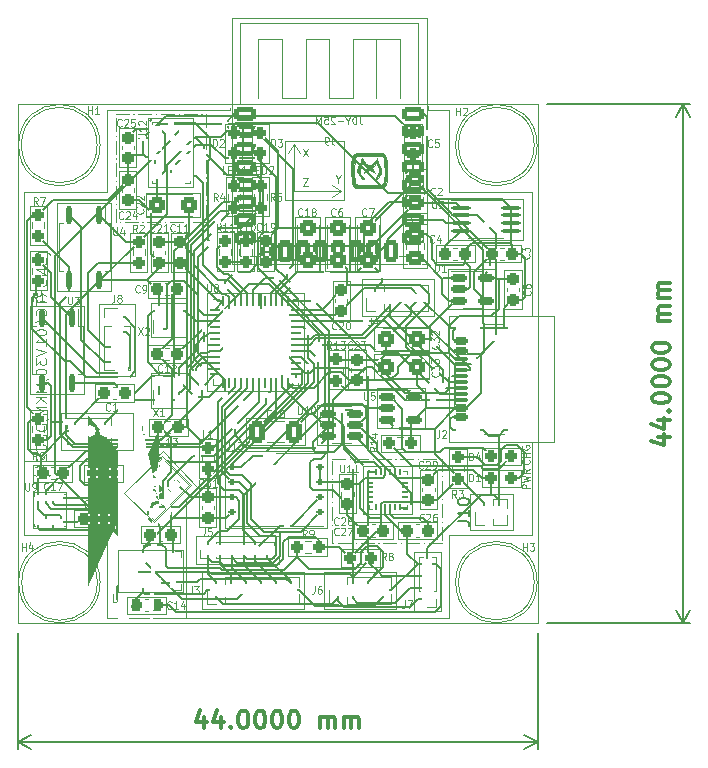
<source format=gts>
G04 #@! TF.GenerationSoftware,KiCad,Pcbnew,8.0.7*
G04 #@! TF.CreationDate,2024-12-05T22:51:21+05:30*
G04 #@! TF.ProjectId,SNSRTG401V30,534e5352-5447-4343-9031-5633302e6b69,3.0*
G04 #@! TF.SameCoordinates,Original*
G04 #@! TF.FileFunction,Soldermask,Top*
G04 #@! TF.FilePolarity,Negative*
%FSLAX46Y46*%
G04 Gerber Fmt 4.6, Leading zero omitted, Abs format (unit mm)*
G04 Created by KiCad (PCBNEW 8.0.7) date 2024-12-05 22:51:21*
%MOMM*%
%LPD*%
G01*
G04 APERTURE LIST*
G04 Aperture macros list*
%AMRoundRect*
0 Rectangle with rounded corners*
0 $1 Rounding radius*
0 $2 $3 $4 $5 $6 $7 $8 $9 X,Y pos of 4 corners*
0 Add a 4 corners polygon primitive as box body*
4,1,4,$2,$3,$4,$5,$6,$7,$8,$9,$2,$3,0*
0 Add four circle primitives for the rounded corners*
1,1,$1+$1,$2,$3*
1,1,$1+$1,$4,$5*
1,1,$1+$1,$6,$7*
1,1,$1+$1,$8,$9*
0 Add four rect primitives between the rounded corners*
20,1,$1+$1,$2,$3,$4,$5,0*
20,1,$1+$1,$4,$5,$6,$7,0*
20,1,$1+$1,$6,$7,$8,$9,0*
20,1,$1+$1,$8,$9,$2,$3,0*%
%AMRotRect*
0 Rectangle, with rotation*
0 The origin of the aperture is its center*
0 $1 length*
0 $2 width*
0 $3 Rotation angle, in degrees counterclockwise*
0 Add horizontal line*
21,1,$1,$2,0,0,$3*%
%AMFreePoly0*
4,1,59,0.202894,0.210017,0.397992,0.150835,0.577793,0.054728,0.735390,-0.074609,0.864728,-0.232207,0.960835,-0.412008,1.020017,-0.607106,1.040001,-0.810000,1.020017,-1.012894,0.960835,-1.207992,0.864728,-1.387793,0.735391,-1.545390,0.577793,-1.674728,0.397992,-1.770835,0.202894,-1.830017,0.000000,-1.850001,-0.202894,-1.830017,-0.397992,-1.770835,-0.577793,-1.674728,-0.735391,-1.545390,
-0.864728,-1.387793,-0.960835,-1.207992,-1.020017,-1.012894,-1.040001,-0.810000,-0.585005,-0.809999,-0.565071,-0.961410,-0.506629,-1.102503,-0.413661,-1.223660,-0.292503,-1.316629,-0.151410,-1.375071,0.000000,-1.395004,0.151410,-1.375071,0.292503,-1.316629,0.413661,-1.223660,0.506629,-1.102503,0.565071,-0.961410,0.585005,-0.809999,0.565071,-0.658590,0.506629,-0.517498,0.413661,-0.396338,
0.292503,-0.303371,0.151410,-0.244929,0.000000,-0.224994,-0.151410,-0.244929,-0.292502,-0.303371,-0.413661,-0.396338,-0.506629,-0.517498,-0.565071,-0.658590,-0.585005,-0.809999,-1.040001,-0.810000,-1.020017,-0.607106,-0.960835,-0.412008,-0.864728,-0.232207,-0.735390,-0.074609,-0.577793,0.054728,-0.397992,0.150835,-0.202894,0.210017,0.000000,0.230001,0.202894,0.210017,0.202894,0.210017,
$1*%
%AMFreePoly1*
4,1,19,0.076537,0.434776,0.141421,0.391421,0.184776,0.326537,0.200000,0.250000,0.199999,0.000000,0.184776,-0.076537,0.141421,-0.141421,0.076537,-0.184776,0.000000,-0.199999,-0.076537,-0.184776,-0.141421,-0.141421,-0.184776,-0.076537,-0.199999,0.000000,-0.200000,0.250000,-0.184776,0.326537,-0.141421,0.391421,-0.076537,0.434776,0.000000,0.450000,0.076537,0.434776,0.076537,0.434776,
$1*%
%AMFreePoly2*
4,1,19,0.076537,0.184776,0.141421,0.141421,0.184776,0.076537,0.199999,0.000000,0.200000,-0.250000,0.184776,-0.326537,0.141421,-0.391421,0.076537,-0.434776,0.000000,-0.450000,-0.076537,-0.434776,-0.141421,-0.391421,-0.184776,-0.326537,-0.200000,-0.250000,-0.199999,0.000000,-0.184776,0.076537,-0.141421,0.141421,-0.076537,0.184776,0.000000,0.199999,0.076537,0.184776,0.076537,0.184776,
$1*%
%AMFreePoly3*
4,1,22,0.057542,0.358826,0.129370,0.328325,0.184059,0.272658,0.213282,0.200300,0.212590,0.122267,0.199999,0.000000,0.212590,-0.122267,0.213282,-0.200300,0.184059,-0.272658,0.129370,-0.328325,0.057542,-0.358826,-0.020491,-0.359518,-0.092849,-0.330295,-0.148516,-0.275607,-0.179017,-0.203778,-0.197661,-0.068352,-0.197661,0.068352,-0.179017,0.203778,-0.148516,0.275607,-0.092849,0.330295,
-0.020491,0.359518,0.057542,0.358826,0.057542,0.358826,$1*%
%AMFreePoly4*
4,1,22,0.239619,0.245557,0.301106,0.197505,0.339523,0.129580,0.349023,0.052124,0.328158,-0.023071,0.280106,-0.084557,0.212181,-0.122975,0.100000,-0.173205,0.000409,-0.245242,-0.066824,-0.284857,-0.144098,-0.295729,-0.219652,-0.276199,-0.281981,-0.229246,-0.321597,-0.162013,-0.332468,-0.084738,-0.312940,-0.009185,-0.265986,0.053144,-0.158025,0.137004,-0.039636,0.205357,0.086969,0.256922,
0.164424,0.266422,0.239619,0.245557,0.239619,0.245557,$1*%
%AMFreePoly5*
4,1,22,-0.066846,0.284852,0.000389,0.245242,0.099986,0.173213,0.212171,0.122991,0.280099,0.084578,0.328156,0.023096,0.349027,-0.052098,0.339534,-0.129554,0.301122,-0.197481,0.239639,-0.245538,0.164445,-0.266409,0.086989,-0.256917,-0.039620,-0.205359,-0.158014,-0.137016,-0.265981,-0.053165,-0.312941,0.009160,-0.332475,0.084712,-0.321610,0.161988,-0.281999,0.229224,-0.219674,0.276183,
-0.144122,0.295717,-0.066846,0.284852,-0.066846,0.284852,$1*%
%AMFreePoly6*
4,1,22,-0.086969,0.256922,0.039636,0.205357,0.158025,0.137004,0.265986,0.053144,0.312940,-0.009185,0.332468,-0.084738,0.321597,-0.162013,0.281981,-0.229246,0.219652,-0.276199,0.144098,-0.295729,0.066824,-0.284857,-0.000409,-0.245242,-0.100000,-0.173205,-0.212181,-0.122975,-0.280106,-0.084557,-0.328158,-0.023071,-0.349023,0.052124,-0.339523,0.129580,-0.301106,0.197505,-0.239619,0.245557,
-0.164424,0.266422,-0.086969,0.256922,-0.086969,0.256922,$1*%
%AMFreePoly7*
4,1,22,0.219650,0.276202,0.281979,0.229248,0.321596,0.162016,0.332467,0.084741,0.312940,0.009187,0.265986,-0.053143,0.158026,-0.137002,0.039638,-0.205355,-0.086966,-0.256923,-0.164421,-0.266423,-0.239617,-0.245559,-0.301104,-0.197507,-0.339522,-0.129583,-0.349022,-0.052127,-0.328158,0.023068,-0.280106,0.084555,-0.212182,0.122973,-0.100002,0.173204,-0.000411,0.245242,0.066822,0.284858,
0.144097,0.295730,0.219650,0.276202,0.219650,0.276202,$1*%
%AMFreePoly8*
4,1,22,0.092849,0.330295,0.148516,0.275607,0.179017,0.203778,0.197661,0.068352,0.197661,-0.068352,0.179017,-0.203778,0.148516,-0.275607,0.092849,-0.330295,0.020491,-0.359518,-0.057542,-0.358826,-0.129370,-0.328325,-0.184059,-0.272658,-0.213282,-0.200300,-0.212590,-0.122267,-0.199999,0.000000,-0.212590,0.122267,-0.213282,0.200300,-0.184059,0.272658,-0.129370,0.328325,-0.057542,0.358826,
0.020491,0.359518,0.092849,0.330295,0.092849,0.330295,$1*%
G04 Aperture macros list end*
%ADD10R,1.000000X1.000000*%
%ADD11O,1.000000X1.000000*%
%ADD12RoundRect,0.237500X0.250000X0.237500X-0.250000X0.237500X-0.250000X-0.237500X0.250000X-0.237500X0*%
%ADD13R,0.850000X0.850000*%
%ADD14O,0.850000X0.850000*%
%ADD15C,3.200000*%
%ADD16RoundRect,0.237500X0.300000X0.237500X-0.300000X0.237500X-0.300000X-0.237500X0.300000X-0.237500X0*%
%ADD17RoundRect,0.237500X0.237500X-0.300000X0.237500X0.300000X-0.237500X0.300000X-0.237500X-0.300000X0*%
%ADD18RoundRect,0.237500X0.237500X-0.250000X0.237500X0.250000X-0.237500X0.250000X-0.237500X-0.250000X0*%
%ADD19RoundRect,0.237500X-0.287500X-0.237500X0.287500X-0.237500X0.287500X0.237500X-0.287500X0.237500X0*%
%ADD20RoundRect,0.237500X-0.237500X0.250000X-0.237500X-0.250000X0.237500X-0.250000X0.237500X0.250000X0*%
%ADD21RoundRect,0.250000X-0.450000X-0.425000X0.450000X-0.425000X0.450000X0.425000X-0.450000X0.425000X0*%
%ADD22RoundRect,0.237500X-0.300000X-0.237500X0.300000X-0.237500X0.300000X0.237500X-0.300000X0.237500X0*%
%ADD23RoundRect,0.250000X0.425000X-0.450000X0.425000X0.450000X-0.425000X0.450000X-0.425000X-0.450000X0*%
%ADD24R,0.650000X0.850000*%
%ADD25R,1.145000X0.550000*%
%ADD26R,0.550000X1.145000*%
%ADD27RoundRect,0.150000X-0.512500X-0.150000X0.512500X-0.150000X0.512500X0.150000X-0.512500X0.150000X0*%
%ADD28RoundRect,0.237500X-0.237500X0.300000X-0.237500X-0.300000X0.237500X-0.300000X0.237500X0.300000X0*%
%ADD29RoundRect,0.100000X-0.712500X-0.100000X0.712500X-0.100000X0.712500X0.100000X-0.712500X0.100000X0*%
%ADD30RoundRect,0.125000X-0.200000X-0.125000X0.200000X-0.125000X0.200000X0.125000X-0.200000X0.125000X0*%
%ADD31R,3.400000X4.300000*%
%ADD32RoundRect,0.062500X-0.375000X-0.062500X0.375000X-0.062500X0.375000X0.062500X-0.375000X0.062500X0*%
%ADD33RoundRect,0.062500X-0.062500X-0.375000X0.062500X-0.375000X0.062500X0.375000X-0.062500X0.375000X0*%
%ADD34R,5.600000X5.600000*%
%ADD35RoundRect,0.250000X0.450000X0.425000X-0.450000X0.425000X-0.450000X-0.425000X0.450000X-0.425000X0*%
%ADD36RoundRect,0.237500X0.237500X-0.287500X0.237500X0.287500X-0.237500X0.287500X-0.237500X-0.287500X0*%
%ADD37R,0.550000X0.950000*%
%ADD38C,0.800000*%
%ADD39RotRect,0.450000X0.700000X225.000000*%
%ADD40FreePoly0,225.000000*%
%ADD41RoundRect,0.137500X-0.137500X0.587500X-0.137500X-0.587500X0.137500X-0.587500X0.137500X0.587500X0*%
%ADD42RoundRect,0.237500X-0.237500X0.287500X-0.237500X-0.287500X0.237500X-0.287500X0.237500X0.287500X0*%
%ADD43RoundRect,0.250000X-0.475000X0.337500X-0.475000X-0.337500X0.475000X-0.337500X0.475000X0.337500X0*%
%ADD44RoundRect,0.250000X-0.412500X-0.650000X0.412500X-0.650000X0.412500X0.650000X-0.412500X0.650000X0*%
%ADD45R,0.350000X0.500000*%
%ADD46RoundRect,0.050000X-0.225000X-0.050000X0.225000X-0.050000X0.225000X0.050000X-0.225000X0.050000X0*%
%ADD47RoundRect,0.050000X0.050000X-0.225000X0.050000X0.225000X-0.050000X0.225000X-0.050000X-0.225000X0*%
%ADD48R,1.700000X1.540000*%
%ADD49RoundRect,0.237500X-0.250000X-0.237500X0.250000X-0.237500X0.250000X0.237500X-0.250000X0.237500X0*%
%ADD50C,0.650000*%
%ADD51RoundRect,0.150000X0.425000X-0.150000X0.425000X0.150000X-0.425000X0.150000X-0.425000X-0.150000X0*%
%ADD52RoundRect,0.075000X0.500000X-0.075000X0.500000X0.075000X-0.500000X0.075000X-0.500000X-0.075000X0*%
%ADD53O,2.100000X1.000000*%
%ADD54O,1.800000X1.000000*%
%ADD55C,0.600000*%
G04 #@! TA.AperFunction,ComponentPad*
%ADD56R,1.000000X1.000000*%
G04 #@! TD*
G04 #@! TA.AperFunction,ComponentPad*
%ADD57O,1.000000X1.000000*%
G04 #@! TD*
G04 #@! TA.AperFunction,ComponentPad*
%ADD58R,0.850000X0.850000*%
G04 #@! TD*
G04 #@! TA.AperFunction,ComponentPad*
%ADD59O,0.850000X0.850000*%
G04 #@! TD*
G04 #@! TA.AperFunction,ComponentPad*
%ADD60O,2.100000X1.000000*%
G04 #@! TD*
G04 #@! TA.AperFunction,ComponentPad*
%ADD61O,1.800000X1.000000*%
G04 #@! TD*
G04 #@! TA.AperFunction,SMDPad,CuDef*
%ADD62R,1.400000X0.800000*%
G04 #@! TD*
G04 #@! TA.AperFunction,SMDPad,CuDef*
%ADD63R,0.800000X1.400000*%
G04 #@! TD*
G04 #@! TA.AperFunction,ViaPad*
%ADD64C,0.600000*%
G04 #@! TD*
G04 #@! TA.AperFunction,Conductor*
%ADD65C,0.150000*%
G04 #@! TD*
%ADD66RoundRect,0.200000X-0.700000X-0.400000X0.700000X-0.400000X0.700000X0.400000X-0.700000X0.400000X0*%
%ADD67RoundRect,0.200000X-0.400000X-0.700000X0.400000X-0.700000X0.400000X0.700000X-0.400000X0.700000X0*%
%ADD68R,1.400000X0.800000*%
%ADD69R,0.800000X1.400000*%
%ADD70C,0.100000*%
%ADD71C,0.080000*%
%ADD72C,0.050000*%
%ADD73C,0.300000*%
G04 #@! TA.AperFunction,NonConductor*
%ADD74C,0.300000*%
G04 #@! TD*
G04 #@! TA.AperFunction,NonConductor*
%ADD75C,0.200000*%
G04 #@! TD*
G04 #@! TA.AperFunction,SMDPad,CuDef*
%ADD76RoundRect,0.237500X0.250000X0.237500X-0.250000X0.237500X-0.250000X-0.237500X0.250000X-0.237500X0*%
G04 #@! TD*
G04 #@! TA.AperFunction,SMDPad,CuDef*
%ADD77RoundRect,0.237500X0.300000X0.237500X-0.300000X0.237500X-0.300000X-0.237500X0.300000X-0.237500X0*%
G04 #@! TD*
G04 #@! TA.AperFunction,SMDPad,CuDef*
%ADD78RoundRect,0.237500X0.237500X-0.300000X0.237500X0.300000X-0.237500X0.300000X-0.237500X-0.300000X0*%
G04 #@! TD*
G04 #@! TA.AperFunction,SMDPad,CuDef*
%ADD79RoundRect,0.237500X0.237500X-0.250000X0.237500X0.250000X-0.237500X0.250000X-0.237500X-0.250000X0*%
G04 #@! TD*
G04 #@! TA.AperFunction,SMDPad,CuDef*
%ADD80RoundRect,0.237500X-0.287500X-0.237500X0.287500X-0.237500X0.287500X0.237500X-0.287500X0.237500X0*%
G04 #@! TD*
G04 #@! TA.AperFunction,SMDPad,CuDef*
%ADD81RoundRect,0.237500X-0.237500X0.250000X-0.237500X-0.250000X0.237500X-0.250000X0.237500X0.250000X0*%
G04 #@! TD*
G04 #@! TA.AperFunction,SMDPad,CuDef*
%ADD82RoundRect,0.250000X-0.450000X-0.425000X0.450000X-0.425000X0.450000X0.425000X-0.450000X0.425000X0*%
G04 #@! TD*
G04 #@! TA.AperFunction,SMDPad,CuDef*
%ADD83RoundRect,0.237500X-0.300000X-0.237500X0.300000X-0.237500X0.300000X0.237500X-0.300000X0.237500X0*%
G04 #@! TD*
G04 #@! TA.AperFunction,SMDPad,CuDef*
%ADD84RoundRect,0.250000X0.425000X-0.450000X0.425000X0.450000X-0.425000X0.450000X-0.425000X-0.450000X0*%
G04 #@! TD*
G04 #@! TA.AperFunction,SMDPad,CuDef*
%ADD85R,0.650000X0.850000*%
G04 #@! TD*
G04 #@! TA.AperFunction,SMDPad,CuDef*
%ADD86R,1.145000X0.550000*%
G04 #@! TD*
G04 #@! TA.AperFunction,SMDPad,CuDef*
%ADD87R,0.550000X1.145000*%
G04 #@! TD*
G04 #@! TA.AperFunction,SMDPad,CuDef*
%ADD88RoundRect,0.150000X-0.512500X-0.150000X0.512500X-0.150000X0.512500X0.150000X-0.512500X0.150000X0*%
G04 #@! TD*
G04 #@! TA.AperFunction,SMDPad,CuDef*
%ADD89RoundRect,0.237500X-0.237500X0.300000X-0.237500X-0.300000X0.237500X-0.300000X0.237500X0.300000X0*%
G04 #@! TD*
G04 #@! TA.AperFunction,SMDPad,CuDef*
%ADD90RoundRect,0.100000X-0.712500X-0.100000X0.712500X-0.100000X0.712500X0.100000X-0.712500X0.100000X0*%
G04 #@! TD*
G04 #@! TA.AperFunction,SMDPad,CuDef*
%ADD91RoundRect,0.125000X-0.200000X-0.125000X0.200000X-0.125000X0.200000X0.125000X-0.200000X0.125000X0*%
G04 #@! TD*
G04 #@! TA.AperFunction,SMDPad,CuDef*
%ADD92R,3.400000X4.300000*%
G04 #@! TD*
G04 #@! TA.AperFunction,SMDPad,CuDef*
%ADD93RoundRect,0.062500X-0.375000X-0.062500X0.375000X-0.062500X0.375000X0.062500X-0.375000X0.062500X0*%
G04 #@! TD*
G04 #@! TA.AperFunction,SMDPad,CuDef*
%ADD94RoundRect,0.062500X-0.062500X-0.375000X0.062500X-0.375000X0.062500X0.375000X-0.062500X0.375000X0*%
G04 #@! TD*
G04 #@! TA.AperFunction,SMDPad,CuDef*
%ADD95R,5.600000X5.600000*%
G04 #@! TD*
G04 #@! TA.AperFunction,SMDPad,CuDef*
%ADD96RoundRect,0.250000X0.450000X0.425000X-0.450000X0.425000X-0.450000X-0.425000X0.450000X-0.425000X0*%
G04 #@! TD*
G04 #@! TA.AperFunction,SMDPad,CuDef*
%ADD97RoundRect,0.237500X0.237500X-0.287500X0.237500X0.287500X-0.237500X0.287500X-0.237500X-0.287500X0*%
G04 #@! TD*
G04 #@! TA.AperFunction,SMDPad,CuDef*
%ADD98R,0.550000X0.950000*%
G04 #@! TD*
G04 #@! TA.AperFunction,SMDPad,CuDef*
%ADD99RotRect,0.450000X0.700000X225.000000*%
G04 #@! TD*
G04 #@! TA.AperFunction,SMDPad,CuDef*
%ADD100FreePoly0,225.000000*%
G04 #@! TD*
G04 #@! TA.AperFunction,SMDPad,CuDef*
%ADD101RoundRect,0.137500X-0.137500X0.587500X-0.137500X-0.587500X0.137500X-0.587500X0.137500X0.587500X0*%
G04 #@! TD*
G04 #@! TA.AperFunction,SMDPad,CuDef*
%ADD102RoundRect,0.237500X-0.237500X0.287500X-0.237500X-0.287500X0.237500X-0.287500X0.237500X0.287500X0*%
G04 #@! TD*
G04 #@! TA.AperFunction,SMDPad,CuDef*
%ADD103RoundRect,0.250000X-0.475000X0.337500X-0.475000X-0.337500X0.475000X-0.337500X0.475000X0.337500X0*%
G04 #@! TD*
G04 #@! TA.AperFunction,SMDPad,CuDef*
%ADD104RoundRect,0.250000X-0.412500X-0.650000X0.412500X-0.650000X0.412500X0.650000X-0.412500X0.650000X0*%
G04 #@! TD*
G04 #@! TA.AperFunction,SMDPad,CuDef*
%ADD105R,0.350000X0.500000*%
G04 #@! TD*
G04 #@! TA.AperFunction,SMDPad,CuDef*
%ADD106RoundRect,0.050000X-0.225000X-0.050000X0.225000X-0.050000X0.225000X0.050000X-0.225000X0.050000X0*%
G04 #@! TD*
G04 #@! TA.AperFunction,SMDPad,CuDef*
%ADD107RoundRect,0.050000X0.050000X-0.225000X0.050000X0.225000X-0.050000X0.225000X-0.050000X-0.225000X0*%
G04 #@! TD*
G04 #@! TA.AperFunction,SMDPad,CuDef*
%ADD108R,1.700000X1.540000*%
G04 #@! TD*
G04 #@! TA.AperFunction,SMDPad,CuDef*
%ADD109RoundRect,0.237500X-0.250000X-0.237500X0.250000X-0.237500X0.250000X0.237500X-0.250000X0.237500X0*%
G04 #@! TD*
G04 #@! TA.AperFunction,SMDPad,CuDef*
%ADD110RoundRect,0.150000X0.425000X-0.150000X0.425000X0.150000X-0.425000X0.150000X-0.425000X-0.150000X0*%
G04 #@! TD*
G04 #@! TA.AperFunction,SMDPad,CuDef*
%ADD111RoundRect,0.075000X0.500000X-0.075000X0.500000X0.075000X-0.500000X0.075000X-0.500000X-0.075000X0*%
G04 #@! TD*
%ADD112RoundRect,0.250000X-0.435000X-0.615000X0.435000X-0.615000X0.435000X0.615000X-0.435000X0.615000X0*%
%ADD113RoundRect,0.250000X-0.315000X-0.315000X0.315000X-0.315000X0.315000X0.315000X-0.315000X0.315000X0*%
%ADD114FreePoly1,225.000000*%
%ADD115FreePoly2,225.000000*%
%ADD116FreePoly3,225.000000*%
%ADD117FreePoly4,225.000000*%
%ADD118FreePoly5,225.000000*%
%ADD119FreePoly6,225.000000*%
%ADD120FreePoly7,225.000000*%
%ADD121FreePoly8,225.000000*%
%ADD122C,0.150000*%
%ADD123C,0.120000*%
G04 #@! TA.AperFunction,Profile*
%ADD124C,0.050000*%
G04 #@! TD*
G04 APERTURE END LIST*
D10*
X119456200Y-60550000D03*
D11*
X120726200Y-60550000D03*
D12*
X113259700Y-54740000D03*
X111434700Y-54740000D03*
X88138000Y-57277000D03*
X86313000Y-57277000D03*
D13*
X114650000Y-67960000D03*
D14*
X114650000Y-66960000D03*
X114650000Y-65960000D03*
X114650000Y-64960000D03*
D15*
X83500000Y-66500000D03*
D16*
X93562500Y-53380000D03*
X91837500Y-53380000D03*
D17*
X100965000Y-39370000D03*
X100965000Y-37645000D03*
D15*
X120500000Y-29500000D03*
D18*
X97536000Y-39420800D03*
X97536000Y-37595800D03*
D19*
X120025000Y-55850000D03*
X121775000Y-55850000D03*
D17*
X107893800Y-59894500D03*
X107893800Y-58169500D03*
D20*
X99269900Y-37595800D03*
X99269900Y-39420800D03*
D10*
X88620600Y-53721000D03*
D11*
X87350600Y-53721000D03*
X86080600Y-53721000D03*
X84810600Y-53721000D03*
D21*
X91787500Y-34569400D03*
X94487500Y-34569400D03*
D18*
X106950000Y-49445000D03*
X106950000Y-47620000D03*
D13*
X96102800Y-63779400D03*
D14*
X97102800Y-63779400D03*
X98102800Y-63779400D03*
X99102800Y-63779400D03*
X100102800Y-63779400D03*
X101102800Y-63779400D03*
D22*
X112969300Y-62128400D03*
X114694300Y-62128400D03*
D10*
X88392000Y-44069000D03*
D11*
X88392000Y-45339000D03*
X88392000Y-46609000D03*
X88392000Y-47879000D03*
D22*
X91761500Y-41706800D03*
X93486500Y-41706800D03*
D23*
X104521000Y-39246800D03*
X104521000Y-36546800D03*
D24*
X91949000Y-45072600D03*
X93599000Y-45072600D03*
X93599000Y-43522600D03*
X91949000Y-43522600D03*
D25*
X91634000Y-28118000D03*
X91634000Y-28918000D03*
X91634000Y-29718000D03*
X91634000Y-30518000D03*
X91634000Y-31318000D03*
X91634000Y-32118000D03*
D26*
X92934000Y-32418000D03*
D25*
X94234000Y-32118000D03*
X94234000Y-31318000D03*
X94234000Y-30518000D03*
X94234000Y-29718000D03*
X94234000Y-28918000D03*
X94234000Y-28118000D03*
D26*
X92934000Y-27818000D03*
D27*
X106235000Y-52230000D03*
X106235000Y-53180000D03*
X106235000Y-54130000D03*
X108510000Y-54130000D03*
X108510000Y-53180000D03*
X108510000Y-52230000D03*
D18*
X90220800Y-39495100D03*
X90220800Y-37670100D03*
D28*
X89281000Y-32436900D03*
X89281000Y-34161900D03*
X121900000Y-40875000D03*
X121900000Y-42600000D03*
D17*
X93675200Y-39445100D03*
X93675200Y-37720100D03*
D24*
X91949000Y-51041600D03*
X93599000Y-51041600D03*
X93599000Y-49491600D03*
X91949000Y-49491600D03*
D29*
X117475000Y-34800000D03*
X117475000Y-35450000D03*
X117475000Y-36100000D03*
X117475000Y-36750000D03*
X121700000Y-36750000D03*
X121700000Y-36100000D03*
X121700000Y-35450000D03*
X121700000Y-34800000D03*
D16*
X91740000Y-68470000D03*
X90015000Y-68470000D03*
D27*
X117305000Y-40760000D03*
X117305000Y-41710000D03*
X117305000Y-42660000D03*
X119580000Y-42660000D03*
X119580000Y-40760000D03*
D30*
X98104000Y-56769000D03*
X98104000Y-58039000D03*
X98104000Y-59309000D03*
X98104000Y-60579000D03*
X105604000Y-60579000D03*
X105604000Y-59309000D03*
X105604000Y-58039000D03*
X105604000Y-56769000D03*
D31*
X101854000Y-58674000D03*
D18*
X98298000Y-34798000D03*
X98298000Y-32973000D03*
D10*
X96748600Y-67200000D03*
D11*
X98018600Y-67200000D03*
X99288600Y-67200000D03*
X100558600Y-67200000D03*
X101828600Y-67200000D03*
X103098600Y-67200000D03*
D32*
X96692500Y-43420000D03*
X96692500Y-43920000D03*
X96692500Y-44420000D03*
X96692500Y-44920000D03*
X96692500Y-45420000D03*
X96692500Y-45920000D03*
X96692500Y-46420000D03*
X96692500Y-46920000D03*
X96692500Y-47420000D03*
X96692500Y-47920000D03*
X96692500Y-48420000D03*
X96692500Y-48920000D03*
D33*
X97380000Y-49607500D03*
X97880000Y-49607500D03*
X98380000Y-49607500D03*
X98880000Y-49607500D03*
X99380000Y-49607500D03*
X99880000Y-49607500D03*
X100380000Y-49607500D03*
X100880000Y-49607500D03*
X101380000Y-49607500D03*
X101880000Y-49607500D03*
X102380000Y-49607500D03*
X102880000Y-49607500D03*
D32*
X103567500Y-48920000D03*
X103567500Y-48420000D03*
X103567500Y-47920000D03*
X103567500Y-47420000D03*
X103567500Y-46920000D03*
X103567500Y-46420000D03*
X103567500Y-45920000D03*
X103567500Y-45420000D03*
X103567500Y-44920000D03*
X103567500Y-44420000D03*
X103567500Y-43920000D03*
X103567500Y-43420000D03*
D33*
X102880000Y-42732500D03*
X102380000Y-42732500D03*
X101880000Y-42732500D03*
X101380000Y-42732500D03*
X100880000Y-42732500D03*
X100380000Y-42732500D03*
X99880000Y-42732500D03*
X99380000Y-42732500D03*
X98880000Y-42732500D03*
X98380000Y-42732500D03*
X97880000Y-42732500D03*
X97380000Y-42732500D03*
D34*
X100130000Y-46170000D03*
D22*
X116145000Y-38690000D03*
X117870000Y-38690000D03*
D35*
X113820000Y-48242800D03*
X111120000Y-48242800D03*
D36*
X96060000Y-56880000D03*
X96060000Y-55130000D03*
D28*
X108706200Y-47670000D03*
X108706200Y-49395000D03*
D10*
X107061000Y-67200000D03*
D11*
X108331000Y-67200000D03*
X109601000Y-67200000D03*
X110871000Y-67200000D03*
D22*
X120100000Y-38700000D03*
X121825000Y-38700000D03*
D37*
X89335000Y-66615000D03*
X90585000Y-66615000D03*
X91835000Y-66615000D03*
X93085000Y-66615000D03*
X93085000Y-64465000D03*
X91835000Y-64465000D03*
X90585000Y-64465000D03*
X89335000Y-64465000D03*
D23*
X107061000Y-39246800D03*
X107061000Y-36546800D03*
D15*
X120500000Y-66500000D03*
D38*
X91347467Y-59090433D03*
D39*
X93490001Y-58149981D03*
X92995026Y-58644955D03*
X92287919Y-56947899D03*
X91792945Y-57442874D03*
D40*
X91920224Y-59663189D03*
D17*
X91948000Y-39445100D03*
X91948000Y-37720100D03*
D22*
X85545000Y-61140000D03*
X87270000Y-61140000D03*
D16*
X89025900Y-50495200D03*
X87300900Y-50495200D03*
D10*
X110240000Y-42418000D03*
D11*
X111510000Y-42418000D03*
X112780000Y-42418000D03*
X114050000Y-42418000D03*
D18*
X81711800Y-37209100D03*
X81711800Y-35384100D03*
D23*
X109601000Y-39246800D03*
X109601000Y-36546800D03*
D18*
X117250000Y-57750000D03*
X117250000Y-55925000D03*
D41*
X86868000Y-35394000D03*
X84328000Y-35394000D03*
X84328000Y-40894000D03*
X86868000Y-40894000D03*
D42*
X100507800Y-28450600D03*
X100507800Y-30200600D03*
D16*
X93486500Y-47193200D03*
X91761500Y-47193200D03*
D43*
X113614200Y-37011700D03*
X113614200Y-39086700D03*
D18*
X100533200Y-34798000D03*
X100533200Y-32973000D03*
D27*
X111275000Y-50840000D03*
X111275000Y-51790000D03*
X111275000Y-52740000D03*
X113550000Y-52740000D03*
X113550000Y-50840000D03*
D17*
X113436400Y-30224900D03*
X113436400Y-28499900D03*
D44*
X100235000Y-53760000D03*
X103360000Y-53760000D03*
D19*
X120025000Y-57705000D03*
X121775000Y-57705000D03*
D35*
X113820000Y-45920000D03*
X111120000Y-45920000D03*
D45*
X81700000Y-59350000D03*
X82350000Y-59350000D03*
X83000000Y-59350000D03*
X83650000Y-59350000D03*
X83650000Y-61400000D03*
X83000000Y-61400000D03*
X82350000Y-61400000D03*
X81700000Y-61400000D03*
D12*
X109903900Y-64465200D03*
X108078900Y-64465200D03*
D15*
X83500000Y-29500000D03*
D18*
X81711800Y-41044500D03*
X81711800Y-39219500D03*
D42*
X98272600Y-28450600D03*
X98272600Y-30200600D03*
D18*
X81711800Y-54481100D03*
X81711800Y-52656100D03*
D46*
X109797400Y-57676400D03*
X109797400Y-58076400D03*
X109797400Y-58476400D03*
X109797400Y-58876400D03*
X109797400Y-59276400D03*
X109797400Y-59676400D03*
D47*
X110297400Y-60176400D03*
X110697400Y-60176400D03*
X111097400Y-60176400D03*
X111497400Y-60176400D03*
X111897400Y-60176400D03*
X112297400Y-60176400D03*
D46*
X112797400Y-59676400D03*
X112797400Y-59276400D03*
X112797400Y-58876400D03*
X112797400Y-58476400D03*
X112797400Y-58076400D03*
X112797400Y-57676400D03*
D47*
X112297400Y-57176400D03*
X111897400Y-57176400D03*
X111497400Y-57176400D03*
X111097400Y-57176400D03*
X110697400Y-57176400D03*
X110297400Y-57176400D03*
D48*
X111297400Y-58676400D03*
D22*
X109216800Y-62128400D03*
X110941800Y-62128400D03*
D28*
X107370000Y-41785000D03*
X107370000Y-43510000D03*
D22*
X82095000Y-57277000D03*
X83820000Y-57277000D03*
D49*
X103632000Y-63525400D03*
X105457000Y-63525400D03*
D17*
X89281000Y-30583700D03*
X89281000Y-28858700D03*
D50*
X118620000Y-52210000D03*
X118620000Y-46430000D03*
D51*
X117545000Y-52520000D03*
X117545000Y-51720000D03*
D52*
X117545000Y-50570000D03*
X117545000Y-49570000D03*
X117545000Y-49070000D03*
X117545000Y-48070000D03*
D51*
X117545000Y-46920000D03*
X117545000Y-46120000D03*
X117545000Y-46120000D03*
X117545000Y-46920000D03*
D52*
X117545000Y-47570000D03*
X117545000Y-48570000D03*
X117545000Y-50070000D03*
X117545000Y-51070000D03*
D51*
X117545000Y-51720000D03*
X117545000Y-52520000D03*
D53*
X118120000Y-53640000D03*
D54*
X122300000Y-53640000D03*
D53*
X118120000Y-45000000D03*
D54*
X122300000Y-45000000D03*
D17*
X96060000Y-61035100D03*
X96060000Y-59310100D03*
D43*
X113614200Y-32363500D03*
X113614200Y-34438500D03*
D41*
X84582000Y-44113000D03*
X82042000Y-44113000D03*
X82042000Y-49613000D03*
X84582000Y-49613000D03*
D16*
X92920001Y-62470000D03*
X91194999Y-62470000D03*
D28*
X114751800Y-57812600D03*
X114751800Y-59537600D03*
D55*
X115036100Y-49921100D03*
X105487300Y-46388600D03*
X95773800Y-46438600D03*
X110490800Y-47064400D03*
X95802400Y-45047400D03*
X97500700Y-27678700D03*
X90591900Y-28918000D03*
X115979500Y-49861600D03*
X118583900Y-48657900D03*
X119933200Y-39947600D03*
X114617500Y-28499900D03*
X120341700Y-45800700D03*
X119666900Y-36234600D03*
X118615000Y-47812900D03*
X98840700Y-51352600D03*
X84055300Y-52930200D03*
X98347600Y-53298700D03*
X105477600Y-54940000D03*
X84325400Y-42073400D03*
X115110800Y-51070000D03*
X100577000Y-41841800D03*
X90064000Y-62909100D03*
X89242200Y-59335900D03*
X108331000Y-56631000D03*
X101900000Y-40775800D03*
X107392800Y-51968000D03*
X109443700Y-56850500D03*
X95537200Y-49990700D03*
X94994000Y-50816900D03*
X93160400Y-31392400D03*
X103252900Y-41378500D03*
X96376900Y-37833200D03*
X102806600Y-61709100D03*
X97523100Y-50643500D03*
X95717800Y-30062500D03*
X93153800Y-28860900D03*
X113263500Y-60205400D03*
X109632100Y-48807400D03*
X105410700Y-47586400D03*
X101030000Y-55770000D03*
X104518700Y-45334900D03*
X89095800Y-57299800D03*
X104523000Y-48278900D03*
X100995900Y-50679700D03*
X95221100Y-55793800D03*
X92448500Y-55951500D03*
X103531200Y-49496900D03*
X109480500Y-44420000D03*
X115356400Y-48683900D03*
X105024900Y-42732500D03*
X116506300Y-48870800D03*
X110840400Y-40486200D03*
X96626000Y-36784500D03*
X95785200Y-48464800D03*
X102808800Y-40177100D03*
X95107300Y-48862900D03*
X96949300Y-35919900D03*
X98350600Y-40218700D03*
X97521300Y-41512400D03*
X112003000Y-53496300D03*
X115253800Y-46354800D03*
X106146500Y-40222900D03*
D56*
X119456200Y-60550000D03*
D57*
X120726200Y-60550000D03*
D58*
X114650000Y-67960000D03*
D59*
X114650000Y-66960000D03*
X114650000Y-65960000D03*
X114650000Y-64960000D03*
D56*
X88620600Y-53721000D03*
D57*
X87350600Y-53721000D03*
X86080600Y-53721000D03*
X84810600Y-53721000D03*
D58*
X96102800Y-63779400D03*
D59*
X97102800Y-63779400D03*
X98102800Y-63779400D03*
X99102800Y-63779400D03*
X100102800Y-63779400D03*
X101102800Y-63779400D03*
D56*
X88392000Y-44069000D03*
D57*
X88392000Y-45339000D03*
X88392000Y-46609000D03*
X88392000Y-47879000D03*
D56*
X96748600Y-67200000D03*
D57*
X98018600Y-67200000D03*
X99288600Y-67200000D03*
X100558600Y-67200000D03*
X101828600Y-67200000D03*
X103098600Y-67200000D03*
D56*
X107061000Y-67200000D03*
D57*
X108331000Y-67200000D03*
X109601000Y-67200000D03*
X110871000Y-67200000D03*
D56*
X110240000Y-42418000D03*
D57*
X111510000Y-42418000D03*
X112780000Y-42418000D03*
X114050000Y-42418000D03*
D60*
X118120000Y-53640000D03*
D61*
X122300000Y-53640000D03*
D60*
X118120000Y-45000000D03*
D61*
X122300000Y-45000000D03*
D62*
X113441000Y-26838000D03*
X113441000Y-28338000D03*
X113441000Y-29838000D03*
X113441000Y-31338000D03*
X113441000Y-32838000D03*
X113441000Y-34338000D03*
X113441000Y-35838000D03*
X113441000Y-37338000D03*
D63*
X111591000Y-38438000D03*
X110091000Y-38438000D03*
X108591000Y-38438000D03*
X107091000Y-38438000D03*
X105591000Y-38438000D03*
X104091000Y-38438000D03*
X102591000Y-38438000D03*
X101091000Y-38438000D03*
D62*
X99241000Y-37338000D03*
X99241000Y-35838000D03*
X99241000Y-34338000D03*
X99241000Y-32838000D03*
X99241000Y-31338000D03*
X99241000Y-29838000D03*
X99241000Y-28338000D03*
X99241000Y-26838000D03*
D64*
X115036100Y-49921100D03*
X105487300Y-46388600D03*
X95773800Y-46438600D03*
X110490800Y-47064400D03*
X95802400Y-45047400D03*
X97500700Y-27678700D03*
X90591900Y-28918000D03*
X115979500Y-49861600D03*
X118583900Y-48657900D03*
X119933200Y-39947600D03*
X114617500Y-28499900D03*
X120341700Y-45800700D03*
X119666900Y-36234600D03*
X118615000Y-47812900D03*
X98840700Y-51352600D03*
X84055300Y-52930200D03*
X98347600Y-53298700D03*
X105477600Y-54940000D03*
X84325400Y-42073400D03*
X115110800Y-51070000D03*
X100577000Y-41841800D03*
X90064000Y-62909100D03*
X89242200Y-59335900D03*
X108331000Y-56631000D03*
X101900000Y-40775800D03*
X107392800Y-51968000D03*
X109443700Y-56850500D03*
X95537200Y-49990700D03*
X94994000Y-50816900D03*
X93160400Y-31392400D03*
X103252900Y-41378500D03*
X96376900Y-37833200D03*
X102806600Y-61709100D03*
X97523100Y-50643500D03*
X95717800Y-30062500D03*
X93153800Y-28860900D03*
X113263500Y-60205400D03*
X109632100Y-48807400D03*
X105410700Y-47586400D03*
X101030000Y-55770000D03*
X104518700Y-45334900D03*
X89095800Y-57299800D03*
X104523000Y-48278900D03*
X100995900Y-50679700D03*
X95221100Y-55793800D03*
X92448500Y-55951500D03*
X103531200Y-49496900D03*
X109480500Y-44420000D03*
X115356400Y-48683900D03*
X105024900Y-42732500D03*
X116506300Y-48870800D03*
X110840400Y-40486200D03*
X96626000Y-36784500D03*
X95785200Y-48464800D03*
X102808800Y-40177100D03*
X95107300Y-48862900D03*
X96949300Y-35919900D03*
X98350600Y-40218700D03*
X97521300Y-41512400D03*
X112003000Y-53496300D03*
X115253800Y-46354800D03*
X106146500Y-40222900D03*
D65*
X120726200Y-54087100D02*
X120726200Y-60550000D01*
X105487200Y-45521500D02*
X104285700Y-44320000D01*
X105487300Y-46388600D02*
X105487200Y-46388600D01*
X104277473Y-44320000D02*
X101249473Y-41292000D01*
X101249473Y-41292000D02*
X99557800Y-41292000D01*
X105487200Y-46388600D02*
X105487200Y-45521500D01*
X104285700Y-44320000D02*
X104277473Y-44320000D01*
X95773800Y-45076000D02*
X95802400Y-45047400D01*
X112179400Y-47064400D02*
X115036100Y-49921100D01*
X110490800Y-47064400D02*
X112179400Y-47064400D01*
X99557800Y-41292000D02*
X95802400Y-45047400D01*
X95773800Y-46438600D02*
X95773800Y-45076000D01*
X101102800Y-63779400D02*
X101102800Y-64431100D01*
X118120000Y-45000000D02*
X116632000Y-45000000D01*
X120726200Y-54087100D02*
X119843800Y-54087100D01*
X98314300Y-26865100D02*
X97500700Y-27678700D01*
X122300000Y-53640000D02*
X121173300Y-53640000D01*
X103098600Y-67200000D02*
X103098600Y-66426900D01*
X91831200Y-27678700D02*
X90591900Y-28918000D01*
X110140000Y-68490000D02*
X110871000Y-67759000D01*
X116632000Y-45000000D02*
X114050000Y-42418000D01*
X97500700Y-27678700D02*
X91831200Y-27678700D01*
X103098600Y-67200000D02*
X103825300Y-67200000D01*
X105115300Y-68490000D02*
X110140000Y-68490000D01*
X118120000Y-53640000D02*
X119396700Y-53640000D01*
X103098600Y-66426900D02*
X101102800Y-64431100D01*
X99241000Y-26838000D02*
X98314300Y-26838000D01*
X110871000Y-67759000D02*
X110871000Y-67200000D01*
X119843800Y-54087100D02*
X119396700Y-53640000D01*
X103825300Y-67200000D02*
X105115300Y-68490000D01*
X98314300Y-26838000D02*
X98314300Y-26865100D01*
X120726200Y-54087100D02*
X121173300Y-53640000D01*
X115979500Y-48562100D02*
X111510000Y-44092600D01*
X115979500Y-49861600D02*
X115979500Y-48562100D01*
X111510000Y-44092600D02*
X111510000Y-43144700D01*
X111510000Y-42418000D02*
X111510000Y-43144700D01*
X112780000Y-42940000D02*
X118497900Y-48657900D01*
X118497900Y-48657900D02*
X118583900Y-48657900D01*
X112780000Y-42418000D02*
X112780000Y-42940000D01*
X119933200Y-38503200D02*
X114617500Y-33187500D01*
X114617500Y-27115500D02*
X114340000Y-26838000D01*
X114340000Y-26838000D02*
X113441000Y-26838000D01*
X114617500Y-33187500D02*
X114617500Y-28499900D01*
X119933200Y-39947600D02*
X119933200Y-38503200D01*
X96748600Y-67200000D02*
X96748600Y-66473300D01*
X96102800Y-65827500D02*
X96748600Y-66473300D01*
X96102800Y-63779400D02*
X96102800Y-65827500D01*
X114617500Y-28499900D02*
X114617500Y-27115500D01*
X120471100Y-45671300D02*
X120471100Y-37038800D01*
X120341700Y-45800700D02*
X120471100Y-45671300D01*
X120471100Y-37038800D02*
X119666900Y-36234600D01*
X119454600Y-46973300D02*
X118615000Y-47812900D01*
X95003700Y-28797600D02*
X97221800Y-28797600D01*
X84055300Y-52930200D02*
X84055300Y-43831500D01*
X98419400Y-27600000D02*
X105367400Y-27600000D01*
X84055300Y-52930200D02*
X84055300Y-54016000D01*
X114595736Y-33590000D02*
X119395200Y-38389464D01*
X84055300Y-43831500D02*
X92598000Y-35288800D01*
X92598000Y-35288800D02*
X92598000Y-31203300D01*
X119395200Y-38389464D02*
X119395200Y-44561800D01*
X84055300Y-54016000D02*
X84815700Y-54776400D01*
X92598000Y-31203300D02*
X95003700Y-28797600D01*
X119395200Y-44561800D02*
X119454600Y-44621200D01*
X84815700Y-54776400D02*
X95416900Y-54776400D01*
X97221800Y-28797600D02*
X98419400Y-27600000D01*
X95416900Y-54776400D02*
X98840700Y-51352600D01*
X111357400Y-33590000D02*
X114595736Y-33590000D01*
X119454600Y-44621200D02*
X119454600Y-46973300D01*
X105367400Y-27600000D02*
X111357400Y-33590000D01*
X106633400Y-53784200D02*
X106633400Y-51043600D01*
X84325400Y-42073400D02*
X83528500Y-42870300D01*
X112787700Y-51070000D02*
X115110800Y-51070000D01*
X83528500Y-42870300D02*
X83528500Y-53916000D01*
X109976100Y-48258400D02*
X112787700Y-51070000D01*
X106633400Y-51043600D02*
X109418600Y-48258400D01*
X83528500Y-53916000D02*
X84690700Y-55078200D01*
X105477600Y-54940000D02*
X106633400Y-53784200D01*
X96568100Y-55078200D02*
X98347600Y-53298700D01*
X84690700Y-55078200D02*
X96568100Y-55078200D01*
X109418600Y-48258400D02*
X109976100Y-48258400D01*
X90064000Y-60157700D02*
X90064000Y-62909100D01*
X90064000Y-60157700D02*
X89242200Y-59335900D01*
X100577000Y-45077700D02*
X100577000Y-41841800D01*
X93615400Y-60157700D02*
X104060500Y-49712600D01*
X104060500Y-49712600D02*
X104060500Y-48561200D01*
X90064000Y-60157700D02*
X93615400Y-60157700D01*
X108331000Y-67200000D02*
X108331000Y-56631000D01*
X104060500Y-48561200D02*
X100577000Y-45077700D01*
X104940400Y-54676100D02*
X106327400Y-53289100D01*
X109601000Y-66473300D02*
X110477700Y-65596600D01*
X107392800Y-54799600D02*
X106725700Y-55466700D01*
X106725700Y-55466700D02*
X105177600Y-55466700D01*
X107392800Y-54799600D02*
X107392800Y-51968000D01*
X109601000Y-67200000D02*
X109601000Y-66473300D01*
X106327400Y-45203200D02*
X101900000Y-40775800D01*
X109642000Y-57048800D02*
X109443700Y-56850500D01*
X109642000Y-64761000D02*
X109642000Y-57048800D01*
X105177600Y-55466700D02*
X104940400Y-55229500D01*
X110477700Y-65596600D02*
X109642000Y-64761000D01*
X110841000Y-65960000D02*
X110477700Y-65596600D01*
X106327400Y-53289100D02*
X106327400Y-45203200D01*
X109443700Y-56850500D02*
X107392800Y-54799600D01*
X114650000Y-65960000D02*
X110841000Y-65960000D01*
X104940400Y-55229500D02*
X104940400Y-54676100D01*
X95537200Y-49990700D02*
X95461400Y-49990700D01*
X94282900Y-48812200D02*
X94282900Y-37841500D01*
X97072200Y-35052200D02*
X100197800Y-35052200D01*
X86836000Y-54476400D02*
X86080600Y-53721000D01*
X94282900Y-37841500D02*
X97072200Y-35052200D01*
X95537200Y-51018600D02*
X92079400Y-54476400D01*
X95461400Y-49990700D02*
X94282900Y-48812200D01*
X100197800Y-35052200D02*
X100480000Y-34770000D01*
X92079400Y-54476400D02*
X86836000Y-54476400D01*
X100480000Y-34770000D02*
X100480000Y-33140000D01*
X100480000Y-33140000D02*
X100178000Y-32838000D01*
X100178000Y-32838000D02*
X99241000Y-32838000D01*
X95537200Y-49990700D02*
X95537200Y-51018600D01*
X97359700Y-34338000D02*
X93196700Y-38501000D01*
X87350600Y-53721000D02*
X87350600Y-52994300D01*
X93196700Y-49019600D02*
X91325300Y-49019600D01*
X93196700Y-38501000D02*
X93196700Y-49019600D01*
X94994000Y-50816900D02*
X93196700Y-49019600D01*
X99241000Y-34338000D02*
X97359700Y-34338000D01*
X91325300Y-49019600D02*
X87350600Y-52994300D01*
X101870000Y-39980764D02*
X101870000Y-32210000D01*
X96361800Y-29479100D02*
X95073700Y-29479100D01*
X102490000Y-40615600D02*
X102490000Y-40600763D01*
X101870000Y-32210000D02*
X100270000Y-30610000D01*
X97492700Y-30610000D02*
X96361800Y-29479100D01*
X100270000Y-30610000D02*
X97492700Y-30610000D01*
X101870000Y-39980764D02*
X102490000Y-40600763D01*
X95073700Y-29479100D02*
X93160400Y-31392400D01*
X103252900Y-41378500D02*
X102490000Y-40615600D01*
X95246900Y-38963200D02*
X96376900Y-37833200D01*
X102173100Y-61709100D02*
X102806600Y-61709100D01*
X97523100Y-50643500D02*
X97523100Y-49344200D01*
X100102800Y-64747500D02*
X100102800Y-63779400D01*
X101828600Y-67200000D02*
X101828600Y-66473300D01*
X97523100Y-49344200D02*
X95246900Y-47068000D01*
X95246900Y-47068000D02*
X95246900Y-38963200D01*
X101828600Y-66473300D02*
X100102800Y-64747500D01*
X100102800Y-63779400D02*
X102173100Y-61709100D01*
X100558600Y-67200000D02*
X100558600Y-66473300D01*
X100230000Y-32070000D02*
X97725300Y-32070000D01*
X106010664Y-45620700D02*
X103604095Y-43214131D01*
X100780000Y-36970000D02*
X100780000Y-32620000D01*
X106019900Y-45620700D02*
X106010664Y-45620700D01*
X106019900Y-52195200D02*
X106019900Y-45620700D01*
X99102800Y-59112300D02*
X106019900Y-52195200D01*
X99102800Y-65017500D02*
X99102800Y-63779400D01*
X100558600Y-66473300D02*
X99102800Y-65017500D01*
X103604095Y-43214131D02*
X103595868Y-43214131D01*
X103595868Y-43214131D02*
X100320000Y-39938263D01*
X97725300Y-32070000D02*
X95717800Y-30062500D01*
X100320000Y-39938263D02*
X100320000Y-37430000D01*
X100320000Y-37430000D02*
X100780000Y-36970000D01*
X100780000Y-32620000D02*
X100230000Y-32070000D01*
X99102800Y-63779400D02*
X99102800Y-59112300D01*
X93153800Y-28860900D02*
X83164200Y-38850500D01*
X93844700Y-67926700D02*
X98561900Y-67926700D01*
X98102800Y-63779400D02*
X98102800Y-65287500D01*
X98561900Y-67926700D02*
X99288600Y-67200000D01*
X98102800Y-65287500D02*
X99288600Y-66473300D01*
X83164200Y-38850500D02*
X83164200Y-57246200D01*
X83164200Y-57246200D02*
X93844700Y-67926700D01*
X99288600Y-67200000D02*
X99288600Y-66473300D01*
X113263500Y-58920500D02*
X109632100Y-55289100D01*
X109632100Y-55289100D02*
X109632100Y-48807400D01*
X113263500Y-60205400D02*
X113263500Y-58920500D01*
X105410700Y-51139300D02*
X105410700Y-47586400D01*
X101030000Y-55770000D02*
X101030000Y-55520000D01*
X101030000Y-55520000D02*
X105410700Y-51139300D01*
X97102800Y-57528900D02*
X105051200Y-49580500D01*
X104518700Y-47529600D02*
X104518700Y-45334900D01*
X105051200Y-48062100D02*
X104518700Y-47529600D01*
X98018600Y-65906700D02*
X97102800Y-64990900D01*
X97102800Y-64990900D02*
X97102800Y-63779400D01*
X105051200Y-49580500D02*
X105051200Y-48062100D01*
X98018600Y-67200000D02*
X98018600Y-65906700D01*
X97102800Y-63779400D02*
X97102800Y-57528900D01*
X88400000Y-59030000D02*
X88400000Y-62027100D01*
X89095800Y-58334200D02*
X88400000Y-59030000D01*
X104523000Y-49676800D02*
X104523000Y-48278900D01*
X89095800Y-57299800D02*
X89095800Y-58334200D01*
X90750700Y-63449100D02*
X104523000Y-49676800D01*
X88400000Y-62027100D02*
X89822000Y-63449100D01*
X89822000Y-63449100D02*
X90750700Y-63449100D01*
X95221100Y-55793800D02*
X96597500Y-55793800D01*
X100995900Y-51395400D02*
X100995900Y-50679700D01*
X96597500Y-55793800D02*
X100995900Y-51395400D01*
X96707600Y-56320500D02*
X103531200Y-49496900D01*
X92817500Y-56320500D02*
X96707600Y-56320500D01*
X92448500Y-55951500D02*
X92817500Y-56320500D01*
X115356400Y-48683900D02*
X111092500Y-44420000D01*
X111092500Y-44420000D02*
X109480500Y-44420000D01*
X116506300Y-48870800D02*
X116506300Y-50133900D01*
X112758200Y-50465800D02*
X105024900Y-42732500D01*
X116174400Y-50465800D02*
X112758200Y-50465800D01*
X116506300Y-50133900D02*
X116174400Y-50465800D01*
X110840400Y-41090900D02*
X110840400Y-40486200D01*
X110240000Y-42418000D02*
X110240000Y-41691300D01*
X110240000Y-41691300D02*
X110840400Y-41090900D01*
X94916100Y-47595700D02*
X95785200Y-48464800D01*
X94916100Y-38494400D02*
X94916100Y-47595700D01*
X96626000Y-36784500D02*
X94916100Y-38494400D01*
X100167700Y-28338000D02*
X103314850Y-31485150D01*
X103314850Y-31485150D02*
X103314850Y-39671050D01*
X99241000Y-28338000D02*
X100167700Y-28338000D01*
X103314850Y-39671050D02*
X102808800Y-40177100D01*
X94614400Y-48370000D02*
X95107300Y-48862900D01*
X94614400Y-37982900D02*
X94614400Y-48370000D01*
X96677400Y-35919900D02*
X94614400Y-37982900D01*
X96949300Y-35919900D02*
X96677400Y-35919900D01*
X97521300Y-41048000D02*
X97521300Y-41512400D01*
X98350600Y-40218700D02*
X97521300Y-41048000D01*
X115253800Y-46354800D02*
X117033100Y-48134100D01*
X119456200Y-59823300D02*
X119456200Y-60550000D01*
X115265500Y-53496300D02*
X112003000Y-53496300D01*
X115265500Y-53496300D02*
X115265500Y-55632600D01*
X117033100Y-48134100D02*
X117033100Y-51728700D01*
X117033100Y-51728700D02*
X115265500Y-53496300D01*
X115265500Y-55632600D02*
X119456200Y-59823300D01*
X109330000Y-36390000D02*
X109330000Y-39620000D01*
X113441000Y-34338000D02*
X111382000Y-34338000D01*
X108727100Y-40222900D02*
X106146500Y-40222900D01*
X109330000Y-39620000D02*
X108727100Y-40222900D01*
X111382000Y-34338000D02*
X109330000Y-36390000D01*
D10*
X119456200Y-60550000D03*
D11*
X120726200Y-60550000D03*
D13*
X114650000Y-67960000D03*
D14*
X114650000Y-66960000D03*
X114650000Y-65960000D03*
X114650000Y-64960000D03*
D15*
X83500000Y-66500000D03*
X120500000Y-29500000D03*
D10*
X88620600Y-53721000D03*
D11*
X87350600Y-53721000D03*
X86080600Y-53721000D03*
X84810600Y-53721000D03*
D13*
X96102800Y-63779400D03*
D14*
X97102800Y-63779400D03*
X98102800Y-63779400D03*
X99102800Y-63779400D03*
X100102800Y-63779400D03*
X101102800Y-63779400D03*
D10*
X88392000Y-44069000D03*
D11*
X88392000Y-45339000D03*
X88392000Y-46609000D03*
X88392000Y-47879000D03*
D10*
X96748600Y-67200000D03*
D11*
X98018600Y-67200000D03*
X99288600Y-67200000D03*
X100558600Y-67200000D03*
X101828600Y-67200000D03*
X103098600Y-67200000D03*
D10*
X107061000Y-67200000D03*
D11*
X108331000Y-67200000D03*
X109601000Y-67200000D03*
X110871000Y-67200000D03*
D15*
X120500000Y-66500000D03*
D38*
X91347467Y-59090433D03*
D10*
X110240000Y-42418000D03*
D11*
X111510000Y-42418000D03*
X112780000Y-42418000D03*
X114050000Y-42418000D03*
D15*
X83500000Y-29500000D03*
D50*
X118620000Y-52210000D03*
X118620000Y-46430000D03*
D53*
X118120000Y-53640000D03*
D54*
X122300000Y-53640000D03*
D53*
X118120000Y-45000000D03*
D54*
X122300000Y-45000000D03*
D66*
X113441000Y-26838000D03*
X113441000Y-28338000D03*
X113441000Y-29838000D03*
X113441000Y-31338000D03*
X113441000Y-32838000D03*
X113441000Y-34338000D03*
X113441000Y-35838000D03*
X113441000Y-37338000D03*
D67*
X111591000Y-38438000D03*
X110091000Y-38438000D03*
X108591000Y-38438000D03*
X107091000Y-38438000D03*
X105591000Y-38438000D03*
X104091000Y-38438000D03*
X102591000Y-38438000D03*
X101091000Y-38438000D03*
D66*
X99241000Y-37338000D03*
X99241000Y-35838000D03*
X99241000Y-34338000D03*
X99241000Y-32838000D03*
X99241000Y-31338000D03*
X99241000Y-29838000D03*
X99241000Y-28338000D03*
X99241000Y-26838000D03*
D55*
X115036100Y-49921100D03*
X105487300Y-46388600D03*
X95773800Y-46438600D03*
X110490800Y-47064400D03*
X95802400Y-45047400D03*
X97500700Y-27678700D03*
X90591900Y-28918000D03*
X115979500Y-49861600D03*
X118583900Y-48657900D03*
X119933200Y-39947600D03*
X114617500Y-28499900D03*
X120341700Y-45800700D03*
X119666900Y-36234600D03*
X118615000Y-47812900D03*
X98840700Y-51352600D03*
X84055300Y-52930200D03*
X98347600Y-53298700D03*
X105477600Y-54940000D03*
X84325400Y-42073400D03*
X115110800Y-51070000D03*
X100577000Y-41841800D03*
X90064000Y-62909100D03*
X89242200Y-59335900D03*
X108331000Y-56631000D03*
X101900000Y-40775800D03*
X107392800Y-51968000D03*
X109443700Y-56850500D03*
X95537200Y-49990700D03*
X94994000Y-50816900D03*
X93160400Y-31392400D03*
X103252900Y-41378500D03*
X96376900Y-37833200D03*
X102806600Y-61709100D03*
X97523100Y-50643500D03*
X95717800Y-30062500D03*
X93153800Y-28860900D03*
X113263500Y-60205400D03*
X109632100Y-48807400D03*
X105410700Y-47586400D03*
X101030000Y-55770000D03*
X104518700Y-45334900D03*
X89095800Y-57299800D03*
X104523000Y-48278900D03*
X100995900Y-50679700D03*
X95221100Y-55793800D03*
X92448500Y-55951500D03*
X103531200Y-49496900D03*
X109480500Y-44420000D03*
X115356400Y-48683900D03*
X105024900Y-42732500D03*
X116506300Y-48870800D03*
X110840400Y-40486200D03*
X96626000Y-36784500D03*
X95785200Y-48464800D03*
X102808800Y-40177100D03*
X95107300Y-48862900D03*
X96949300Y-35919900D03*
X98350600Y-40218700D03*
X97521300Y-41512400D03*
X112003000Y-53496300D03*
X115253800Y-46354800D03*
X106146500Y-40222900D03*
D68*
X113441000Y-26838000D03*
X113441000Y-28338000D03*
X113441000Y-29838000D03*
X113441000Y-31338000D03*
X113441000Y-32838000D03*
X113441000Y-34338000D03*
X113441000Y-35838000D03*
X113441000Y-37338000D03*
D69*
X111591000Y-38438000D03*
X110091000Y-38438000D03*
X108591000Y-38438000D03*
X107091000Y-38438000D03*
X105591000Y-38438000D03*
X104091000Y-38438000D03*
X102591000Y-38438000D03*
X101091000Y-38438000D03*
D68*
X99241000Y-37338000D03*
X99241000Y-35838000D03*
X99241000Y-34338000D03*
X99241000Y-32838000D03*
X99241000Y-31338000D03*
X99241000Y-29838000D03*
X99241000Y-28338000D03*
X99241000Y-26838000D03*
D70*
X80492600Y-62484000D02*
X87503000Y-62484000D01*
X87503000Y-33502600D02*
X80492600Y-33502600D01*
X80492600Y-33502600D02*
X80492600Y-62484000D01*
X123494800Y-33502600D02*
X116509800Y-33502600D01*
X123500000Y-43910000D02*
X123494800Y-33502600D01*
X97950000Y-26370000D02*
X97950000Y-26492200D01*
X114750000Y-26517600D02*
X114740000Y-26170000D01*
X116509800Y-33502600D02*
X116509800Y-26517600D01*
X87503000Y-69494400D02*
X116484400Y-69494400D01*
X116484400Y-69494400D02*
X116484400Y-62509400D01*
X116484400Y-62509400D02*
X123494800Y-62509400D01*
X116509800Y-26517600D02*
X114750000Y-26517600D01*
X97900000Y-26492200D02*
X87503000Y-26492200D01*
X87503000Y-62484000D02*
X87503000Y-69494400D01*
X87503000Y-26492200D02*
X87503000Y-33502600D01*
X123500000Y-54740000D02*
X123494800Y-62509400D01*
D71*
X108919743Y-27078542D02*
X108919743Y-27542828D01*
X108919743Y-27542828D02*
X108948314Y-27635685D01*
X108948314Y-27635685D02*
X109005457Y-27697590D01*
X109005457Y-27697590D02*
X109091171Y-27728542D01*
X109091171Y-27728542D02*
X109148314Y-27728542D01*
X108634028Y-27728542D02*
X108634028Y-27078542D01*
X108634028Y-27078542D02*
X108491171Y-27078542D01*
X108491171Y-27078542D02*
X108405457Y-27109494D01*
X108405457Y-27109494D02*
X108348314Y-27171399D01*
X108348314Y-27171399D02*
X108319743Y-27233304D01*
X108319743Y-27233304D02*
X108291171Y-27357113D01*
X108291171Y-27357113D02*
X108291171Y-27449970D01*
X108291171Y-27449970D02*
X108319743Y-27573780D01*
X108319743Y-27573780D02*
X108348314Y-27635685D01*
X108348314Y-27635685D02*
X108405457Y-27697590D01*
X108405457Y-27697590D02*
X108491171Y-27728542D01*
X108491171Y-27728542D02*
X108634028Y-27728542D01*
X107919743Y-27419018D02*
X107919743Y-27728542D01*
X108119743Y-27078542D02*
X107919743Y-27419018D01*
X107919743Y-27419018D02*
X107719743Y-27078542D01*
X107519742Y-27480923D02*
X107062600Y-27480923D01*
X106805457Y-27140447D02*
X106776885Y-27109494D01*
X106776885Y-27109494D02*
X106719743Y-27078542D01*
X106719743Y-27078542D02*
X106576885Y-27078542D01*
X106576885Y-27078542D02*
X106519743Y-27109494D01*
X106519743Y-27109494D02*
X106491171Y-27140447D01*
X106491171Y-27140447D02*
X106462600Y-27202351D01*
X106462600Y-27202351D02*
X106462600Y-27264256D01*
X106462600Y-27264256D02*
X106491171Y-27357113D01*
X106491171Y-27357113D02*
X106834028Y-27728542D01*
X106834028Y-27728542D02*
X106462600Y-27728542D01*
X105919742Y-27078542D02*
X106205456Y-27078542D01*
X106205456Y-27078542D02*
X106234028Y-27388066D01*
X106234028Y-27388066D02*
X106205456Y-27357113D01*
X106205456Y-27357113D02*
X106148314Y-27326161D01*
X106148314Y-27326161D02*
X106005456Y-27326161D01*
X106005456Y-27326161D02*
X105948314Y-27357113D01*
X105948314Y-27357113D02*
X105919742Y-27388066D01*
X105919742Y-27388066D02*
X105891171Y-27449970D01*
X105891171Y-27449970D02*
X105891171Y-27604732D01*
X105891171Y-27604732D02*
X105919742Y-27666637D01*
X105919742Y-27666637D02*
X105948314Y-27697590D01*
X105948314Y-27697590D02*
X106005456Y-27728542D01*
X106005456Y-27728542D02*
X106148314Y-27728542D01*
X106148314Y-27728542D02*
X106205456Y-27697590D01*
X106205456Y-27697590D02*
X106234028Y-27666637D01*
X105634027Y-27728542D02*
X105634027Y-27078542D01*
X105634027Y-27078542D02*
X105434027Y-27542828D01*
X105434027Y-27542828D02*
X105234027Y-27078542D01*
X105234027Y-27078542D02*
X105234027Y-27728542D01*
X82728554Y-38794059D02*
X82685697Y-38751202D01*
X82685697Y-38751202D02*
X82557125Y-38665488D01*
X82557125Y-38665488D02*
X82471411Y-38622631D01*
X82471411Y-38622631D02*
X82342840Y-38579773D01*
X82342840Y-38579773D02*
X82128554Y-38536916D01*
X82128554Y-38536916D02*
X81957125Y-38536916D01*
X81957125Y-38536916D02*
X81742840Y-38579773D01*
X81742840Y-38579773D02*
X81614268Y-38622631D01*
X81614268Y-38622631D02*
X81528554Y-38665488D01*
X81528554Y-38665488D02*
X81399982Y-38751202D01*
X81399982Y-38751202D02*
X81357125Y-38794059D01*
X82342840Y-39094059D02*
X82385697Y-39222631D01*
X82385697Y-39222631D02*
X82385697Y-39436916D01*
X82385697Y-39436916D02*
X82342840Y-39522631D01*
X82342840Y-39522631D02*
X82299982Y-39565488D01*
X82299982Y-39565488D02*
X82214268Y-39608345D01*
X82214268Y-39608345D02*
X82128554Y-39608345D01*
X82128554Y-39608345D02*
X82042840Y-39565488D01*
X82042840Y-39565488D02*
X81999982Y-39522631D01*
X81999982Y-39522631D02*
X81957125Y-39436916D01*
X81957125Y-39436916D02*
X81914268Y-39265488D01*
X81914268Y-39265488D02*
X81871411Y-39179773D01*
X81871411Y-39179773D02*
X81828554Y-39136916D01*
X81828554Y-39136916D02*
X81742840Y-39094059D01*
X81742840Y-39094059D02*
X81657125Y-39094059D01*
X81657125Y-39094059D02*
X81571411Y-39136916D01*
X81571411Y-39136916D02*
X81528554Y-39179773D01*
X81528554Y-39179773D02*
X81485697Y-39265488D01*
X81485697Y-39265488D02*
X81485697Y-39479773D01*
X81485697Y-39479773D02*
X81528554Y-39608345D01*
X82385697Y-39994059D02*
X81485697Y-39994059D01*
X81485697Y-39994059D02*
X82385697Y-40508345D01*
X82385697Y-40508345D02*
X81485697Y-40508345D01*
X82342840Y-40894059D02*
X82385697Y-41022631D01*
X82385697Y-41022631D02*
X82385697Y-41236916D01*
X82385697Y-41236916D02*
X82342840Y-41322631D01*
X82342840Y-41322631D02*
X82299982Y-41365488D01*
X82299982Y-41365488D02*
X82214268Y-41408345D01*
X82214268Y-41408345D02*
X82128554Y-41408345D01*
X82128554Y-41408345D02*
X82042840Y-41365488D01*
X82042840Y-41365488D02*
X81999982Y-41322631D01*
X81999982Y-41322631D02*
X81957125Y-41236916D01*
X81957125Y-41236916D02*
X81914268Y-41065488D01*
X81914268Y-41065488D02*
X81871411Y-40979773D01*
X81871411Y-40979773D02*
X81828554Y-40936916D01*
X81828554Y-40936916D02*
X81742840Y-40894059D01*
X81742840Y-40894059D02*
X81657125Y-40894059D01*
X81657125Y-40894059D02*
X81571411Y-40936916D01*
X81571411Y-40936916D02*
X81528554Y-40979773D01*
X81528554Y-40979773D02*
X81485697Y-41065488D01*
X81485697Y-41065488D02*
X81485697Y-41279773D01*
X81485697Y-41279773D02*
X81528554Y-41408345D01*
X82385697Y-42308345D02*
X81957125Y-42008345D01*
X82385697Y-41794059D02*
X81485697Y-41794059D01*
X81485697Y-41794059D02*
X81485697Y-42136916D01*
X81485697Y-42136916D02*
X81528554Y-42222631D01*
X81528554Y-42222631D02*
X81571411Y-42265488D01*
X81571411Y-42265488D02*
X81657125Y-42308345D01*
X81657125Y-42308345D02*
X81785697Y-42308345D01*
X81785697Y-42308345D02*
X81871411Y-42265488D01*
X81871411Y-42265488D02*
X81914268Y-42222631D01*
X81914268Y-42222631D02*
X81957125Y-42136916D01*
X81957125Y-42136916D02*
X81957125Y-41794059D01*
X81485697Y-42565488D02*
X81485697Y-43079774D01*
X82385697Y-42822631D02*
X81485697Y-42822631D01*
X81528554Y-43851202D02*
X81485697Y-43765488D01*
X81485697Y-43765488D02*
X81485697Y-43636916D01*
X81485697Y-43636916D02*
X81528554Y-43508345D01*
X81528554Y-43508345D02*
X81614268Y-43422630D01*
X81614268Y-43422630D02*
X81699982Y-43379773D01*
X81699982Y-43379773D02*
X81871411Y-43336916D01*
X81871411Y-43336916D02*
X81999982Y-43336916D01*
X81999982Y-43336916D02*
X82171411Y-43379773D01*
X82171411Y-43379773D02*
X82257125Y-43422630D01*
X82257125Y-43422630D02*
X82342840Y-43508345D01*
X82342840Y-43508345D02*
X82385697Y-43636916D01*
X82385697Y-43636916D02*
X82385697Y-43722630D01*
X82385697Y-43722630D02*
X82342840Y-43851202D01*
X82342840Y-43851202D02*
X82299982Y-43894059D01*
X82299982Y-43894059D02*
X81999982Y-43894059D01*
X81999982Y-43894059D02*
X81999982Y-43722630D01*
X81785697Y-44665488D02*
X82385697Y-44665488D01*
X81442840Y-44451202D02*
X82085697Y-44236916D01*
X82085697Y-44236916D02*
X82085697Y-44794059D01*
X81485697Y-45308345D02*
X81485697Y-45394059D01*
X81485697Y-45394059D02*
X81528554Y-45479773D01*
X81528554Y-45479773D02*
X81571411Y-45522631D01*
X81571411Y-45522631D02*
X81657125Y-45565488D01*
X81657125Y-45565488D02*
X81828554Y-45608345D01*
X81828554Y-45608345D02*
X82042840Y-45608345D01*
X82042840Y-45608345D02*
X82214268Y-45565488D01*
X82214268Y-45565488D02*
X82299982Y-45522631D01*
X82299982Y-45522631D02*
X82342840Y-45479773D01*
X82342840Y-45479773D02*
X82385697Y-45394059D01*
X82385697Y-45394059D02*
X82385697Y-45308345D01*
X82385697Y-45308345D02*
X82342840Y-45222631D01*
X82342840Y-45222631D02*
X82299982Y-45179773D01*
X82299982Y-45179773D02*
X82214268Y-45136916D01*
X82214268Y-45136916D02*
X82042840Y-45094059D01*
X82042840Y-45094059D02*
X81828554Y-45094059D01*
X81828554Y-45094059D02*
X81657125Y-45136916D01*
X81657125Y-45136916D02*
X81571411Y-45179773D01*
X81571411Y-45179773D02*
X81528554Y-45222631D01*
X81528554Y-45222631D02*
X81485697Y-45308345D01*
X82385697Y-46465488D02*
X82385697Y-45951202D01*
X82385697Y-46208345D02*
X81485697Y-46208345D01*
X81485697Y-46208345D02*
X81614268Y-46122631D01*
X81614268Y-46122631D02*
X81699982Y-46036916D01*
X81699982Y-46036916D02*
X81742840Y-45951202D01*
X81485697Y-46722631D02*
X82385697Y-47022631D01*
X82385697Y-47022631D02*
X81485697Y-47322631D01*
X81485697Y-47536917D02*
X81485697Y-48094060D01*
X81485697Y-48094060D02*
X81828554Y-47794060D01*
X81828554Y-47794060D02*
X81828554Y-47922631D01*
X81828554Y-47922631D02*
X81871411Y-48008346D01*
X81871411Y-48008346D02*
X81914268Y-48051203D01*
X81914268Y-48051203D02*
X81999982Y-48094060D01*
X81999982Y-48094060D02*
X82214268Y-48094060D01*
X82214268Y-48094060D02*
X82299982Y-48051203D01*
X82299982Y-48051203D02*
X82342840Y-48008346D01*
X82342840Y-48008346D02*
X82385697Y-47922631D01*
X82385697Y-47922631D02*
X82385697Y-47665488D01*
X82385697Y-47665488D02*
X82342840Y-47579774D01*
X82342840Y-47579774D02*
X82299982Y-47536917D01*
X81485697Y-48651203D02*
X81485697Y-48736917D01*
X81485697Y-48736917D02*
X81528554Y-48822631D01*
X81528554Y-48822631D02*
X81571411Y-48865489D01*
X81571411Y-48865489D02*
X81657125Y-48908346D01*
X81657125Y-48908346D02*
X81828554Y-48951203D01*
X81828554Y-48951203D02*
X82042840Y-48951203D01*
X82042840Y-48951203D02*
X82214268Y-48908346D01*
X82214268Y-48908346D02*
X82299982Y-48865489D01*
X82299982Y-48865489D02*
X82342840Y-48822631D01*
X82342840Y-48822631D02*
X82385697Y-48736917D01*
X82385697Y-48736917D02*
X82385697Y-48651203D01*
X82385697Y-48651203D02*
X82342840Y-48565489D01*
X82342840Y-48565489D02*
X82299982Y-48522631D01*
X82299982Y-48522631D02*
X82214268Y-48479774D01*
X82214268Y-48479774D02*
X82042840Y-48436917D01*
X82042840Y-48436917D02*
X81828554Y-48436917D01*
X81828554Y-48436917D02*
X81657125Y-48479774D01*
X81657125Y-48479774D02*
X81571411Y-48522631D01*
X81571411Y-48522631D02*
X81528554Y-48565489D01*
X81528554Y-48565489D02*
X81485697Y-48651203D01*
X82342840Y-49379774D02*
X82385697Y-49379774D01*
X82385697Y-49379774D02*
X82471411Y-49336917D01*
X82471411Y-49336917D02*
X82514268Y-49294060D01*
X82385697Y-49765488D02*
X81485697Y-49765488D01*
X81485697Y-49765488D02*
X82128554Y-50065488D01*
X82128554Y-50065488D02*
X81485697Y-50365488D01*
X81485697Y-50365488D02*
X82385697Y-50365488D01*
X82385697Y-50794059D02*
X81485697Y-50794059D01*
X82385697Y-51308345D02*
X81871411Y-50922631D01*
X81485697Y-51308345D02*
X81999982Y-50794059D01*
X82385697Y-51694059D02*
X81485697Y-51694059D01*
X81485697Y-51694059D02*
X82128554Y-51994059D01*
X82128554Y-51994059D02*
X81485697Y-52294059D01*
X81485697Y-52294059D02*
X82385697Y-52294059D01*
X82342840Y-52765487D02*
X82385697Y-52765487D01*
X82385697Y-52765487D02*
X82471411Y-52722630D01*
X82471411Y-52722630D02*
X82514268Y-52679773D01*
X82385697Y-53151201D02*
X81485697Y-53151201D01*
X81485697Y-53151201D02*
X81485697Y-53365487D01*
X81485697Y-53365487D02*
X81528554Y-53494058D01*
X81528554Y-53494058D02*
X81614268Y-53579773D01*
X81614268Y-53579773D02*
X81699982Y-53622630D01*
X81699982Y-53622630D02*
X81871411Y-53665487D01*
X81871411Y-53665487D02*
X81999982Y-53665487D01*
X81999982Y-53665487D02*
X82171411Y-53622630D01*
X82171411Y-53622630D02*
X82257125Y-53579773D01*
X82257125Y-53579773D02*
X82342840Y-53494058D01*
X82342840Y-53494058D02*
X82385697Y-53365487D01*
X82385697Y-53365487D02*
X82385697Y-53151201D01*
X81914268Y-54051201D02*
X81914268Y-54351201D01*
X82385697Y-54479773D02*
X82385697Y-54051201D01*
X82385697Y-54051201D02*
X81485697Y-54051201D01*
X81485697Y-54051201D02*
X81485697Y-54479773D01*
X82299982Y-55379773D02*
X82342840Y-55336916D01*
X82342840Y-55336916D02*
X82385697Y-55208344D01*
X82385697Y-55208344D02*
X82385697Y-55122630D01*
X82385697Y-55122630D02*
X82342840Y-54994059D01*
X82342840Y-54994059D02*
X82257125Y-54908344D01*
X82257125Y-54908344D02*
X82171411Y-54865487D01*
X82171411Y-54865487D02*
X81999982Y-54822630D01*
X81999982Y-54822630D02*
X81871411Y-54822630D01*
X81871411Y-54822630D02*
X81699982Y-54865487D01*
X81699982Y-54865487D02*
X81614268Y-54908344D01*
X81614268Y-54908344D02*
X81528554Y-54994059D01*
X81528554Y-54994059D02*
X81485697Y-55122630D01*
X81485697Y-55122630D02*
X81485697Y-55208344D01*
X81485697Y-55208344D02*
X81528554Y-55336916D01*
X81528554Y-55336916D02*
X81571411Y-55379773D01*
X81571411Y-55722630D02*
X81528554Y-55765487D01*
X81528554Y-55765487D02*
X81485697Y-55851202D01*
X81485697Y-55851202D02*
X81485697Y-56065487D01*
X81485697Y-56065487D02*
X81528554Y-56151202D01*
X81528554Y-56151202D02*
X81571411Y-56194059D01*
X81571411Y-56194059D02*
X81657125Y-56236916D01*
X81657125Y-56236916D02*
X81742840Y-56236916D01*
X81742840Y-56236916D02*
X81871411Y-56194059D01*
X81871411Y-56194059D02*
X82385697Y-55679773D01*
X82385697Y-55679773D02*
X82385697Y-56236916D01*
X81785697Y-57008345D02*
X82385697Y-57008345D01*
X81442840Y-56794059D02*
X82085697Y-56579773D01*
X82085697Y-56579773D02*
X82085697Y-57136916D01*
X82728554Y-57394059D02*
X82685697Y-57436916D01*
X82685697Y-57436916D02*
X82557125Y-57522630D01*
X82557125Y-57522630D02*
X82471411Y-57565488D01*
X82471411Y-57565488D02*
X82342840Y-57608345D01*
X82342840Y-57608345D02*
X82128554Y-57651202D01*
X82128554Y-57651202D02*
X81957125Y-57651202D01*
X81957125Y-57651202D02*
X81742840Y-57608345D01*
X81742840Y-57608345D02*
X81614268Y-57565488D01*
X81614268Y-57565488D02*
X81528554Y-57522630D01*
X81528554Y-57522630D02*
X81399982Y-57436916D01*
X81399982Y-57436916D02*
X81357125Y-57394059D01*
X106549800Y-28805742D02*
X106549800Y-29270028D01*
X106549800Y-29270028D02*
X106578371Y-29362885D01*
X106578371Y-29362885D02*
X106635514Y-29424790D01*
X106635514Y-29424790D02*
X106721228Y-29455742D01*
X106721228Y-29455742D02*
X106778371Y-29455742D01*
X106235514Y-29455742D02*
X106121228Y-29455742D01*
X106121228Y-29455742D02*
X106064085Y-29424790D01*
X106064085Y-29424790D02*
X106035514Y-29393837D01*
X106035514Y-29393837D02*
X105978371Y-29300980D01*
X105978371Y-29300980D02*
X105949800Y-29177170D01*
X105949800Y-29177170D02*
X105949800Y-28929551D01*
X105949800Y-28929551D02*
X105978371Y-28867647D01*
X105978371Y-28867647D02*
X106006943Y-28836694D01*
X106006943Y-28836694D02*
X106064085Y-28805742D01*
X106064085Y-28805742D02*
X106178371Y-28805742D01*
X106178371Y-28805742D02*
X106235514Y-28836694D01*
X106235514Y-28836694D02*
X106264085Y-28867647D01*
X106264085Y-28867647D02*
X106292657Y-28929551D01*
X106292657Y-28929551D02*
X106292657Y-29084313D01*
X106292657Y-29084313D02*
X106264085Y-29146218D01*
X106264085Y-29146218D02*
X106235514Y-29177170D01*
X106235514Y-29177170D02*
X106178371Y-29208123D01*
X106178371Y-29208123D02*
X106064085Y-29208123D01*
X106064085Y-29208123D02*
X106006943Y-29177170D01*
X106006943Y-29177170D02*
X105978371Y-29146218D01*
X105978371Y-29146218D02*
X105949800Y-29084313D01*
D70*
X98811000Y-19178000D02*
X98811000Y-26038000D01*
X98811000Y-38898000D02*
X98811000Y-37938000D01*
X100341000Y-20538000D02*
X102341000Y-20538000D01*
X100341000Y-25538000D02*
X100341000Y-20538000D01*
X100441000Y-38898000D02*
X98811000Y-38898000D01*
X102341000Y-20538000D02*
X102341000Y-25538000D01*
X102341000Y-25538000D02*
X104341000Y-25538000D01*
X104341000Y-20538000D02*
X106341000Y-20538000D01*
X104341000Y-25538000D02*
X104341000Y-20538000D01*
X106341000Y-20538000D02*
X106341000Y-25538000D01*
X106341000Y-25538000D02*
X108341000Y-25538000D01*
X108341000Y-20538000D02*
X112341000Y-20538000D01*
X108341000Y-25538000D02*
X108341000Y-20538000D01*
X110341000Y-20538000D02*
X110341000Y-25538000D01*
X112341000Y-20538000D02*
X112341000Y-25538000D01*
X113871000Y-19178000D02*
X98811000Y-19178000D01*
X113871000Y-26038000D02*
X113871000Y-19178000D01*
X113871000Y-37938000D02*
X113871000Y-38898000D01*
X113871000Y-38898000D02*
X112241000Y-38898000D01*
%LPC*%
D10*
X119456200Y-60550000D03*
D11*
X120726200Y-60550000D03*
D13*
X114650000Y-67960000D03*
D14*
X114650000Y-66960000D03*
X114650000Y-65960000D03*
X114650000Y-64960000D03*
D15*
X83500000Y-66500000D03*
X120500000Y-29500000D03*
D10*
X88620600Y-53721000D03*
D11*
X87350600Y-53721000D03*
X86080600Y-53721000D03*
X84810600Y-53721000D03*
D13*
X96102800Y-63779400D03*
D14*
X97102800Y-63779400D03*
X98102800Y-63779400D03*
X99102800Y-63779400D03*
X100102800Y-63779400D03*
X101102800Y-63779400D03*
D10*
X88392000Y-44069000D03*
D11*
X88392000Y-45339000D03*
X88392000Y-46609000D03*
X88392000Y-47879000D03*
D10*
X96748600Y-67200000D03*
D11*
X98018600Y-67200000D03*
X99288600Y-67200000D03*
X100558600Y-67200000D03*
X101828600Y-67200000D03*
X103098600Y-67200000D03*
D10*
X107061000Y-67200000D03*
D11*
X108331000Y-67200000D03*
X109601000Y-67200000D03*
X110871000Y-67200000D03*
D15*
X120500000Y-66500000D03*
D38*
X91347467Y-59090433D03*
D10*
X110240000Y-42418000D03*
D11*
X111510000Y-42418000D03*
X112780000Y-42418000D03*
X114050000Y-42418000D03*
D15*
X83500000Y-29500000D03*
D50*
X118620000Y-52210000D03*
X118620000Y-46430000D03*
D53*
X118120000Y-53640000D03*
D54*
X122300000Y-53640000D03*
D53*
X118120000Y-45000000D03*
D54*
X122300000Y-45000000D03*
D66*
X113441000Y-26838000D03*
X113441000Y-28338000D03*
X113441000Y-29838000D03*
X113441000Y-31338000D03*
X113441000Y-32838000D03*
X113441000Y-34338000D03*
X113441000Y-35838000D03*
X113441000Y-37338000D03*
D67*
X111591000Y-38438000D03*
X110091000Y-38438000D03*
X108591000Y-38438000D03*
X107091000Y-38438000D03*
X105591000Y-38438000D03*
X104091000Y-38438000D03*
X102591000Y-38438000D03*
X101091000Y-38438000D03*
D66*
X99241000Y-37338000D03*
X99241000Y-35838000D03*
X99241000Y-34338000D03*
X99241000Y-32838000D03*
X99241000Y-31338000D03*
X99241000Y-29838000D03*
X99241000Y-28338000D03*
X99241000Y-26838000D03*
D55*
X115036100Y-49921100D03*
X105487300Y-46388600D03*
X95773800Y-46438600D03*
X110490800Y-47064400D03*
X95802400Y-45047400D03*
X97500700Y-27678700D03*
X90591900Y-28918000D03*
X115979500Y-49861600D03*
X118583900Y-48657900D03*
X119933200Y-39947600D03*
X114617500Y-28499900D03*
X120341700Y-45800700D03*
X119666900Y-36234600D03*
X118615000Y-47812900D03*
X98840700Y-51352600D03*
X84055300Y-52930200D03*
X98347600Y-53298700D03*
X105477600Y-54940000D03*
X84325400Y-42073400D03*
X115110800Y-51070000D03*
X100577000Y-41841800D03*
X90064000Y-62909100D03*
X89242200Y-59335900D03*
X108331000Y-56631000D03*
X101900000Y-40775800D03*
X107392800Y-51968000D03*
X109443700Y-56850500D03*
X95537200Y-49990700D03*
X94994000Y-50816900D03*
X93160400Y-31392400D03*
X103252900Y-41378500D03*
X96376900Y-37833200D03*
X102806600Y-61709100D03*
X97523100Y-50643500D03*
X95717800Y-30062500D03*
X93153800Y-28860900D03*
X113263500Y-60205400D03*
X109632100Y-48807400D03*
X105410700Y-47586400D03*
X101030000Y-55770000D03*
X104518700Y-45334900D03*
X89095800Y-57299800D03*
X104523000Y-48278900D03*
X100995900Y-50679700D03*
X95221100Y-55793800D03*
X92448500Y-55951500D03*
X103531200Y-49496900D03*
X109480500Y-44420000D03*
X115356400Y-48683900D03*
X105024900Y-42732500D03*
X116506300Y-48870800D03*
X110840400Y-40486200D03*
X96626000Y-36784500D03*
X95785200Y-48464800D03*
X102808800Y-40177100D03*
X95107300Y-48862900D03*
X96949300Y-35919900D03*
X98350600Y-40218700D03*
X97521300Y-41512400D03*
X112003000Y-53496300D03*
X115253800Y-46354800D03*
X106146500Y-40222900D03*
%LPD*%
D72*
X98091000Y-18738000D02*
X114591000Y-18738000D01*
X98091000Y-39538000D02*
X98091000Y-18738000D01*
X114591000Y-18738000D02*
X114591000Y-39538000D01*
X114591000Y-39538000D02*
X98091000Y-39538000D01*
D73*
D74*
X95785716Y-77878328D02*
X95785716Y-78878328D01*
X95428573Y-77306900D02*
X95071430Y-78378328D01*
X95071430Y-78378328D02*
X96000001Y-78378328D01*
X97214287Y-77878328D02*
X97214287Y-78878328D01*
X96857144Y-77306900D02*
X96500001Y-78378328D01*
X96500001Y-78378328D02*
X97428572Y-78378328D01*
X98000000Y-78735471D02*
X98071429Y-78806900D01*
X98071429Y-78806900D02*
X98000000Y-78878328D01*
X98000000Y-78878328D02*
X97928572Y-78806900D01*
X97928572Y-78806900D02*
X98000000Y-78735471D01*
X98000000Y-78735471D02*
X98000000Y-78878328D01*
X99000001Y-77378328D02*
X99142858Y-77378328D01*
X99142858Y-77378328D02*
X99285715Y-77449757D01*
X99285715Y-77449757D02*
X99357144Y-77521185D01*
X99357144Y-77521185D02*
X99428572Y-77664042D01*
X99428572Y-77664042D02*
X99500001Y-77949757D01*
X99500001Y-77949757D02*
X99500001Y-78306900D01*
X99500001Y-78306900D02*
X99428572Y-78592614D01*
X99428572Y-78592614D02*
X99357144Y-78735471D01*
X99357144Y-78735471D02*
X99285715Y-78806900D01*
X99285715Y-78806900D02*
X99142858Y-78878328D01*
X99142858Y-78878328D02*
X99000001Y-78878328D01*
X99000001Y-78878328D02*
X98857144Y-78806900D01*
X98857144Y-78806900D02*
X98785715Y-78735471D01*
X98785715Y-78735471D02*
X98714286Y-78592614D01*
X98714286Y-78592614D02*
X98642858Y-78306900D01*
X98642858Y-78306900D02*
X98642858Y-77949757D01*
X98642858Y-77949757D02*
X98714286Y-77664042D01*
X98714286Y-77664042D02*
X98785715Y-77521185D01*
X98785715Y-77521185D02*
X98857144Y-77449757D01*
X98857144Y-77449757D02*
X99000001Y-77378328D01*
X100428572Y-77378328D02*
X100571429Y-77378328D01*
X100571429Y-77378328D02*
X100714286Y-77449757D01*
X100714286Y-77449757D02*
X100785715Y-77521185D01*
X100785715Y-77521185D02*
X100857143Y-77664042D01*
X100857143Y-77664042D02*
X100928572Y-77949757D01*
X100928572Y-77949757D02*
X100928572Y-78306900D01*
X100928572Y-78306900D02*
X100857143Y-78592614D01*
X100857143Y-78592614D02*
X100785715Y-78735471D01*
X100785715Y-78735471D02*
X100714286Y-78806900D01*
X100714286Y-78806900D02*
X100571429Y-78878328D01*
X100571429Y-78878328D02*
X100428572Y-78878328D01*
X100428572Y-78878328D02*
X100285715Y-78806900D01*
X100285715Y-78806900D02*
X100214286Y-78735471D01*
X100214286Y-78735471D02*
X100142857Y-78592614D01*
X100142857Y-78592614D02*
X100071429Y-78306900D01*
X100071429Y-78306900D02*
X100071429Y-77949757D01*
X100071429Y-77949757D02*
X100142857Y-77664042D01*
X100142857Y-77664042D02*
X100214286Y-77521185D01*
X100214286Y-77521185D02*
X100285715Y-77449757D01*
X100285715Y-77449757D02*
X100428572Y-77378328D01*
X101857143Y-77378328D02*
X102000000Y-77378328D01*
X102000000Y-77378328D02*
X102142857Y-77449757D01*
X102142857Y-77449757D02*
X102214286Y-77521185D01*
X102214286Y-77521185D02*
X102285714Y-77664042D01*
X102285714Y-77664042D02*
X102357143Y-77949757D01*
X102357143Y-77949757D02*
X102357143Y-78306900D01*
X102357143Y-78306900D02*
X102285714Y-78592614D01*
X102285714Y-78592614D02*
X102214286Y-78735471D01*
X102214286Y-78735471D02*
X102142857Y-78806900D01*
X102142857Y-78806900D02*
X102000000Y-78878328D01*
X102000000Y-78878328D02*
X101857143Y-78878328D01*
X101857143Y-78878328D02*
X101714286Y-78806900D01*
X101714286Y-78806900D02*
X101642857Y-78735471D01*
X101642857Y-78735471D02*
X101571428Y-78592614D01*
X101571428Y-78592614D02*
X101500000Y-78306900D01*
X101500000Y-78306900D02*
X101500000Y-77949757D01*
X101500000Y-77949757D02*
X101571428Y-77664042D01*
X101571428Y-77664042D02*
X101642857Y-77521185D01*
X101642857Y-77521185D02*
X101714286Y-77449757D01*
X101714286Y-77449757D02*
X101857143Y-77378328D01*
X103285714Y-77378328D02*
X103428571Y-77378328D01*
X103428571Y-77378328D02*
X103571428Y-77449757D01*
X103571428Y-77449757D02*
X103642857Y-77521185D01*
X103642857Y-77521185D02*
X103714285Y-77664042D01*
X103714285Y-77664042D02*
X103785714Y-77949757D01*
X103785714Y-77949757D02*
X103785714Y-78306900D01*
X103785714Y-78306900D02*
X103714285Y-78592614D01*
X103714285Y-78592614D02*
X103642857Y-78735471D01*
X103642857Y-78735471D02*
X103571428Y-78806900D01*
X103571428Y-78806900D02*
X103428571Y-78878328D01*
X103428571Y-78878328D02*
X103285714Y-78878328D01*
X103285714Y-78878328D02*
X103142857Y-78806900D01*
X103142857Y-78806900D02*
X103071428Y-78735471D01*
X103071428Y-78735471D02*
X102999999Y-78592614D01*
X102999999Y-78592614D02*
X102928571Y-78306900D01*
X102928571Y-78306900D02*
X102928571Y-77949757D01*
X102928571Y-77949757D02*
X102999999Y-77664042D01*
X102999999Y-77664042D02*
X103071428Y-77521185D01*
X103071428Y-77521185D02*
X103142857Y-77449757D01*
X103142857Y-77449757D02*
X103285714Y-77378328D01*
X105571427Y-78878328D02*
X105571427Y-77878328D01*
X105571427Y-78021185D02*
X105642856Y-77949757D01*
X105642856Y-77949757D02*
X105785713Y-77878328D01*
X105785713Y-77878328D02*
X105999999Y-77878328D01*
X105999999Y-77878328D02*
X106142856Y-77949757D01*
X106142856Y-77949757D02*
X106214285Y-78092614D01*
X106214285Y-78092614D02*
X106214285Y-78878328D01*
X106214285Y-78092614D02*
X106285713Y-77949757D01*
X106285713Y-77949757D02*
X106428570Y-77878328D01*
X106428570Y-77878328D02*
X106642856Y-77878328D01*
X106642856Y-77878328D02*
X106785713Y-77949757D01*
X106785713Y-77949757D02*
X106857142Y-78092614D01*
X106857142Y-78092614D02*
X106857142Y-78878328D01*
X107571427Y-78878328D02*
X107571427Y-77878328D01*
X107571427Y-78021185D02*
X107642856Y-77949757D01*
X107642856Y-77949757D02*
X107785713Y-77878328D01*
X107785713Y-77878328D02*
X107999999Y-77878328D01*
X107999999Y-77878328D02*
X108142856Y-77949757D01*
X108142856Y-77949757D02*
X108214285Y-78092614D01*
X108214285Y-78092614D02*
X108214285Y-78878328D01*
X108214285Y-78092614D02*
X108285713Y-77949757D01*
X108285713Y-77949757D02*
X108428570Y-77878328D01*
X108428570Y-77878328D02*
X108642856Y-77878328D01*
X108642856Y-77878328D02*
X108785713Y-77949757D01*
X108785713Y-77949757D02*
X108857142Y-78092614D01*
X108857142Y-78092614D02*
X108857142Y-78878328D01*
D75*
X80000000Y-70800000D02*
X80000000Y-80586420D01*
X124000000Y-70800000D02*
X124000000Y-80586420D01*
X80000000Y-80000000D02*
X124000000Y-80000000D01*
X80000000Y-80000000D02*
X124000000Y-80000000D01*
X80000000Y-80000000D02*
X81126504Y-79413579D01*
X80000000Y-80000000D02*
X81126504Y-80586421D01*
X124000000Y-80000000D02*
X122873496Y-80586421D01*
X124000000Y-80000000D02*
X122873496Y-79413579D01*
D73*
D74*
X134178328Y-54214284D02*
X135178328Y-54214284D01*
X133606900Y-54571426D02*
X134678328Y-54928569D01*
X134678328Y-54928569D02*
X134678328Y-53999998D01*
X134178328Y-52785713D02*
X135178328Y-52785713D01*
X133606900Y-53142855D02*
X134678328Y-53499998D01*
X134678328Y-53499998D02*
X134678328Y-52571427D01*
X135035471Y-51999999D02*
X135106900Y-51928570D01*
X135106900Y-51928570D02*
X135178328Y-51999999D01*
X135178328Y-51999999D02*
X135106900Y-52071427D01*
X135106900Y-52071427D02*
X135035471Y-51999999D01*
X135035471Y-51999999D02*
X135178328Y-51999999D01*
X133678328Y-50999998D02*
X133678328Y-50857141D01*
X133678328Y-50857141D02*
X133749757Y-50714284D01*
X133749757Y-50714284D02*
X133821185Y-50642856D01*
X133821185Y-50642856D02*
X133964042Y-50571427D01*
X133964042Y-50571427D02*
X134249757Y-50499998D01*
X134249757Y-50499998D02*
X134606900Y-50499998D01*
X134606900Y-50499998D02*
X134892614Y-50571427D01*
X134892614Y-50571427D02*
X135035471Y-50642856D01*
X135035471Y-50642856D02*
X135106900Y-50714284D01*
X135106900Y-50714284D02*
X135178328Y-50857141D01*
X135178328Y-50857141D02*
X135178328Y-50999998D01*
X135178328Y-50999998D02*
X135106900Y-51142856D01*
X135106900Y-51142856D02*
X135035471Y-51214284D01*
X135035471Y-51214284D02*
X134892614Y-51285713D01*
X134892614Y-51285713D02*
X134606900Y-51357141D01*
X134606900Y-51357141D02*
X134249757Y-51357141D01*
X134249757Y-51357141D02*
X133964042Y-51285713D01*
X133964042Y-51285713D02*
X133821185Y-51214284D01*
X133821185Y-51214284D02*
X133749757Y-51142856D01*
X133749757Y-51142856D02*
X133678328Y-50999998D01*
X133678328Y-49571427D02*
X133678328Y-49428570D01*
X133678328Y-49428570D02*
X133749757Y-49285713D01*
X133749757Y-49285713D02*
X133821185Y-49214285D01*
X133821185Y-49214285D02*
X133964042Y-49142856D01*
X133964042Y-49142856D02*
X134249757Y-49071427D01*
X134249757Y-49071427D02*
X134606900Y-49071427D01*
X134606900Y-49071427D02*
X134892614Y-49142856D01*
X134892614Y-49142856D02*
X135035471Y-49214285D01*
X135035471Y-49214285D02*
X135106900Y-49285713D01*
X135106900Y-49285713D02*
X135178328Y-49428570D01*
X135178328Y-49428570D02*
X135178328Y-49571427D01*
X135178328Y-49571427D02*
X135106900Y-49714285D01*
X135106900Y-49714285D02*
X135035471Y-49785713D01*
X135035471Y-49785713D02*
X134892614Y-49857142D01*
X134892614Y-49857142D02*
X134606900Y-49928570D01*
X134606900Y-49928570D02*
X134249757Y-49928570D01*
X134249757Y-49928570D02*
X133964042Y-49857142D01*
X133964042Y-49857142D02*
X133821185Y-49785713D01*
X133821185Y-49785713D02*
X133749757Y-49714285D01*
X133749757Y-49714285D02*
X133678328Y-49571427D01*
X133678328Y-48142856D02*
X133678328Y-47999999D01*
X133678328Y-47999999D02*
X133749757Y-47857142D01*
X133749757Y-47857142D02*
X133821185Y-47785714D01*
X133821185Y-47785714D02*
X133964042Y-47714285D01*
X133964042Y-47714285D02*
X134249757Y-47642856D01*
X134249757Y-47642856D02*
X134606900Y-47642856D01*
X134606900Y-47642856D02*
X134892614Y-47714285D01*
X134892614Y-47714285D02*
X135035471Y-47785714D01*
X135035471Y-47785714D02*
X135106900Y-47857142D01*
X135106900Y-47857142D02*
X135178328Y-47999999D01*
X135178328Y-47999999D02*
X135178328Y-48142856D01*
X135178328Y-48142856D02*
X135106900Y-48285714D01*
X135106900Y-48285714D02*
X135035471Y-48357142D01*
X135035471Y-48357142D02*
X134892614Y-48428571D01*
X134892614Y-48428571D02*
X134606900Y-48499999D01*
X134606900Y-48499999D02*
X134249757Y-48499999D01*
X134249757Y-48499999D02*
X133964042Y-48428571D01*
X133964042Y-48428571D02*
X133821185Y-48357142D01*
X133821185Y-48357142D02*
X133749757Y-48285714D01*
X133749757Y-48285714D02*
X133678328Y-48142856D01*
X133678328Y-46714285D02*
X133678328Y-46571428D01*
X133678328Y-46571428D02*
X133749757Y-46428571D01*
X133749757Y-46428571D02*
X133821185Y-46357143D01*
X133821185Y-46357143D02*
X133964042Y-46285714D01*
X133964042Y-46285714D02*
X134249757Y-46214285D01*
X134249757Y-46214285D02*
X134606900Y-46214285D01*
X134606900Y-46214285D02*
X134892614Y-46285714D01*
X134892614Y-46285714D02*
X135035471Y-46357143D01*
X135035471Y-46357143D02*
X135106900Y-46428571D01*
X135106900Y-46428571D02*
X135178328Y-46571428D01*
X135178328Y-46571428D02*
X135178328Y-46714285D01*
X135178328Y-46714285D02*
X135106900Y-46857143D01*
X135106900Y-46857143D02*
X135035471Y-46928571D01*
X135035471Y-46928571D02*
X134892614Y-47000000D01*
X134892614Y-47000000D02*
X134606900Y-47071428D01*
X134606900Y-47071428D02*
X134249757Y-47071428D01*
X134249757Y-47071428D02*
X133964042Y-47000000D01*
X133964042Y-47000000D02*
X133821185Y-46928571D01*
X133821185Y-46928571D02*
X133749757Y-46857143D01*
X133749757Y-46857143D02*
X133678328Y-46714285D01*
X135178328Y-44428572D02*
X134178328Y-44428572D01*
X134321185Y-44428572D02*
X134249757Y-44357143D01*
X134249757Y-44357143D02*
X134178328Y-44214286D01*
X134178328Y-44214286D02*
X134178328Y-44000000D01*
X134178328Y-44000000D02*
X134249757Y-43857143D01*
X134249757Y-43857143D02*
X134392614Y-43785715D01*
X134392614Y-43785715D02*
X135178328Y-43785715D01*
X134392614Y-43785715D02*
X134249757Y-43714286D01*
X134249757Y-43714286D02*
X134178328Y-43571429D01*
X134178328Y-43571429D02*
X134178328Y-43357143D01*
X134178328Y-43357143D02*
X134249757Y-43214286D01*
X134249757Y-43214286D02*
X134392614Y-43142857D01*
X134392614Y-43142857D02*
X135178328Y-43142857D01*
X135178328Y-42428572D02*
X134178328Y-42428572D01*
X134321185Y-42428572D02*
X134249757Y-42357143D01*
X134249757Y-42357143D02*
X134178328Y-42214286D01*
X134178328Y-42214286D02*
X134178328Y-42000000D01*
X134178328Y-42000000D02*
X134249757Y-41857143D01*
X134249757Y-41857143D02*
X134392614Y-41785715D01*
X134392614Y-41785715D02*
X135178328Y-41785715D01*
X134392614Y-41785715D02*
X134249757Y-41714286D01*
X134249757Y-41714286D02*
X134178328Y-41571429D01*
X134178328Y-41571429D02*
X134178328Y-41357143D01*
X134178328Y-41357143D02*
X134249757Y-41214286D01*
X134249757Y-41214286D02*
X134392614Y-41142857D01*
X134392614Y-41142857D02*
X135178328Y-41142857D01*
D75*
X124800000Y-70000000D02*
X136886420Y-70000000D01*
X124800000Y-26000000D02*
X136886420Y-26000000D01*
X136300000Y-70000000D02*
X136300000Y-26000000D01*
X136300000Y-70000000D02*
X136300000Y-26000000D01*
X136300000Y-70000000D02*
X135713579Y-68873496D01*
X136300000Y-70000000D02*
X136886421Y-68873496D01*
X136300000Y-26000000D02*
X136886421Y-27126504D01*
X136300000Y-26000000D02*
X135713579Y-27126504D01*
D56*
X119456200Y-60550000D03*
D57*
X120726200Y-60550000D03*
D76*
X113259700Y-54740000D03*
X111434700Y-54740000D03*
X88138000Y-57277000D03*
X86313000Y-57277000D03*
D58*
X114650000Y-67960000D03*
D59*
X114650000Y-66960000D03*
X114650000Y-65960000D03*
X114650000Y-64960000D03*
D77*
X93562500Y-53380000D03*
X91837500Y-53380000D03*
D78*
X100965000Y-39370000D03*
X100965000Y-37645000D03*
D79*
X97536000Y-39420800D03*
X97536000Y-37595800D03*
D80*
X120025000Y-55850000D03*
X121775000Y-55850000D03*
D78*
X107893800Y-59894500D03*
X107893800Y-58169500D03*
D81*
X99269900Y-37595800D03*
X99269900Y-39420800D03*
D56*
X88620600Y-53721000D03*
D57*
X87350600Y-53721000D03*
X86080600Y-53721000D03*
X84810600Y-53721000D03*
D82*
X91787500Y-34569400D03*
X94487500Y-34569400D03*
D79*
X106950000Y-49445000D03*
X106950000Y-47620000D03*
D58*
X96102800Y-63779400D03*
D59*
X97102800Y-63779400D03*
X98102800Y-63779400D03*
X99102800Y-63779400D03*
X100102800Y-63779400D03*
X101102800Y-63779400D03*
D83*
X112969300Y-62128400D03*
X114694300Y-62128400D03*
D56*
X88392000Y-44069000D03*
D57*
X88392000Y-45339000D03*
X88392000Y-46609000D03*
X88392000Y-47879000D03*
D83*
X91761500Y-41706800D03*
X93486500Y-41706800D03*
D84*
X104521000Y-39246800D03*
X104521000Y-36546800D03*
D85*
X91949000Y-45072600D03*
X93599000Y-45072600D03*
X93599000Y-43522600D03*
X91949000Y-43522600D03*
D86*
X91634000Y-28118000D03*
X91634000Y-28918000D03*
X91634000Y-29718000D03*
X91634000Y-30518000D03*
X91634000Y-31318000D03*
X91634000Y-32118000D03*
D87*
X92934000Y-32418000D03*
D86*
X94234000Y-32118000D03*
X94234000Y-31318000D03*
X94234000Y-30518000D03*
X94234000Y-29718000D03*
X94234000Y-28918000D03*
X94234000Y-28118000D03*
D87*
X92934000Y-27818000D03*
D88*
X106235000Y-52230000D03*
X106235000Y-53180000D03*
X106235000Y-54130000D03*
X108510000Y-54130000D03*
X108510000Y-53180000D03*
X108510000Y-52230000D03*
D79*
X90220800Y-39495100D03*
X90220800Y-37670100D03*
D89*
X89281000Y-32436900D03*
X89281000Y-34161900D03*
X121900000Y-40875000D03*
X121900000Y-42600000D03*
D78*
X93675200Y-39445100D03*
X93675200Y-37720100D03*
D85*
X91949000Y-51041600D03*
X93599000Y-51041600D03*
X93599000Y-49491600D03*
X91949000Y-49491600D03*
D90*
X117475000Y-34800000D03*
X117475000Y-35450000D03*
X117475000Y-36100000D03*
X117475000Y-36750000D03*
X121700000Y-36750000D03*
X121700000Y-36100000D03*
X121700000Y-35450000D03*
X121700000Y-34800000D03*
D77*
X91740000Y-68470000D03*
X90015000Y-68470000D03*
D88*
X117305000Y-40760000D03*
X117305000Y-41710000D03*
X117305000Y-42660000D03*
X119580000Y-42660000D03*
X119580000Y-40760000D03*
D91*
X98104000Y-56769000D03*
X98104000Y-58039000D03*
X98104000Y-59309000D03*
X98104000Y-60579000D03*
X105604000Y-60579000D03*
X105604000Y-59309000D03*
X105604000Y-58039000D03*
X105604000Y-56769000D03*
D92*
X101854000Y-58674000D03*
D79*
X98298000Y-34798000D03*
X98298000Y-32973000D03*
D56*
X96748600Y-67200000D03*
D57*
X98018600Y-67200000D03*
X99288600Y-67200000D03*
X100558600Y-67200000D03*
X101828600Y-67200000D03*
X103098600Y-67200000D03*
D93*
X96692500Y-43420000D03*
X96692500Y-43920000D03*
X96692500Y-44420000D03*
X96692500Y-44920000D03*
X96692500Y-45420000D03*
X96692500Y-45920000D03*
X96692500Y-46420000D03*
X96692500Y-46920000D03*
X96692500Y-47420000D03*
X96692500Y-47920000D03*
X96692500Y-48420000D03*
X96692500Y-48920000D03*
D94*
X97380000Y-49607500D03*
X97880000Y-49607500D03*
X98380000Y-49607500D03*
X98880000Y-49607500D03*
X99380000Y-49607500D03*
X99880000Y-49607500D03*
X100380000Y-49607500D03*
X100880000Y-49607500D03*
X101380000Y-49607500D03*
X101880000Y-49607500D03*
X102380000Y-49607500D03*
X102880000Y-49607500D03*
D93*
X103567500Y-48920000D03*
X103567500Y-48420000D03*
X103567500Y-47920000D03*
X103567500Y-47420000D03*
X103567500Y-46920000D03*
X103567500Y-46420000D03*
X103567500Y-45920000D03*
X103567500Y-45420000D03*
X103567500Y-44920000D03*
X103567500Y-44420000D03*
X103567500Y-43920000D03*
X103567500Y-43420000D03*
D94*
X102880000Y-42732500D03*
X102380000Y-42732500D03*
X101880000Y-42732500D03*
X101380000Y-42732500D03*
X100880000Y-42732500D03*
X100380000Y-42732500D03*
X99880000Y-42732500D03*
X99380000Y-42732500D03*
X98880000Y-42732500D03*
X98380000Y-42732500D03*
X97880000Y-42732500D03*
X97380000Y-42732500D03*
D95*
X100130000Y-46170000D03*
D83*
X116145000Y-38690000D03*
X117870000Y-38690000D03*
D96*
X113820000Y-48242800D03*
X111120000Y-48242800D03*
D97*
X96060000Y-56880000D03*
X96060000Y-55130000D03*
D89*
X108706200Y-47670000D03*
X108706200Y-49395000D03*
D56*
X107061000Y-67200000D03*
D57*
X108331000Y-67200000D03*
X109601000Y-67200000D03*
X110871000Y-67200000D03*
D83*
X120100000Y-38700000D03*
X121825000Y-38700000D03*
D98*
X89335000Y-66615000D03*
X90585000Y-66615000D03*
X91835000Y-66615000D03*
X93085000Y-66615000D03*
X93085000Y-64465000D03*
X91835000Y-64465000D03*
X90585000Y-64465000D03*
X89335000Y-64465000D03*
D84*
X107061000Y-39246800D03*
X107061000Y-36546800D03*
D99*
X93490001Y-58149981D03*
X92995026Y-58644955D03*
X92287919Y-56947899D03*
X91792945Y-57442874D03*
D100*
X91920224Y-59663189D03*
D78*
X91948000Y-39445100D03*
X91948000Y-37720100D03*
D83*
X85545000Y-61140000D03*
X87270000Y-61140000D03*
D77*
X89025900Y-50495200D03*
X87300900Y-50495200D03*
D56*
X110240000Y-42418000D03*
D57*
X111510000Y-42418000D03*
X112780000Y-42418000D03*
X114050000Y-42418000D03*
D79*
X81711800Y-37209100D03*
X81711800Y-35384100D03*
D84*
X109601000Y-39246800D03*
X109601000Y-36546800D03*
D79*
X117250000Y-57750000D03*
X117250000Y-55925000D03*
D101*
X86868000Y-35394000D03*
X84328000Y-35394000D03*
X84328000Y-40894000D03*
X86868000Y-40894000D03*
D102*
X100507800Y-28450600D03*
X100507800Y-30200600D03*
D77*
X93486500Y-47193200D03*
X91761500Y-47193200D03*
D103*
X113614200Y-37011700D03*
X113614200Y-39086700D03*
D79*
X100533200Y-34798000D03*
X100533200Y-32973000D03*
D88*
X111275000Y-50840000D03*
X111275000Y-51790000D03*
X111275000Y-52740000D03*
X113550000Y-52740000D03*
X113550000Y-50840000D03*
D78*
X113436400Y-30224900D03*
X113436400Y-28499900D03*
D104*
X100235000Y-53760000D03*
X103360000Y-53760000D03*
D80*
X120025000Y-57705000D03*
X121775000Y-57705000D03*
D96*
X113820000Y-45920000D03*
X111120000Y-45920000D03*
D105*
X81700000Y-59350000D03*
X82350000Y-59350000D03*
X83000000Y-59350000D03*
X83650000Y-59350000D03*
X83650000Y-61400000D03*
X83000000Y-61400000D03*
X82350000Y-61400000D03*
X81700000Y-61400000D03*
D76*
X109903900Y-64465200D03*
X108078900Y-64465200D03*
D79*
X81711800Y-41044500D03*
X81711800Y-39219500D03*
D102*
X98272600Y-28450600D03*
X98272600Y-30200600D03*
D79*
X81711800Y-54481100D03*
X81711800Y-52656100D03*
D106*
X109797400Y-57676400D03*
X109797400Y-58076400D03*
X109797400Y-58476400D03*
X109797400Y-58876400D03*
X109797400Y-59276400D03*
X109797400Y-59676400D03*
D107*
X110297400Y-60176400D03*
X110697400Y-60176400D03*
X111097400Y-60176400D03*
X111497400Y-60176400D03*
X111897400Y-60176400D03*
X112297400Y-60176400D03*
D106*
X112797400Y-59676400D03*
X112797400Y-59276400D03*
X112797400Y-58876400D03*
X112797400Y-58476400D03*
X112797400Y-58076400D03*
X112797400Y-57676400D03*
D107*
X112297400Y-57176400D03*
X111897400Y-57176400D03*
X111497400Y-57176400D03*
X111097400Y-57176400D03*
X110697400Y-57176400D03*
X110297400Y-57176400D03*
D108*
X111297400Y-58676400D03*
D83*
X109216800Y-62128400D03*
X110941800Y-62128400D03*
D89*
X107370000Y-41785000D03*
X107370000Y-43510000D03*
D83*
X82095000Y-57277000D03*
X83820000Y-57277000D03*
D109*
X103632000Y-63525400D03*
X105457000Y-63525400D03*
D78*
X89281000Y-30583700D03*
X89281000Y-28858700D03*
D110*
X117545000Y-52520000D03*
X117545000Y-51720000D03*
D111*
X117545000Y-50570000D03*
X117545000Y-49570000D03*
X117545000Y-49070000D03*
X117545000Y-48070000D03*
D110*
X117545000Y-46920000D03*
X117545000Y-46120000D03*
X117545000Y-46120000D03*
X117545000Y-46920000D03*
D111*
X117545000Y-47570000D03*
X117545000Y-48570000D03*
X117545000Y-50070000D03*
X117545000Y-51070000D03*
D110*
X117545000Y-51720000D03*
X117545000Y-52520000D03*
D60*
X118120000Y-53640000D03*
D61*
X122300000Y-53640000D03*
D60*
X118120000Y-45000000D03*
D61*
X122300000Y-45000000D03*
D78*
X96060000Y-61035100D03*
X96060000Y-59310100D03*
D103*
X113614200Y-32363500D03*
X113614200Y-34438500D03*
D101*
X84582000Y-44113000D03*
X82042000Y-44113000D03*
X82042000Y-49613000D03*
X84582000Y-49613000D03*
D77*
X92920001Y-62470000D03*
X91194999Y-62470000D03*
D89*
X114751800Y-57812600D03*
X114751800Y-59537600D03*
D64*
X115036100Y-49921100D03*
X105487300Y-46388600D03*
X95773800Y-46438600D03*
X110490800Y-47064400D03*
X95802400Y-45047400D03*
X97500700Y-27678700D03*
X90591900Y-28918000D03*
X115979500Y-49861600D03*
X118583900Y-48657900D03*
X119933200Y-39947600D03*
X114617500Y-28499900D03*
X120341700Y-45800700D03*
X119666900Y-36234600D03*
X118615000Y-47812900D03*
X98840700Y-51352600D03*
X84055300Y-52930200D03*
X98347600Y-53298700D03*
X105477600Y-54940000D03*
X84325400Y-42073400D03*
X115110800Y-51070000D03*
X100577000Y-41841800D03*
X90064000Y-62909100D03*
X89242200Y-59335900D03*
X108331000Y-56631000D03*
X101900000Y-40775800D03*
X107392800Y-51968000D03*
X109443700Y-56850500D03*
X95537200Y-49990700D03*
X94994000Y-50816900D03*
X93160400Y-31392400D03*
X103252900Y-41378500D03*
X96376900Y-37833200D03*
X102806600Y-61709100D03*
X97523100Y-50643500D03*
X95717800Y-30062500D03*
X93153800Y-28860900D03*
X113263500Y-60205400D03*
X109632100Y-48807400D03*
X105410700Y-47586400D03*
X101030000Y-55770000D03*
X104518700Y-45334900D03*
X89095800Y-57299800D03*
X104523000Y-48278900D03*
X100995900Y-50679700D03*
X95221100Y-55793800D03*
X92448500Y-55951500D03*
X103531200Y-49496900D03*
X109480500Y-44420000D03*
X115356400Y-48683900D03*
X105024900Y-42732500D03*
X116506300Y-48870800D03*
X110840400Y-40486200D03*
X96626000Y-36784500D03*
X95785200Y-48464800D03*
X102808800Y-40177100D03*
X95107300Y-48862900D03*
X96949300Y-35919900D03*
X98350600Y-40218700D03*
X97521300Y-41512400D03*
X112003000Y-53496300D03*
X115253800Y-46354800D03*
X106146500Y-40222900D03*
D65*
X120726200Y-59556200D02*
X120726200Y-60550000D01*
X120292100Y-59122100D02*
X120726200Y-59556200D01*
X120025000Y-59122100D02*
X120292100Y-59122100D01*
X93486500Y-47193200D02*
X95632300Y-45047400D01*
X109815000Y-46388600D02*
X105487300Y-46388600D01*
X110490800Y-47064400D02*
X109815000Y-46388600D01*
X115685000Y-50570000D02*
X115036100Y-49921100D01*
X96692500Y-46420000D02*
X96673900Y-46438600D01*
X96673900Y-46438600D02*
X95773800Y-46438600D01*
X95632300Y-45047400D02*
X95802400Y-45047400D01*
X117545000Y-50570000D02*
X115685000Y-50570000D01*
X99269900Y-39420800D02*
X97536000Y-39420800D01*
X113614200Y-32563900D02*
X113583900Y-32563900D01*
X92980800Y-57199200D02*
X92234000Y-57946000D01*
X94879000Y-39689200D02*
X94879000Y-38923900D01*
X115310000Y-69040000D02*
X93380000Y-69040000D01*
X80830000Y-53000000D02*
X81173900Y-52656100D01*
X93085000Y-66615000D02*
X91835000Y-66615000D01*
X113436400Y-30224900D02*
X113436400Y-32185700D01*
X82350000Y-60921000D02*
X82350000Y-61400000D01*
X102710000Y-66220000D02*
X103098600Y-66608600D01*
X93675200Y-37720100D02*
X91948000Y-37720100D01*
X93226700Y-66473300D02*
X95156700Y-66473300D01*
X82154500Y-60725500D02*
X82350000Y-60921000D01*
X97880000Y-42732500D02*
X97880000Y-42385600D01*
X118070000Y-41710000D02*
X118295000Y-41485000D01*
X122570000Y-38700000D02*
X122930000Y-39060000D01*
X110652900Y-47670000D02*
X111120000Y-47202900D01*
X111897400Y-57452200D02*
X111897400Y-57176400D01*
X113262400Y-41630400D02*
X114050000Y-42418000D01*
X93047300Y-52356200D02*
X93047300Y-51041600D01*
X115370000Y-64960000D02*
X115840000Y-65430000D01*
X93599000Y-51041600D02*
X93123200Y-51041600D01*
X114541700Y-37011700D02*
X115010000Y-37480000D01*
X109435000Y-51790000D02*
X109435000Y-52505700D01*
X84810600Y-53721000D02*
X84083900Y-53721000D01*
X100130000Y-46170000D02*
X102380000Y-48420000D01*
X109216800Y-62128400D02*
X107893800Y-60805400D01*
X116580000Y-53376700D02*
X116843300Y-53640000D01*
X122300000Y-45000000D02*
X121173300Y-45000000D01*
X97880000Y-46160300D02*
X97120300Y-46920000D01*
X105782800Y-51441200D02*
X109086200Y-51441200D01*
X122930000Y-39060000D02*
X122930000Y-42340000D01*
X117060000Y-46120000D02*
X116843300Y-45903300D01*
X81711800Y-35384100D02*
X81275900Y-35384100D01*
X93048100Y-51041600D02*
X93047300Y-51041600D01*
X105610000Y-56060000D02*
X105040000Y-56060000D01*
X105919300Y-53180000D02*
X104981700Y-52242300D01*
X93047300Y-48479000D02*
X91761500Y-47193200D01*
X83500000Y-60780000D02*
X82209000Y-60780000D01*
X115010000Y-37480000D02*
X115010000Y-39170000D01*
X112969300Y-64091600D02*
X113837700Y-64960000D01*
X104750000Y-58440000D02*
X104975350Y-58665350D01*
X112797400Y-57679700D02*
X112124900Y-57679700D01*
X89538900Y-30325800D02*
X90591900Y-30325800D01*
X81700000Y-60271000D02*
X82154500Y-60725500D01*
X113837700Y-64960000D02*
X114650000Y-64960000D01*
X97880000Y-46160300D02*
X100120300Y-46160300D01*
X120025000Y-59122100D02*
X119177900Y-59122100D01*
X118120000Y-45000000D02*
X121173300Y-45000000D01*
X121002700Y-34102700D02*
X115153000Y-34102700D01*
X82095000Y-57277000D02*
X81700000Y-57672000D01*
X121650000Y-37770000D02*
X121825000Y-37945000D01*
X117874200Y-39430000D02*
X117870000Y-39430000D01*
X114751800Y-57812600D02*
X114618900Y-57679700D01*
X100965000Y-37645000D02*
X100965000Y-37595800D01*
X116580000Y-52720000D02*
X116580000Y-53376700D01*
X97880000Y-42385600D02*
X97561000Y-42066600D01*
X121700000Y-35450000D02*
X121700000Y-34800000D01*
X92920000Y-61035100D02*
X96060000Y-61035100D01*
X97120300Y-46920000D02*
X96692500Y-46920000D01*
X103360000Y-53533300D02*
X103360000Y-53760000D01*
X90591900Y-30325800D02*
X90642600Y-30325800D01*
X107370000Y-43510000D02*
X106960000Y-43920000D01*
X113436400Y-32185700D02*
X113614200Y-32363500D01*
X90834800Y-28918000D02*
X90591900Y-28918000D01*
X96226600Y-46920000D02*
X96692500Y-46920000D01*
X121825000Y-38700000D02*
X122570000Y-38700000D01*
X92920000Y-62470000D02*
X93085000Y-62635000D01*
X92920000Y-60663000D02*
X92920000Y-61035100D01*
X92234000Y-57946000D02*
X92234000Y-59349400D01*
X114618900Y-57679700D02*
X112797400Y-57679700D01*
X93675200Y-37720100D02*
X94487500Y-36907800D01*
X92810000Y-68470000D02*
X91740000Y-68470000D01*
X91920200Y-59663200D02*
X92920000Y-60663000D01*
X81285761Y-55685761D02*
X80830000Y-55230000D01*
X89281000Y-32460600D02*
X87574200Y-34167400D01*
X107061000Y-36546800D02*
X104521000Y-36546800D01*
X93123200Y-51041600D02*
X93048800Y-51041600D01*
X108706200Y-47670000D02*
X107000000Y-47670000D01*
X115558100Y-57006300D02*
X114751800Y-57812600D01*
X93085000Y-62635000D02*
X93085000Y-64465000D01*
X118295000Y-41485000D02*
X118295000Y-39850800D01*
X111097400Y-60176400D02*
X111097400Y-60817400D01*
X106664650Y-58665350D02*
X107893800Y-59894500D01*
X120025000Y-59122100D02*
X120025000Y-57705000D01*
X122940000Y-42350000D02*
X122690000Y-42600000D01*
X92234000Y-59349400D02*
X91920200Y-59663200D01*
X107000000Y-47670000D02*
X106950000Y-47620000D01*
X117870000Y-38690000D02*
X117870000Y-38350000D01*
X81275900Y-35384100D02*
X80750000Y-35910000D01*
X121173300Y-43326700D02*
X121900000Y-42600000D01*
X111897400Y-56869700D02*
X110386700Y-55359000D01*
X121173300Y-45000000D02*
X121173300Y-43326700D01*
X113614200Y-32563900D02*
X113614200Y-32363500D01*
X95531800Y-47120000D02*
X96026600Y-47120000D01*
X106235000Y-55435000D02*
X105610000Y-56060000D01*
X106235000Y-53180000D02*
X106235000Y-54130000D01*
X105040000Y-56060000D02*
X104750000Y-56350000D01*
X104981600Y-52242300D02*
X104981700Y-52242300D01*
X95410000Y-66220000D02*
X102710000Y-66220000D01*
X107893800Y-60805400D02*
X107893800Y-59894500D01*
X104651000Y-52242300D02*
X104981600Y-52242300D01*
X92920000Y-61035100D02*
X92920000Y-62470000D01*
X93047300Y-45049900D02*
X93070000Y-45072600D01*
X102014000Y-29956800D02*
X102014000Y-36546800D01*
X100965000Y-37595800D02*
X102014000Y-36546800D01*
X113235000Y-43805000D02*
X113235000Y-43233000D01*
X102380000Y-49971300D02*
X104651000Y-52242300D01*
X116780000Y-52520000D02*
X116580000Y-52720000D01*
X121700000Y-36750000D02*
X121700000Y-37720000D01*
X81714239Y-55685761D02*
X81285761Y-55685761D01*
X117670000Y-39630000D02*
X117870000Y-39430000D01*
X95156700Y-66473300D02*
X95410000Y-66220000D01*
X117053300Y-45000000D02*
X118120000Y-45000000D01*
X84810600Y-52985500D02*
X84810600Y-53721000D01*
X110652900Y-47775700D02*
X110652900Y-47670000D01*
X121650000Y-37770000D02*
X121700000Y-37720000D01*
X83650000Y-60930000D02*
X83500000Y-60780000D01*
X94879000Y-38923900D02*
X93675200Y-37720100D01*
X116843300Y-45210000D02*
X117053300Y-45000000D01*
X104981700Y-52242300D02*
X105782800Y-51441200D01*
X81916700Y-55888200D02*
X84083900Y-53721000D01*
X117870000Y-38690000D02*
X117870000Y-39430000D01*
X104975350Y-58665350D02*
X106664650Y-58665350D01*
X91837500Y-53380000D02*
X92023500Y-53380000D01*
X93047300Y-51041600D02*
X93047300Y-48479000D01*
X120025000Y-57705000D02*
X119245300Y-57705000D01*
X117545000Y-52520000D02*
X116780000Y-52520000D01*
X112969300Y-62128400D02*
X112969300Y-64091600D01*
X106960000Y-43920000D02*
X103567500Y-43920000D01*
X93085000Y-66615000D02*
X93226700Y-66473300D01*
X81700000Y-57672000D02*
X81700000Y-59350000D01*
X97561000Y-42066600D02*
X97256400Y-42066600D01*
X111120000Y-48242800D02*
X110652900Y-47775700D01*
X91634000Y-30518000D02*
X90834800Y-30518000D01*
X96026600Y-47120000D02*
X96226600Y-46920000D01*
X93486500Y-41706800D02*
X93047300Y-42146000D01*
X117545000Y-46120000D02*
X117060000Y-46120000D01*
X113583900Y-32563900D02*
X109601000Y-36546800D01*
X104651000Y-52242300D02*
X103360000Y-53533300D01*
X93070000Y-45072600D02*
X93070000Y-45884700D01*
X111097400Y-60817400D02*
X112408400Y-62128400D01*
X118450000Y-37770000D02*
X121650000Y-37770000D01*
X97880000Y-42732500D02*
X97880000Y-46160300D01*
X93070000Y-45884700D02*
X91761500Y-47193200D01*
X97256400Y-42066600D02*
X94879000Y-39689200D01*
X89281000Y-32436900D02*
X89281000Y-32460600D01*
X94278900Y-48372900D02*
X95531800Y-47120000D01*
X115153000Y-34102700D02*
X113614200Y-32563900D01*
X109435000Y-51790000D02*
X111275000Y-51790000D01*
X110871000Y-67200000D02*
X111597700Y-67200000D01*
X94278900Y-49926800D02*
X94278900Y-48372900D01*
X93599000Y-45072600D02*
X93070000Y-45072600D01*
X98272600Y-28450600D02*
X97500700Y-27678700D01*
X82209000Y-60780000D02*
X82154500Y-60725500D01*
X107370000Y-43510000D02*
X109249600Y-41630400D01*
X93815800Y-50389900D02*
X94278900Y-49926800D01*
X109249600Y-41630400D02*
X113262400Y-41630400D01*
X102380000Y-49607500D02*
X102380000Y-49971300D01*
X110386700Y-54806000D02*
X108760700Y-53180000D01*
X97647900Y-61035100D02*
X98104000Y-60579000D01*
X87574200Y-34167400D02*
X82928500Y-34167400D01*
X102380000Y-43920000D02*
X100130000Y-46170000D01*
X93599000Y-51041600D02*
X93599000Y-50389900D01*
X117305000Y-41710000D02*
X118070000Y-41710000D01*
X109086200Y-51441200D02*
X109435000Y-51790000D01*
X109601000Y-36546800D02*
X107061000Y-36546800D01*
X118120000Y-53640000D02*
X116843300Y-53640000D01*
X108760700Y-53180000D02*
X108510000Y-53180000D01*
X110652900Y-47670000D02*
X108706200Y-47670000D01*
X81173900Y-52656100D02*
X81711800Y-52656100D01*
X93047300Y-42146000D02*
X93047300Y-45049900D01*
X92023500Y-53380000D02*
X93047300Y-52356200D01*
X94487500Y-36907800D02*
X94487500Y-34569400D01*
X115470000Y-39630000D02*
X117670000Y-39630000D01*
X116843300Y-45903300D02*
X116843300Y-45210000D01*
X121700000Y-35450000D02*
X121700000Y-36100000D01*
X85285000Y-61400000D02*
X85545000Y-61140000D01*
X80750000Y-35910000D02*
X80750000Y-51694300D01*
X81700000Y-59350000D02*
X81700000Y-60271000D01*
X117870000Y-38350000D02*
X118450000Y-37770000D01*
X113614200Y-37011700D02*
X114541700Y-37011700D01*
X81916600Y-55888300D02*
X81916700Y-55888200D01*
X91634000Y-28918000D02*
X90834800Y-28918000D01*
X92023500Y-53380000D02*
X92980800Y-54337300D01*
X111597700Y-67200000D02*
X113837700Y-64960000D01*
X80750000Y-51694300D02*
X81711800Y-52656100D01*
X113235000Y-43233000D02*
X114050000Y-42418000D01*
X93048800Y-51041600D02*
X93048100Y-51041600D01*
X106235000Y-54130000D02*
X106235000Y-55435000D01*
X93380000Y-69040000D02*
X92810000Y-68470000D01*
X89281000Y-30583700D02*
X89281000Y-32436900D01*
X114650000Y-64960000D02*
X115370000Y-64960000D01*
X90591900Y-28918000D02*
X90591900Y-30325800D01*
X100120300Y-46160300D02*
X100130000Y-46170000D01*
X119245300Y-57705000D02*
X118546600Y-57006300D01*
X121825000Y-37945000D02*
X121825000Y-38700000D01*
X80830000Y-55230000D02*
X80830000Y-53000000D01*
X102380000Y-48420000D02*
X102380000Y-49607500D01*
X89281000Y-30583700D02*
X89538900Y-30325800D01*
X109435000Y-52505700D02*
X108760700Y-53180000D01*
X87300900Y-50495200D02*
X84810600Y-52985500D01*
X81916600Y-57098600D02*
X81916600Y-55888300D01*
X104750000Y-56350000D02*
X104750000Y-58440000D01*
X83650000Y-61400000D02*
X83650000Y-60930000D01*
X122930000Y-42340000D02*
X122940000Y-42350000D01*
X111120000Y-45920000D02*
X113235000Y-43805000D01*
X81916700Y-55888200D02*
X81714239Y-55685761D01*
X96060000Y-61035100D02*
X97647900Y-61035100D01*
X112124900Y-57679700D02*
X111897400Y-57452200D01*
X119177900Y-59122100D02*
X114650000Y-63650000D01*
X91634000Y-31318000D02*
X91634000Y-30518000D01*
X122690000Y-42600000D02*
X121900000Y-42600000D01*
X118295000Y-39850800D02*
X117874200Y-39430000D01*
X115840000Y-68510000D02*
X115310000Y-69040000D01*
X106235000Y-53180000D02*
X105919300Y-53180000D01*
X103567500Y-43920000D02*
X102380000Y-43920000D01*
X115840000Y-65430000D02*
X115840000Y-68510000D01*
X114650000Y-63650000D02*
X114650000Y-64960000D01*
X112797400Y-57676400D02*
X112797400Y-57679700D01*
X111897400Y-57176400D02*
X111897400Y-56869700D01*
X103098600Y-66608600D02*
X103098600Y-67200000D01*
X83650000Y-61400000D02*
X85285000Y-61400000D01*
X121700000Y-36100000D02*
X121700000Y-36750000D01*
X100507800Y-28450600D02*
X98272600Y-28450600D01*
X92980800Y-54337300D02*
X92980800Y-57199200D01*
X82928500Y-34167400D02*
X81711800Y-35384100D01*
X90642600Y-30325800D02*
X90834800Y-30518000D01*
X93599000Y-50389900D02*
X93815800Y-50389900D01*
X111120000Y-47202900D02*
X111120000Y-45920000D01*
X82095000Y-57277000D02*
X81916600Y-57098600D01*
X100507800Y-28450600D02*
X102014000Y-29956800D01*
X115010000Y-39170000D02*
X115470000Y-39630000D01*
X118546600Y-57006300D02*
X115558100Y-57006300D01*
X121700000Y-34800000D02*
X121002700Y-34102700D01*
X100965000Y-37595800D02*
X99269900Y-37595800D01*
X112408400Y-62128400D02*
X112969300Y-62128400D01*
X110386700Y-55359000D02*
X110386700Y-54806000D01*
X102014000Y-36546800D02*
X104521000Y-36546800D01*
X118595000Y-40205000D02*
X118595000Y-41675000D01*
X118595000Y-41675000D02*
X119580000Y-42660000D01*
X120100000Y-38700000D02*
X118595000Y-40205000D01*
X109094800Y-45559900D02*
X105144100Y-45559900D01*
X111510000Y-42418000D02*
X111510000Y-43144700D01*
X104784000Y-45920000D02*
X103567500Y-45920000D01*
X117545000Y-50070000D02*
X116187900Y-50070000D01*
X105144100Y-45559900D02*
X104784000Y-45920000D01*
X111510000Y-43144700D02*
X109094800Y-45559900D01*
X116187900Y-50070000D02*
X115979500Y-49861600D01*
X118496000Y-48570000D02*
X118583900Y-48657900D01*
X112780000Y-42418000D02*
X109336400Y-45861600D01*
X109336400Y-45861600D02*
X105269100Y-45861600D01*
X105269100Y-45861600D02*
X104710700Y-46420000D01*
X104710700Y-46420000D02*
X103567500Y-46420000D01*
X117545000Y-48570000D02*
X118496000Y-48570000D01*
X88200000Y-62070000D02*
X88245000Y-62115000D01*
X97483400Y-65160000D02*
X101870000Y-65160000D01*
X102910000Y-62640000D02*
X105130000Y-62640000D01*
X105457000Y-63525400D02*
X107139100Y-63525400D01*
X91228500Y-38725600D02*
X91228500Y-35128400D01*
X119933200Y-39947600D02*
X119580000Y-40300800D01*
X82350000Y-59826700D02*
X82350000Y-59350000D01*
X110876300Y-57679000D02*
X109800000Y-57679000D01*
X107590000Y-68640000D02*
X107061000Y-68111000D01*
X107370000Y-41785000D02*
X105735000Y-43420000D01*
X111532900Y-49395000D02*
X108706200Y-49395000D01*
X104521000Y-39246800D02*
X107061000Y-39246800D01*
X93490001Y-58149981D02*
X94650120Y-59310100D01*
X108986300Y-58215000D02*
X107939300Y-58215000D01*
X119580000Y-40760000D02*
X120360800Y-40760000D01*
X105735000Y-43420000D02*
X103567500Y-43420000D01*
X96980000Y-62200000D02*
X96102800Y-63077200D01*
X107826300Y-41328700D02*
X107370000Y-41785000D01*
X88143700Y-49613000D02*
X84582000Y-49613000D01*
X89281000Y-34161900D02*
X90262000Y-34161900D01*
X108986300Y-60256300D02*
X109840000Y-61110000D01*
X88620600Y-52994300D02*
X89025900Y-52589000D01*
X96060000Y-56880000D02*
X96060000Y-59310100D01*
X90948700Y-40894000D02*
X91761500Y-41706800D01*
X83820000Y-57277000D02*
X82350000Y-58747000D01*
X89025900Y-51041600D02*
X89025900Y-50495200D01*
X89396400Y-62382400D02*
X88954400Y-62824400D01*
X120690000Y-43340000D02*
X120690000Y-40875000D01*
X91949000Y-49298100D02*
X91949000Y-48839900D01*
X112797400Y-59676400D02*
X112794800Y-59673800D01*
X107061000Y-68111000D02*
X107061000Y-67859000D01*
X104521000Y-39246800D02*
X101088200Y-39246800D01*
X110697400Y-61110000D02*
X110697400Y-61884000D01*
X92440100Y-28524100D02*
X92440100Y-31680000D01*
X101088200Y-39246800D02*
X100965000Y-39370000D01*
X91949000Y-43522600D02*
X91949000Y-41894300D01*
X91745700Y-28006300D02*
X91922300Y-28006300D01*
X112869600Y-44808300D02*
X112869600Y-46550400D01*
X97380000Y-68370000D02*
X106550000Y-68370000D01*
X108706200Y-49395000D02*
X108045300Y-49395000D01*
X83000000Y-62070000D02*
X88200000Y-62070000D01*
X113993500Y-41328700D02*
X114790300Y-42125500D01*
X89025900Y-51041600D02*
X91949000Y-51041600D01*
X98744100Y-61175900D02*
X97720000Y-62200000D01*
X90262000Y-34161900D02*
X91228500Y-35128400D01*
X88420000Y-67940000D02*
X88950000Y-68470000D01*
X108986300Y-58310000D02*
X108986300Y-60256300D01*
X90021700Y-28118000D02*
X89281000Y-28858700D01*
X110455700Y-62128400D02*
X110941800Y-62128400D01*
X91948000Y-39894700D02*
X91948000Y-39445100D01*
X91634000Y-28118000D02*
X90021700Y-28118000D01*
X81700000Y-61400000D02*
X81700000Y-61890000D01*
X106351500Y-48713500D02*
X105038600Y-50026400D01*
X109800000Y-57679000D02*
X109797400Y-57676400D01*
X110918500Y-59673800D02*
X110697400Y-59894900D01*
X102457900Y-64572100D02*
X102457900Y-63092100D01*
X88954400Y-62824400D02*
X88245000Y-62115000D01*
X117250000Y-57750000D02*
X115462400Y-59537600D01*
X90585000Y-66615000D02*
X90585000Y-67316700D01*
X107763300Y-58039000D02*
X107893800Y-58169500D01*
X113010000Y-68640000D02*
X107590000Y-68640000D01*
X89025900Y-50495200D02*
X88143700Y-49613000D01*
X88610000Y-65188300D02*
X88610000Y-63168800D01*
X108078900Y-64465200D02*
X110415700Y-62128400D01*
X91949000Y-41894300D02*
X91761500Y-41706800D01*
X83820000Y-57277000D02*
X85728500Y-55368500D01*
X91195000Y-62470000D02*
X91107400Y-62382400D01*
X97093400Y-64770000D02*
X97483400Y-65160000D01*
X114790300Y-42125500D02*
X114790300Y-42887600D01*
X96102800Y-63077200D02*
X96102800Y-63779400D01*
X89025900Y-52589000D02*
X89025900Y-51041600D01*
X117023500Y-47570000D02*
X117545000Y-47570000D01*
X98104000Y-59309000D02*
X98439000Y-59309000D01*
X106550000Y-68370000D02*
X107061000Y-67859000D01*
X109840000Y-61110000D02*
X110697400Y-61110000D01*
X116515500Y-47062000D02*
X113381200Y-47062000D01*
X114650000Y-67960000D02*
X113840000Y-67960000D01*
X113381200Y-47062000D02*
X112162600Y-48280600D01*
X91634000Y-28118000D02*
X91745700Y-28006300D01*
X112794800Y-59673800D02*
X110918500Y-59673800D01*
X97720000Y-62200000D02*
X96980000Y-62200000D01*
X96102800Y-63779400D02*
X96102800Y-64452800D01*
X111097400Y-56717400D02*
X108510000Y-54130000D01*
X105130000Y-62640000D02*
X105457000Y-62967000D01*
X96021900Y-67200000D02*
X96748600Y-67200000D01*
X111097400Y-57176400D02*
X111097400Y-56717400D01*
X120690000Y-40875000D02*
X121900000Y-40875000D01*
X91397300Y-43522600D02*
X90978300Y-43941600D01*
X82350000Y-58747000D02*
X82350000Y-59350000D01*
X91922300Y-27640600D02*
X92545200Y-27017700D01*
X91948000Y-39445100D02*
X93675200Y-39445100D01*
X88745000Y-66615000D02*
X88420000Y-66940000D01*
X88620600Y-54789400D02*
X88620600Y-53721000D01*
X98744100Y-59614100D02*
X98744100Y-61175900D01*
X120021000Y-44009000D02*
X120690000Y-43340000D01*
X89335000Y-66615000D02*
X89335000Y-65913300D01*
X103298900Y-50026400D02*
X102880000Y-49607500D01*
X108045300Y-49395000D02*
X107363800Y-48713500D01*
X88245000Y-62115000D02*
X87270000Y-61140000D01*
X107826300Y-40012100D02*
X107826300Y-41328700D01*
X82823300Y-60300000D02*
X82350000Y-59826700D01*
X109797400Y-57676400D02*
X109383600Y-57676400D01*
X96748600Y-67738600D02*
X97380000Y-68370000D01*
X91787500Y-32118000D02*
X91787500Y-34569400D01*
X105604000Y-58039000D02*
X107763300Y-58039000D01*
X108986300Y-58215000D02*
X108986300Y-58310000D01*
X81880000Y-62070000D02*
X83000000Y-62070000D01*
X107939300Y-58215000D02*
X107893800Y-58169500D01*
X91107400Y-62382400D02*
X89396400Y-62382400D01*
X112162600Y-48280600D02*
X112162600Y-48765300D01*
X105038600Y-50026400D02*
X103298900Y-50026400D01*
X88620600Y-53721000D02*
X88620600Y-52994300D01*
X111097400Y-57176400D02*
X111097400Y-57457900D01*
X96420000Y-64770000D02*
X97093400Y-64770000D01*
X109383600Y-57676400D02*
X108986300Y-58073700D01*
X96102800Y-64452800D02*
X96420000Y-64770000D01*
X93675200Y-39445100D02*
X96962600Y-42732500D01*
X120475800Y-40875000D02*
X120690000Y-40875000D01*
X113010000Y-68640000D02*
X113170000Y-68640000D01*
X96061100Y-59309000D02*
X98104000Y-59309000D01*
X112162600Y-48765300D02*
X111532900Y-49395000D01*
X90585000Y-67316700D02*
X90788300Y-67520000D01*
X110415700Y-62128400D02*
X110455700Y-62128400D01*
X96748600Y-67200000D02*
X96748600Y-67738600D01*
X102457900Y-63092100D02*
X102910000Y-62640000D01*
X89335000Y-66615000D02*
X88745000Y-66615000D01*
X110697400Y-60176400D02*
X110697400Y-61110000D01*
X116515500Y-47062000D02*
X116515500Y-44838400D01*
X107139100Y-63525400D02*
X108078900Y-64465200D01*
X89335000Y-65913300D02*
X88610000Y-65188300D01*
X113436400Y-28499900D02*
X114617500Y-28499900D01*
X116515500Y-47062000D02*
X117023500Y-47570000D01*
X92545200Y-27017700D02*
X111954200Y-27017700D01*
X101870000Y-65160000D02*
X102457900Y-64572100D01*
X90978300Y-43941600D02*
X90978300Y-47869200D01*
X88950000Y-68470000D02*
X90015000Y-68470000D01*
X88420000Y-66940000D02*
X88420000Y-67940000D01*
X85728500Y-55368500D02*
X88041500Y-55368500D01*
X88610000Y-63168800D02*
X88954400Y-62824400D01*
X91949000Y-43522600D02*
X91397300Y-43522600D01*
X91949000Y-49298100D02*
X91949000Y-49491600D01*
X90948700Y-40894000D02*
X91948000Y-39894700D01*
X113840000Y-67960000D02*
X113160000Y-68640000D01*
X91948000Y-39445100D02*
X91228500Y-38725600D01*
X97380000Y-42732500D02*
X96692500Y-43420000D01*
X110697400Y-61884000D02*
X110941800Y-62128400D01*
X91949000Y-49491600D02*
X91949000Y-51041600D01*
X111954200Y-27017700D02*
X113436400Y-28499900D01*
X112797400Y-59676400D02*
X114613000Y-59676400D01*
X91787500Y-32118000D02*
X91634000Y-32118000D01*
X90585000Y-67316700D02*
X90015000Y-67886700D01*
X92002100Y-32118000D02*
X91787500Y-32118000D01*
X117344900Y-44009000D02*
X120021000Y-44009000D01*
X105457000Y-62967000D02*
X105457000Y-63525400D01*
X113160000Y-68640000D02*
X113010000Y-68640000D01*
X116515500Y-44838400D02*
X117344900Y-44009000D01*
X91228500Y-35128400D02*
X91787500Y-34569400D01*
X88041500Y-55368500D02*
X88620600Y-54789400D01*
X91922300Y-28006300D02*
X91922300Y-27640600D01*
X111097400Y-57457900D02*
X110876300Y-57679000D01*
X94650120Y-59310100D02*
X96060000Y-59310100D01*
X92440100Y-31680000D02*
X92002100Y-32118000D01*
X86868000Y-40894000D02*
X90948700Y-40894000D01*
X87270000Y-60900000D02*
X86670000Y-60300000D01*
X90788300Y-67520000D02*
X95701900Y-67520000D01*
X107061000Y-67859000D02*
X107061000Y-67200000D01*
X83000000Y-61400000D02*
X83000000Y-62070000D01*
X107061000Y-39246800D02*
X107826300Y-40012100D01*
X90015000Y-67886700D02*
X90015000Y-68470000D01*
X98439000Y-59309000D02*
X98744100Y-59614100D01*
X105604000Y-58039000D02*
X105604000Y-56769000D01*
X96962600Y-42732500D02*
X97380000Y-42732500D01*
X91922300Y-28006300D02*
X92440100Y-28524100D01*
X107826300Y-41328700D02*
X113993500Y-41328700D01*
X110697400Y-59894900D02*
X110697400Y-60176400D01*
X108986300Y-58073700D02*
X108986300Y-58310000D01*
X119580000Y-40300800D02*
X119580000Y-40760000D01*
X112869600Y-46550400D02*
X113381200Y-47062000D01*
X107363800Y-48713500D02*
X106351500Y-48713500D01*
X114613000Y-59676400D02*
X114751800Y-59537600D01*
X81700000Y-61890000D02*
X81880000Y-62070000D01*
X109797400Y-57676400D02*
X109524900Y-57676400D01*
X86670000Y-60300000D02*
X82823300Y-60300000D01*
X90978300Y-47869200D02*
X91949000Y-48839900D01*
X96060000Y-59310100D02*
X96061100Y-59309000D01*
X114790300Y-42887600D02*
X112869600Y-44808300D01*
X115462400Y-59537600D02*
X114751800Y-59537600D01*
X95701900Y-67520000D02*
X96021900Y-67200000D01*
X87270000Y-61140000D02*
X87270000Y-60900000D01*
X120360800Y-40760000D02*
X120475800Y-40875000D01*
X120341700Y-46014200D02*
X120341700Y-45800700D01*
X113820000Y-48242800D02*
X113820000Y-49827500D01*
X118882300Y-35450000D02*
X117475000Y-35450000D01*
X117905500Y-51720000D02*
X117545000Y-51720000D01*
X119162900Y-47193000D02*
X120341700Y-46014200D01*
X117545000Y-51720000D02*
X114570000Y-51720000D01*
X119162900Y-47193000D02*
X119162900Y-50462600D01*
X119162900Y-50462600D02*
X117905500Y-51720000D01*
X117818000Y-47193000D02*
X117545000Y-46920000D01*
X119162900Y-47193000D02*
X117818000Y-47193000D01*
X114570000Y-51720000D02*
X113550000Y-52740000D01*
X119666900Y-36234600D02*
X118882300Y-35450000D01*
X113820000Y-49827500D02*
X114570000Y-50577500D01*
X114570000Y-50577500D02*
X114570000Y-51720000D01*
X113259700Y-53030300D02*
X113259700Y-54740000D01*
X113550000Y-52740000D02*
X113259700Y-53030300D01*
X82823200Y-40330900D02*
X81711800Y-39219500D01*
X84582000Y-44113000D02*
X82823200Y-42354200D01*
X82823200Y-42354200D02*
X82823200Y-40330900D01*
X89144100Y-37670100D02*
X90220800Y-37670100D01*
X86868000Y-35394000D02*
X89144100Y-37670100D01*
X82800000Y-49880000D02*
X82533000Y-49613000D01*
X82800000Y-52930200D02*
X82800000Y-49880000D01*
X81711800Y-54481100D02*
X82428900Y-54481100D01*
X82428900Y-54481100D02*
X82800000Y-54110000D01*
X99880000Y-49607500D02*
X99880000Y-50313300D01*
X82800000Y-52930200D02*
X84055300Y-52930200D01*
X82800000Y-54110000D02*
X82800000Y-52930200D01*
X99880000Y-50313300D02*
X98840700Y-51352600D01*
X117545000Y-48070000D02*
X118357900Y-48070000D01*
X118357900Y-48070000D02*
X118615000Y-47812900D01*
X82533000Y-49613000D02*
X82042000Y-49613000D01*
X105477600Y-54940000D02*
X105277600Y-55140000D01*
X105277600Y-55140000D02*
X99420000Y-55140000D01*
X99420000Y-55140000D02*
X98347600Y-54067600D01*
X98347600Y-54067600D02*
X98347600Y-53298700D01*
X98347600Y-53298700D02*
X100380000Y-51266300D01*
X84328000Y-39825300D02*
X84328000Y-40894000D01*
X84328000Y-40894000D02*
X84328000Y-42070800D01*
X81711800Y-37209100D02*
X84328000Y-39825300D01*
X84328000Y-42070800D02*
X84325400Y-42073400D01*
X117545000Y-51070000D02*
X115110800Y-51070000D01*
X100380000Y-51266300D02*
X100380000Y-49607500D01*
X108331000Y-67831000D02*
X108331000Y-67200000D01*
X89335000Y-64465000D02*
X89335000Y-63763300D01*
X89335000Y-64465000D02*
X89335000Y-65166700D01*
X96199300Y-65639300D02*
X96390000Y-65830000D01*
X108730000Y-68230000D02*
X108331000Y-67831000D01*
X108648500Y-56313500D02*
X110109600Y-56313500D01*
X108331000Y-66912500D02*
X108331000Y-66038100D01*
X83650000Y-59350000D02*
X89228100Y-59350000D01*
X89335000Y-65166700D02*
X89807600Y-65639300D01*
X107557800Y-53270400D02*
X107557800Y-55222800D01*
X108331000Y-66038100D02*
X109903900Y-64465200D01*
X110109600Y-56313500D02*
X110697400Y-56901300D01*
X90064000Y-63034300D02*
X90064000Y-62909100D01*
X96390000Y-65830000D02*
X108122900Y-65830000D01*
X110697400Y-56901300D02*
X110697400Y-57176400D01*
X114650000Y-66960000D02*
X113199700Y-66960000D01*
X100380000Y-42732500D02*
X100380000Y-42038800D01*
X89228100Y-59350000D02*
X89242200Y-59335900D01*
X106235000Y-52230000D02*
X106517400Y-52230000D01*
X108122900Y-65830000D02*
X108331000Y-66038100D01*
X108331000Y-66912500D02*
X108331000Y-67200000D01*
X100380000Y-42038800D02*
X100577000Y-41841800D01*
X89807600Y-65639300D02*
X96199300Y-65639300D01*
X106517400Y-52230000D02*
X107557800Y-53270400D01*
X89335000Y-63763300D02*
X90064000Y-63034300D01*
X107557800Y-55222800D02*
X108648500Y-56313500D01*
X113199700Y-66960000D02*
X111929700Y-68230000D01*
X108648500Y-56313500D02*
X108331000Y-56631000D01*
X111929700Y-68230000D02*
X108730000Y-68230000D01*
X107392800Y-51968000D02*
X108248000Y-51968000D01*
X92490000Y-63600000D02*
X92490000Y-65140000D01*
X109443700Y-56850500D02*
X109769600Y-57176400D01*
X91817100Y-61617100D02*
X91552900Y-61617100D01*
X89905800Y-59970000D02*
X83143300Y-59970000D01*
X83143300Y-59970000D02*
X83000000Y-59826700D01*
X110420000Y-63460000D02*
X110890000Y-63930000D01*
X91552900Y-61617100D02*
X89905800Y-59970000D01*
X110890000Y-65184300D02*
X109601000Y-66473300D01*
X90980000Y-63320000D02*
X92034800Y-63320000D01*
X92034800Y-61834800D02*
X91817100Y-61617100D01*
X110890000Y-63930000D02*
X110890000Y-65184300D01*
X92210000Y-63320000D02*
X92490000Y-63600000D01*
X92034800Y-63320000D02*
X92210000Y-63320000D01*
X97280000Y-65460000D02*
X102520000Y-65460000D01*
X103632000Y-64348000D02*
X104654000Y-65370000D01*
X104654000Y-65370000D02*
X108532410Y-65370000D01*
X108532410Y-65370000D02*
X109043150Y-64859260D01*
X90585000Y-63715000D02*
X90980000Y-63320000D01*
X83000000Y-59826700D02*
X83000000Y-59350000D01*
X103632000Y-64348000D02*
X103632000Y-63525400D01*
X102520000Y-65460000D02*
X103632000Y-64348000D01*
X109550790Y-63460000D02*
X110420000Y-63460000D01*
X92490000Y-65140000D02*
X92659300Y-65309300D01*
X100885500Y-40775800D02*
X101900000Y-40775800D01*
X92659300Y-65309300D02*
X97129300Y-65309300D01*
X99880000Y-41781300D02*
X100885500Y-40775800D01*
X109043150Y-64859260D02*
X109043150Y-63967640D01*
X108248000Y-51968000D02*
X108510000Y-52230000D01*
X109601000Y-66473300D02*
X109601000Y-67200000D01*
X92034800Y-63320000D02*
X92034800Y-61834800D01*
X109043150Y-63967640D02*
X109550790Y-63460000D01*
X90585000Y-64465000D02*
X90585000Y-63715000D01*
X97129300Y-65309300D02*
X97280000Y-65460000D01*
X109769600Y-57176400D02*
X110297400Y-57176400D01*
X99880000Y-42732500D02*
X99880000Y-41781300D01*
X95621800Y-49990700D02*
X95537200Y-49990700D01*
X96692500Y-48920000D02*
X95621800Y-49990700D01*
X96170600Y-50816900D02*
X94994000Y-50816900D01*
X97380000Y-49607500D02*
X96170600Y-50816900D01*
X102380000Y-42732500D02*
X102380000Y-42251400D01*
X93160400Y-31392400D02*
X92934000Y-31618800D01*
X102380000Y-42251400D02*
X103252900Y-41378500D01*
X92934000Y-32418000D02*
X92934000Y-31618800D01*
X99044100Y-62069000D02*
X100102800Y-63127700D01*
X102806600Y-61709100D02*
X103203900Y-61709100D01*
X96261600Y-30702300D02*
X96099200Y-30864700D01*
X96925000Y-58145000D02*
X97447200Y-58667200D01*
X96099200Y-30864700D02*
X96099200Y-37555500D01*
X97523100Y-50643500D02*
X96925000Y-51241600D01*
X97447200Y-58667200D02*
X98687200Y-58667200D01*
X98687200Y-58667200D02*
X99044100Y-59024100D01*
X103203900Y-61709100D02*
X105604000Y-59309000D01*
X96925000Y-51241600D02*
X96925000Y-58145000D01*
X98380000Y-49954400D02*
X97690900Y-50643500D01*
X98380000Y-49607500D02*
X98380000Y-49954400D01*
X96099200Y-37555500D02*
X96376900Y-37833200D01*
X96261600Y-28925100D02*
X96261600Y-30702300D01*
X100102800Y-63127700D02*
X100102800Y-63779400D01*
X92934000Y-27818000D02*
X93135700Y-27616300D01*
X97690900Y-50643500D02*
X97523100Y-50643500D01*
X94952800Y-27616300D02*
X96261600Y-28925100D01*
X99044100Y-59024100D02*
X99044100Y-62069000D01*
X93135700Y-27616300D02*
X94952800Y-27616300D01*
X94234000Y-28918000D02*
X95033200Y-28918000D01*
X100498700Y-62578700D02*
X101738700Y-62578700D01*
X99389050Y-61469050D02*
X100498700Y-62578700D01*
X98880000Y-50050300D02*
X98880000Y-49607500D01*
X98104000Y-58039000D02*
X98709000Y-58039000D01*
X101475736Y-64560000D02*
X99400000Y-64560000D01*
X101857900Y-64177836D02*
X101475736Y-64560000D01*
X97228300Y-57163300D02*
X97228300Y-51702000D01*
X98709000Y-58039000D02*
X99389050Y-58719050D01*
X95717800Y-30062500D02*
X95717800Y-29602600D01*
X99102800Y-64262800D02*
X99102800Y-63779400D01*
X99389050Y-58719050D02*
X99389050Y-61469050D01*
X97228300Y-51702000D02*
X98880000Y-50050300D01*
X99400000Y-64560000D02*
X99102800Y-64262800D01*
X101857900Y-62697900D02*
X101857900Y-64177836D01*
X101738700Y-62578700D02*
X101857900Y-62697900D01*
X98104000Y-58039000D02*
X97228300Y-57163300D01*
X95717800Y-29602600D02*
X95033200Y-28918000D01*
X97541000Y-51896800D02*
X97541000Y-57037100D01*
X103947200Y-62235800D02*
X105604000Y-60579000D01*
X99689050Y-61119050D02*
X100805800Y-62235800D01*
X97541000Y-57037100D02*
X97948900Y-57445000D01*
X94234000Y-28118000D02*
X93834000Y-28118000D01*
X99380000Y-50057800D02*
X97541000Y-51896800D01*
X101600000Y-64860000D02*
X102157900Y-64302100D01*
X102150000Y-62235800D02*
X103947200Y-62235800D01*
X99689050Y-58199050D02*
X99689050Y-61119050D01*
X98935000Y-57445000D02*
X99689050Y-58199050D01*
X98102800Y-64402800D02*
X98102800Y-63779400D01*
X97948900Y-57445000D02*
X98935000Y-57445000D01*
X101600000Y-64860000D02*
X98560000Y-64860000D01*
X93153800Y-28798200D02*
X93153800Y-28860900D01*
X102157900Y-64302100D02*
X102157900Y-62243700D01*
X99380000Y-49607500D02*
X99380000Y-50057800D01*
X102157900Y-62243700D02*
X102150000Y-62235800D01*
X100805800Y-62235800D02*
X102150000Y-62235800D01*
X93834000Y-28118000D02*
X93153800Y-28798200D01*
X98560000Y-64860000D02*
X98102800Y-64402800D01*
X109370400Y-48545700D02*
X109632100Y-48807400D01*
X112326400Y-60205400D02*
X113263500Y-60205400D01*
X104741200Y-48805600D02*
X105152700Y-48394100D01*
X107915200Y-48394100D02*
X108066800Y-48545700D01*
X103567500Y-48420000D02*
X103919300Y-48420000D01*
X108066800Y-48545700D02*
X109370400Y-48545700D01*
X103919300Y-48420000D02*
X104304900Y-48805600D01*
X105152700Y-48394100D02*
X107915200Y-48394100D01*
X104304900Y-48805600D02*
X104741200Y-48805600D01*
X112297400Y-60176400D02*
X112326400Y-60205400D01*
X98055161Y-41174840D02*
X97765371Y-40885050D01*
X95657600Y-32742400D02*
X95033200Y-32118000D01*
X95657600Y-39617600D02*
X95657600Y-32742400D01*
X98880000Y-42006690D02*
X98055161Y-41181851D01*
X97765371Y-40885050D02*
X96925050Y-40885050D01*
X95033200Y-32118000D02*
X94234000Y-32118000D01*
X98880000Y-42732500D02*
X98880000Y-42006690D01*
X98055161Y-41181851D02*
X98055161Y-41174840D01*
X96925050Y-40885050D02*
X95657600Y-39617600D01*
X98104000Y-56769000D02*
X98911000Y-56769000D01*
X103567500Y-46920000D02*
X104744300Y-46920000D01*
X98911000Y-56769000D02*
X99880000Y-55800000D01*
X104744300Y-46920000D02*
X105410700Y-47586400D01*
X99880000Y-55800000D02*
X101000000Y-55800000D01*
X101000000Y-55800000D02*
X101030000Y-55770000D01*
X103567500Y-44920000D02*
X104103800Y-44920000D01*
X104103800Y-44920000D02*
X104518700Y-45334900D01*
X103938500Y-47420000D02*
X104523000Y-48004500D01*
X104523000Y-48004500D02*
X104523000Y-48278900D01*
X103567500Y-47420000D02*
X103938500Y-47420000D01*
X88160800Y-57299800D02*
X89095800Y-57299800D01*
X88138000Y-57277000D02*
X88160800Y-57299800D01*
X94820200Y-55793800D02*
X92710000Y-57904000D01*
X101380000Y-49607500D02*
X101380000Y-50295600D01*
X92710000Y-58360000D02*
X92995000Y-58645000D01*
X101380000Y-50295600D02*
X100995900Y-50679700D01*
X95221100Y-55793800D02*
X94820200Y-55793800D01*
X92710000Y-57904000D02*
X92710000Y-58360000D01*
X90402037Y-57139963D02*
X89252000Y-58290000D01*
X103567500Y-48920000D02*
X103567500Y-49460600D01*
X91792900Y-57442900D02*
X91490037Y-57139963D01*
X91490037Y-57139963D02*
X90402037Y-57139963D01*
X85210000Y-56650000D02*
X85908500Y-55951500D01*
X103567500Y-49460600D02*
X103531200Y-49496900D01*
X85210000Y-57870000D02*
X85210000Y-56650000D01*
X85630000Y-58290000D02*
X85210000Y-57870000D01*
X85908500Y-55951500D02*
X92448500Y-55951500D01*
X89252000Y-58290000D02*
X85630000Y-58290000D01*
X87049900Y-56540100D02*
X86313000Y-57277000D01*
X92287900Y-56947900D02*
X91880100Y-56540100D01*
X91880100Y-56540100D02*
X87049900Y-56540100D01*
X116460700Y-49570000D02*
X117545000Y-49570000D01*
X115356400Y-48683900D02*
X115574600Y-48683900D01*
X103567500Y-44420000D02*
X109480500Y-44420000D01*
X115574600Y-48683900D02*
X116460700Y-49570000D01*
X117545000Y-49070000D02*
X116705500Y-49070000D01*
X102880000Y-42732500D02*
X105024900Y-42732500D01*
X116705500Y-49070000D02*
X116506300Y-48870800D01*
X109747300Y-39322700D02*
X111295000Y-37775000D01*
X109747300Y-39322700D02*
X109747300Y-39393100D01*
X111295000Y-37775000D02*
X111295000Y-37465000D01*
X111295000Y-37465000D02*
X112920000Y-35840000D01*
X116010000Y-35840000D02*
X116270000Y-36100000D01*
X116270000Y-36100000D02*
X117475000Y-36100000D01*
X109601000Y-39246800D02*
X109676900Y-39322700D01*
X109747300Y-39393100D02*
X110840400Y-40486200D01*
X109676900Y-39322700D02*
X109747300Y-39322700D01*
X112920000Y-35840000D02*
X116010000Y-35840000D01*
X117475000Y-36750000D02*
X116145000Y-38080000D01*
X116145000Y-38080000D02*
X116145000Y-38690000D01*
X97030000Y-36480000D02*
X98851200Y-36480000D01*
X98851200Y-36480000D02*
X100533200Y-34798000D01*
X96725500Y-36784500D02*
X97030000Y-36480000D01*
X96692500Y-48420000D02*
X95830000Y-48420000D01*
X96626000Y-36784500D02*
X96725500Y-36784500D01*
X95830000Y-48420000D02*
X95785200Y-48464800D01*
X101380000Y-42060000D02*
X101380000Y-42732500D01*
X102808800Y-40177100D02*
X102808800Y-40631200D01*
X102808800Y-40631200D02*
X101380000Y-42060000D01*
X122870000Y-57240000D02*
X122870000Y-55620000D01*
X122405000Y-57705000D02*
X122870000Y-57240000D01*
X121310000Y-54900000D02*
X120900100Y-55309900D01*
X122920000Y-55570000D02*
X122250000Y-54900000D01*
X119524500Y-56578700D02*
X118870800Y-55925000D01*
X120549500Y-56578700D02*
X119524500Y-56578700D01*
X122250000Y-54900000D02*
X121310000Y-54900000D01*
X122870000Y-55620000D02*
X122920000Y-55570000D01*
X120900100Y-56228100D02*
X120549500Y-56578700D01*
X121775000Y-57705000D02*
X122405000Y-57705000D01*
X118870800Y-55925000D02*
X117250000Y-55925000D01*
X120900100Y-55309900D02*
X120900100Y-56228100D01*
X98298000Y-30226000D02*
X98298000Y-32973000D01*
X98272600Y-30200600D02*
X98298000Y-30226000D01*
X98298000Y-34798000D02*
X97176100Y-35919900D01*
X95585200Y-47920000D02*
X95107300Y-48397900D01*
X97176100Y-35919900D02*
X96949300Y-35919900D01*
X96692500Y-47920000D02*
X95585200Y-47920000D01*
X95107300Y-48397900D02*
X95107300Y-48862900D01*
X100533200Y-30226000D02*
X100533200Y-32973000D01*
X100507800Y-30200600D02*
X100533200Y-30226000D01*
X94580600Y-50141700D02*
X94310000Y-50412300D01*
X96692500Y-47420000D02*
X95658500Y-47420000D01*
X94310000Y-53380000D02*
X93562500Y-53380000D01*
X95658500Y-47420000D02*
X94580600Y-48497900D01*
X94310000Y-50412300D02*
X94310000Y-53380000D01*
X94580600Y-48497900D02*
X94580600Y-50141700D01*
X96060000Y-55130000D02*
X94310000Y-53380000D01*
X101880000Y-52115000D02*
X101880000Y-49607500D01*
X100235000Y-53760000D02*
X101880000Y-52115000D01*
X114694300Y-62128400D02*
X114694300Y-61484300D01*
X114694300Y-61484300D02*
X114260000Y-61050000D01*
X111497400Y-60697400D02*
X111497400Y-60176400D01*
X114260000Y-61050000D02*
X111850000Y-61050000D01*
X111850000Y-61050000D02*
X111497400Y-60697400D01*
X96824400Y-39860200D02*
X97400200Y-40436000D01*
X98540000Y-41200000D02*
X99380000Y-42040000D01*
X96824400Y-38307400D02*
X96824400Y-39860200D01*
X97400200Y-40436000D02*
X97783011Y-40436000D01*
X99380000Y-42040000D02*
X99380000Y-42732500D01*
X97783011Y-40436000D02*
X98540000Y-41192989D01*
X97536000Y-37595800D02*
X96824400Y-38307400D01*
X98540000Y-41192989D02*
X98540000Y-41200000D01*
X95216300Y-42179400D02*
X94024200Y-40987300D01*
X94024200Y-40987300D02*
X92987500Y-40987300D01*
X95216300Y-43356300D02*
X95216300Y-42179400D01*
X95780000Y-43920000D02*
X95216300Y-43356300D01*
X92622500Y-41352300D02*
X92622500Y-44950800D01*
X92500700Y-45072600D02*
X91949000Y-45072600D01*
X92987500Y-40987300D02*
X92622500Y-41352300D01*
X92622500Y-44950800D02*
X92500700Y-45072600D01*
X96692500Y-43920000D02*
X95780000Y-43920000D01*
X93599000Y-43522600D02*
X94150700Y-43522600D01*
X95048100Y-44420000D02*
X94150700Y-43522600D01*
X96692500Y-44420000D02*
X95048100Y-44420000D01*
X96692500Y-45420000D02*
X96172263Y-45420000D01*
X95768800Y-45698800D02*
X95083400Y-46384200D01*
X95083400Y-46384200D02*
X95083400Y-46894900D01*
X95893463Y-45698800D02*
X96172263Y-45420000D01*
X95768800Y-45698800D02*
X95893463Y-45698800D01*
X95083400Y-46894900D02*
X93599000Y-48379300D01*
X93599000Y-48379300D02*
X93599000Y-49491600D01*
X117113500Y-34438500D02*
X113614200Y-34438500D01*
X102051800Y-38070500D02*
X101614800Y-38507500D01*
X100262400Y-38858900D02*
X100262400Y-39577300D01*
X101614800Y-38507500D02*
X100613800Y-38507500D01*
X100613800Y-38507500D02*
X100262400Y-38858900D01*
X97521300Y-41512400D02*
X98380000Y-42371100D01*
X109982200Y-38070500D02*
X102051800Y-38070500D01*
X100262400Y-39577300D02*
X99621000Y-40218700D01*
X117475000Y-34800000D02*
X117113500Y-34438500D01*
X113614200Y-34438500D02*
X109982200Y-38070500D01*
X98380000Y-42371100D02*
X98380000Y-42732500D01*
X99621000Y-40218700D02*
X98350600Y-40218700D01*
X81210000Y-45040000D02*
X81210000Y-42460000D01*
X81533800Y-42136200D02*
X81533800Y-41222500D01*
X85734700Y-49090000D02*
X84417350Y-47772650D01*
X89039000Y-44069000D02*
X89940000Y-44970000D01*
X89940000Y-44970000D02*
X89940000Y-48620000D01*
X89470000Y-49090000D02*
X85734700Y-49090000D01*
X84417350Y-47772650D02*
X83942650Y-47772650D01*
X89940000Y-48620000D02*
X89470000Y-49090000D01*
X88392000Y-44069000D02*
X89039000Y-44069000D01*
X81533800Y-41222500D02*
X81711800Y-41044500D01*
X81210000Y-42460000D02*
X81533800Y-42136200D01*
X83942650Y-47772650D02*
X81210000Y-45040000D01*
X89520000Y-48280000D02*
X89040000Y-48760000D01*
X86689000Y-48760000D02*
X82042000Y-44113000D01*
X89179000Y-45339000D02*
X89520000Y-45680000D01*
X88392000Y-45339000D02*
X89179000Y-45339000D01*
X89040000Y-48760000D02*
X86689000Y-48760000D01*
X89520000Y-45680000D02*
X89520000Y-48280000D01*
X90220800Y-39495100D02*
X86774900Y-39495100D01*
X85930000Y-45190000D02*
X87349000Y-46609000D01*
X85930000Y-40340000D02*
X85930000Y-45190000D01*
X87349000Y-46609000D02*
X88392000Y-46609000D01*
X86774900Y-39495100D02*
X85930000Y-40340000D01*
X85345600Y-36411600D02*
X85345600Y-45975600D01*
X85345600Y-45975600D02*
X87249000Y-47879000D01*
X84328000Y-35394000D02*
X85345600Y-36411600D01*
X87249000Y-47879000D02*
X88392000Y-47879000D01*
X114851900Y-45952900D02*
X115253800Y-46354800D01*
X111275000Y-52740000D02*
X111275000Y-52768300D01*
X116470000Y-42660000D02*
X117305000Y-42660000D01*
X111275000Y-52768300D02*
X112003000Y-53496300D01*
X114851900Y-44797400D02*
X114851900Y-45920000D01*
X114166000Y-39086700D02*
X115904650Y-40825350D01*
X116989300Y-42660000D02*
X114851900Y-44797400D01*
X114851900Y-45920000D02*
X114851900Y-45952900D01*
X114851900Y-45920000D02*
X113820000Y-45920000D01*
X115904650Y-40825350D02*
X115904650Y-42094650D01*
X116989300Y-42660000D02*
X117305000Y-42660000D01*
X117305000Y-40760000D02*
X115970000Y-40760000D01*
X115904650Y-42094650D02*
X116470000Y-42660000D01*
X113614200Y-39086700D02*
X114166000Y-39086700D01*
X115970000Y-40760000D02*
X115904650Y-40825350D01*
X111546900Y-50840000D02*
X112538800Y-51831900D01*
X116027900Y-55170700D02*
X119345700Y-55170700D01*
X112538800Y-55164500D02*
X112826900Y-55452600D01*
X119345700Y-55170700D02*
X120025000Y-55850000D01*
X111275000Y-50840000D02*
X111546900Y-50840000D01*
X115746000Y-55452600D02*
X116027900Y-55170700D01*
X112826900Y-55452600D02*
X115746000Y-55452600D01*
X112538800Y-51831900D02*
X112538800Y-55164500D01*
X111434700Y-54740000D02*
X113394800Y-56700100D01*
X120717200Y-56907800D02*
X121775000Y-55850000D01*
X113394800Y-56700100D02*
X119172900Y-56700100D01*
X119380600Y-56907800D02*
X120717200Y-56907800D01*
X119172900Y-56700100D02*
X119380600Y-56907800D01*
X112953900Y-50243900D02*
X107748900Y-50243900D01*
X113550000Y-50840000D02*
X112953900Y-50243900D01*
X107748900Y-50243900D02*
X106950000Y-49445000D01*
X101880000Y-42732500D02*
X101880000Y-41996700D01*
X101880000Y-41996700D02*
X103653800Y-40222900D01*
X103653800Y-40222900D02*
X106146500Y-40222900D01*
D12*
X113259700Y-54740000D03*
X111434700Y-54740000D03*
X88138000Y-57277000D03*
X86313000Y-57277000D03*
D16*
X93562500Y-53380000D03*
X91837500Y-53380000D03*
D17*
X100965000Y-39370000D03*
X100965000Y-37645000D03*
D18*
X97536000Y-39420800D03*
X97536000Y-37595800D03*
D19*
X120025000Y-55850000D03*
X121775000Y-55850000D03*
D17*
X107893800Y-59894500D03*
X107893800Y-58169500D03*
D20*
X99269900Y-37595800D03*
X99269900Y-39420800D03*
D21*
X91787500Y-34569400D03*
X94487500Y-34569400D03*
D18*
X106950000Y-49445000D03*
X106950000Y-47620000D03*
D22*
X112969300Y-62128400D03*
X114694300Y-62128400D03*
X91761500Y-41706800D03*
X93486500Y-41706800D03*
D23*
X104521000Y-39246800D03*
X104521000Y-36546800D03*
D24*
X91949000Y-45072600D03*
X93599000Y-45072600D03*
X93599000Y-43522600D03*
X91949000Y-43522600D03*
D25*
X91634000Y-28118000D03*
X91634000Y-28918000D03*
X91634000Y-29718000D03*
X91634000Y-30518000D03*
X91634000Y-31318000D03*
X91634000Y-32118000D03*
D26*
X92934000Y-32418000D03*
D25*
X94234000Y-32118000D03*
X94234000Y-31318000D03*
X94234000Y-30518000D03*
X94234000Y-29718000D03*
X94234000Y-28918000D03*
X94234000Y-28118000D03*
D26*
X92934000Y-27818000D03*
D27*
X106235000Y-52230000D03*
X106235000Y-53180000D03*
X106235000Y-54130000D03*
X108510000Y-54130000D03*
X108510000Y-53180000D03*
X108510000Y-52230000D03*
D18*
X90220800Y-39495100D03*
X90220800Y-37670100D03*
D28*
X89281000Y-32436900D03*
X89281000Y-34161900D03*
X121900000Y-40875000D03*
X121900000Y-42600000D03*
D17*
X93675200Y-39445100D03*
X93675200Y-37720100D03*
D24*
X91949000Y-51041600D03*
X93599000Y-51041600D03*
X93599000Y-49491600D03*
X91949000Y-49491600D03*
D29*
X117475000Y-34800000D03*
X117475000Y-35450000D03*
X117475000Y-36100000D03*
X117475000Y-36750000D03*
X121700000Y-36750000D03*
X121700000Y-36100000D03*
X121700000Y-35450000D03*
X121700000Y-34800000D03*
D16*
X91740000Y-68470000D03*
X90015000Y-68470000D03*
D27*
X117305000Y-40760000D03*
X117305000Y-41710000D03*
X117305000Y-42660000D03*
X119580000Y-42660000D03*
X119580000Y-40760000D03*
D112*
X101004000Y-57599000D03*
X101004000Y-59749000D03*
X102704000Y-57599000D03*
X102704000Y-59749000D03*
D30*
X98104000Y-56769000D03*
X98104000Y-58039000D03*
X98104000Y-59309000D03*
X98104000Y-60579000D03*
X105604000Y-60579000D03*
X105604000Y-59309000D03*
X105604000Y-58039000D03*
X105604000Y-56769000D03*
D18*
X98298000Y-34798000D03*
X98298000Y-32973000D03*
D113*
X98030000Y-44070000D03*
X98030000Y-45470000D03*
X98030000Y-46870000D03*
X98030000Y-48270000D03*
X99430000Y-44070000D03*
X99430000Y-45470000D03*
X99430000Y-46870000D03*
X99430000Y-48270000D03*
X100830000Y-44070000D03*
X100830000Y-45470000D03*
X100830000Y-46870000D03*
X100830000Y-48270000D03*
X102230000Y-44070000D03*
X102230000Y-45470000D03*
X102230000Y-46870000D03*
X102230000Y-48270000D03*
D32*
X96692500Y-43420000D03*
X96692500Y-43920000D03*
X96692500Y-44420000D03*
X96692500Y-44920000D03*
X96692500Y-45420000D03*
X96692500Y-45920000D03*
X96692500Y-46420000D03*
X96692500Y-46920000D03*
X96692500Y-47420000D03*
X96692500Y-47920000D03*
X96692500Y-48420000D03*
X96692500Y-48920000D03*
D33*
X97380000Y-49607500D03*
X97880000Y-49607500D03*
X98380000Y-49607500D03*
X98880000Y-49607500D03*
X99380000Y-49607500D03*
X99880000Y-49607500D03*
X100380000Y-49607500D03*
X100880000Y-49607500D03*
X101380000Y-49607500D03*
X101880000Y-49607500D03*
X102380000Y-49607500D03*
X102880000Y-49607500D03*
D32*
X103567500Y-48920000D03*
X103567500Y-48420000D03*
X103567500Y-47920000D03*
X103567500Y-47420000D03*
X103567500Y-46920000D03*
X103567500Y-46420000D03*
X103567500Y-45920000D03*
X103567500Y-45420000D03*
X103567500Y-44920000D03*
X103567500Y-44420000D03*
X103567500Y-43920000D03*
X103567500Y-43420000D03*
D33*
X102880000Y-42732500D03*
X102380000Y-42732500D03*
X101880000Y-42732500D03*
X101380000Y-42732500D03*
X100880000Y-42732500D03*
X100380000Y-42732500D03*
X99880000Y-42732500D03*
X99380000Y-42732500D03*
X98880000Y-42732500D03*
X98380000Y-42732500D03*
X97880000Y-42732500D03*
X97380000Y-42732500D03*
D22*
X116145000Y-38690000D03*
X117870000Y-38690000D03*
D35*
X113820000Y-48242800D03*
X111120000Y-48242800D03*
D36*
X96060000Y-56880000D03*
X96060000Y-55130000D03*
D28*
X108706200Y-47670000D03*
X108706200Y-49395000D03*
D22*
X120100000Y-38700000D03*
X121825000Y-38700000D03*
D37*
X89335000Y-66615000D03*
X90585000Y-66615000D03*
X91835000Y-66615000D03*
X93085000Y-66615000D03*
X93085000Y-64465000D03*
X91835000Y-64465000D03*
X90585000Y-64465000D03*
X89335000Y-64465000D03*
D23*
X107061000Y-39246800D03*
X107061000Y-36546800D03*
D114*
X93401613Y-58061592D03*
D115*
X92376308Y-57036287D03*
D114*
X92906638Y-58556567D03*
D115*
X91881333Y-57531262D03*
D116*
X91913153Y-58524747D03*
D117*
X92120335Y-59297615D03*
D118*
X91140285Y-58317565D03*
D119*
X91554650Y-59863300D03*
D120*
X90574600Y-58883250D03*
D121*
X90781782Y-59656118D03*
D17*
X91948000Y-39445100D03*
X91948000Y-37720100D03*
D22*
X85545000Y-61140000D03*
X87270000Y-61140000D03*
D16*
X89025900Y-50495200D03*
X87300900Y-50495200D03*
D18*
X81711800Y-37209100D03*
X81711800Y-35384100D03*
D23*
X109601000Y-39246800D03*
X109601000Y-36546800D03*
D18*
X117250000Y-57750000D03*
X117250000Y-55925000D03*
D41*
X86868000Y-35394000D03*
X84328000Y-35394000D03*
X84328000Y-40894000D03*
X86868000Y-40894000D03*
D42*
X100507800Y-28450600D03*
X100507800Y-30200600D03*
D16*
X93486500Y-47193200D03*
X91761500Y-47193200D03*
D43*
X113614200Y-37011700D03*
X113614200Y-39086700D03*
D18*
X100533200Y-34798000D03*
X100533200Y-32973000D03*
D27*
X111275000Y-50840000D03*
X111275000Y-51790000D03*
X111275000Y-52740000D03*
X113550000Y-52740000D03*
X113550000Y-50840000D03*
D17*
X113436400Y-30224900D03*
X113436400Y-28499900D03*
D44*
X100235000Y-53760000D03*
X103360000Y-53760000D03*
D19*
X120025000Y-57705000D03*
X121775000Y-57705000D03*
D35*
X113820000Y-45920000D03*
X111120000Y-45920000D03*
D45*
X81700000Y-59350000D03*
X82350000Y-59350000D03*
X83000000Y-59350000D03*
X83650000Y-59350000D03*
X83650000Y-61400000D03*
X83000000Y-61400000D03*
X82350000Y-61400000D03*
X81700000Y-61400000D03*
D12*
X109903900Y-64465200D03*
X108078900Y-64465200D03*
D18*
X81711800Y-41044500D03*
X81711800Y-39219500D03*
D42*
X98272600Y-28450600D03*
X98272600Y-30200600D03*
D18*
X81711800Y-54481100D03*
X81711800Y-52656100D03*
D46*
X109797400Y-57676400D03*
X109797400Y-58076400D03*
X109797400Y-58476400D03*
X109797400Y-58876400D03*
X109797400Y-59276400D03*
X109797400Y-59676400D03*
D47*
X110297400Y-60176400D03*
X110697400Y-60176400D03*
X111097400Y-60176400D03*
X111497400Y-60176400D03*
X111897400Y-60176400D03*
X112297400Y-60176400D03*
D46*
X112797400Y-59676400D03*
X112797400Y-59276400D03*
X112797400Y-58876400D03*
X112797400Y-58476400D03*
X112797400Y-58076400D03*
X112797400Y-57676400D03*
D47*
X112297400Y-57176400D03*
X111897400Y-57176400D03*
X111497400Y-57176400D03*
X111097400Y-57176400D03*
X110697400Y-57176400D03*
X110297400Y-57176400D03*
D48*
X111297400Y-58676400D03*
D22*
X109216800Y-62128400D03*
X110941800Y-62128400D03*
D28*
X107370000Y-41785000D03*
X107370000Y-43510000D03*
D22*
X82095000Y-57277000D03*
X83820000Y-57277000D03*
D49*
X103632000Y-63525400D03*
X105457000Y-63525400D03*
D17*
X89281000Y-30583700D03*
X89281000Y-28858700D03*
D51*
X117545000Y-52520000D03*
X117545000Y-51720000D03*
D52*
X117545000Y-50570000D03*
X117545000Y-49570000D03*
X117545000Y-49070000D03*
X117545000Y-48070000D03*
D51*
X117545000Y-46920000D03*
X117545000Y-46120000D03*
X117545000Y-46120000D03*
X117545000Y-46920000D03*
D52*
X117545000Y-47570000D03*
X117545000Y-48570000D03*
X117545000Y-50070000D03*
X117545000Y-51070000D03*
D51*
X117545000Y-51720000D03*
X117545000Y-52520000D03*
D53*
X118120000Y-53640000D03*
D54*
X122300000Y-53640000D03*
D53*
X118120000Y-45000000D03*
D54*
X122300000Y-45000000D03*
D17*
X96060000Y-61035100D03*
X96060000Y-59310100D03*
D43*
X113614200Y-32363500D03*
X113614200Y-34438500D03*
D41*
X84582000Y-44113000D03*
X82042000Y-44113000D03*
X82042000Y-49613000D03*
X84582000Y-49613000D03*
D16*
X92920001Y-62470000D03*
X91194999Y-62470000D03*
D28*
X114751800Y-57812600D03*
X114751800Y-59537600D03*
D70*
X97950000Y-26500000D02*
X97950000Y-26360000D01*
X92278200Y-55372000D02*
X95173800Y-58420000D01*
X87500000Y-62500000D02*
X87500000Y-69500000D01*
X87500000Y-26500000D02*
X97950000Y-26500000D01*
X116500000Y-69500000D02*
X116500000Y-62500000D01*
X123698000Y-66497200D02*
G75*
G02*
X117298000Y-66497200I-3200000J0D01*
G01*
X117298000Y-66497200D02*
G75*
G02*
X123698000Y-66497200I3200000J0D01*
G01*
X88265000Y-26898600D02*
X89365000Y-26898600D01*
X89765000Y-26898600D02*
X89785000Y-26898600D01*
X90185000Y-26898600D02*
X91285000Y-26898600D01*
X91685000Y-26898600D02*
X91705000Y-26898600D01*
X92105000Y-26898600D02*
X93205000Y-26898600D01*
X93605000Y-26898600D02*
X93625000Y-26898600D01*
X94025000Y-26898600D02*
X95125000Y-26898600D01*
X95525000Y-26898600D02*
X95545000Y-26898600D01*
X95885000Y-26898600D02*
X95885000Y-27998600D01*
X95885000Y-28398600D02*
X95885000Y-28418600D01*
X95885000Y-28818600D02*
X95885000Y-29918600D01*
X95885000Y-30318600D02*
X95885000Y-30338600D01*
X95885000Y-30738600D02*
X95885000Y-31838600D01*
X95885000Y-32238600D02*
X95885000Y-32258600D01*
X95885000Y-32658600D02*
X95885000Y-33758600D01*
X95885000Y-34158600D02*
X95885000Y-34178600D01*
X95885000Y-34578600D02*
X95885000Y-35678600D01*
X95885000Y-35991800D02*
X94785000Y-35991800D01*
X94385000Y-35991800D02*
X94365000Y-35991800D01*
X93965000Y-35991800D02*
X92865000Y-35991800D01*
X92465000Y-35991800D02*
X92445000Y-35991800D01*
X92045000Y-35991800D02*
X90945000Y-35991800D01*
X90545000Y-35991800D02*
X90525000Y-35991800D01*
X90125000Y-35991800D02*
X89025000Y-35991800D01*
X88625000Y-35991800D02*
X88605000Y-35991800D01*
X88265000Y-35991800D02*
X88265000Y-34891800D01*
X88265000Y-34491800D02*
X88265000Y-34471800D01*
X88265000Y-34071800D02*
X88265000Y-32971800D01*
X88265000Y-32571800D02*
X88265000Y-32551800D01*
X88265000Y-32151800D02*
X88265000Y-31051800D01*
X88265000Y-30651800D02*
X88265000Y-30631800D01*
X88265000Y-30231800D02*
X88265000Y-29131800D01*
X88265000Y-28731800D02*
X88265000Y-28711800D01*
X88265000Y-28311800D02*
X88265000Y-27211800D01*
X94234000Y-64389000D02*
X94234000Y-69500000D01*
X80500000Y-56000000D02*
X80500000Y-62500000D01*
X123500000Y-33500000D02*
X116500000Y-33500000D01*
X87500000Y-26500000D02*
X87500000Y-33500000D01*
X86690200Y-29489400D02*
G75*
G02*
X80290200Y-29489400I-3200000J0D01*
G01*
X80290200Y-29489400D02*
G75*
G02*
X86690200Y-29489400I3200000J0D01*
G01*
X87500000Y-33500000D02*
X80500000Y-33500000D01*
X94234000Y-59436000D02*
X94234000Y-64389000D01*
X91313000Y-56261000D02*
X92278200Y-55372000D01*
X116500000Y-33500000D02*
X116500000Y-26500000D01*
X95173800Y-58420000D02*
X94234000Y-59436000D01*
X106603802Y-56032400D02*
X107703802Y-56032400D01*
X108103802Y-56032400D02*
X108123802Y-56032400D01*
X108523802Y-56032400D02*
X109623802Y-56032400D01*
X110023802Y-56032400D02*
X110043802Y-56032400D01*
X110443802Y-56032400D02*
X111543802Y-56032400D01*
X111943802Y-56032400D02*
X111963802Y-56032400D01*
X112363802Y-56032400D02*
X113463802Y-56032400D01*
X113863802Y-56032400D02*
X113883802Y-56032400D01*
X114283802Y-56032400D02*
X115383802Y-56032400D01*
X115783802Y-56032400D02*
X115803802Y-56032400D01*
X115874800Y-56032400D02*
X115874800Y-57132400D01*
X115874800Y-57532400D02*
X115874800Y-57552400D01*
X115874800Y-57952400D02*
X115874800Y-59052400D01*
X115874800Y-59452400D02*
X115874800Y-59472400D01*
X115874800Y-59872400D02*
X115874800Y-60972400D01*
X115874800Y-61372400D02*
X115874800Y-61392400D01*
X115874800Y-61792400D02*
X115874800Y-62892400D01*
X115874800Y-63144400D02*
X114774800Y-63144400D01*
X114374800Y-63144400D02*
X114354800Y-63144400D01*
X113954800Y-63144400D02*
X112854800Y-63144400D01*
X112454800Y-63144400D02*
X112434800Y-63144400D01*
X112034800Y-63144400D02*
X110934800Y-63144400D01*
X110534800Y-63144400D02*
X110514800Y-63144400D01*
X110114800Y-63144400D02*
X109014800Y-63144400D01*
X108614800Y-63144400D02*
X108594800Y-63144400D01*
X108194800Y-63144400D02*
X107094800Y-63144400D01*
X106694800Y-63144400D02*
X106674800Y-63144400D01*
X106603800Y-63144400D02*
X106603800Y-62044400D01*
X106603800Y-61644400D02*
X106603800Y-61624400D01*
X106603801Y-61224400D02*
X106603801Y-60124400D01*
X106603801Y-59724400D02*
X106603801Y-59704400D01*
X106603801Y-59304400D02*
X106603801Y-58204400D01*
X106603802Y-57804400D02*
X106603802Y-57784400D01*
X106603802Y-57384400D02*
X106603802Y-56284400D01*
X116500000Y-62500000D02*
X123500000Y-62500000D01*
X114750000Y-26170000D02*
X114750000Y-26500000D01*
X80500000Y-56261000D02*
X91313000Y-56261000D01*
X86715200Y-66523000D02*
G75*
G02*
X80315200Y-66523000I-3200000J0D01*
G01*
X80315200Y-66523000D02*
G75*
G02*
X86715200Y-66523000I3200000J0D01*
G01*
X116500000Y-26500000D02*
X114750000Y-26500000D01*
X123697600Y-29489000D02*
G75*
G02*
X117297600Y-29489000I-3200000J0D01*
G01*
X117297600Y-29489000D02*
G75*
G02*
X123697600Y-29489000I3200000J0D01*
G01*
X80500000Y-62500000D02*
X87500000Y-62500000D01*
X80500000Y-33500000D02*
X80500000Y-56000000D01*
X123500000Y-54750000D02*
X123500000Y-62500000D01*
X87500000Y-69500000D02*
X116500000Y-69500000D01*
X123500000Y-43910000D02*
X123500000Y-33500000D01*
D71*
X123244387Y-56141654D02*
X123275340Y-56170226D01*
X123275340Y-56170226D02*
X123306292Y-56255940D01*
X123306292Y-56255940D02*
X123306292Y-56313083D01*
X123306292Y-56313083D02*
X123275340Y-56398797D01*
X123275340Y-56398797D02*
X123213435Y-56455940D01*
X123213435Y-56455940D02*
X123151530Y-56484511D01*
X123151530Y-56484511D02*
X123027720Y-56513083D01*
X123027720Y-56513083D02*
X122934863Y-56513083D01*
X122934863Y-56513083D02*
X122811054Y-56484511D01*
X122811054Y-56484511D02*
X122749149Y-56455940D01*
X122749149Y-56455940D02*
X122687244Y-56398797D01*
X122687244Y-56398797D02*
X122656292Y-56313083D01*
X122656292Y-56313083D02*
X122656292Y-56255940D01*
X122656292Y-56255940D02*
X122687244Y-56170226D01*
X122687244Y-56170226D02*
X122718197Y-56141654D01*
X123306292Y-55884511D02*
X122656292Y-55884511D01*
X122965816Y-55884511D02*
X122965816Y-55541654D01*
X123306292Y-55541654D02*
X122656292Y-55541654D01*
X122687244Y-54941655D02*
X122656292Y-54998798D01*
X122656292Y-54998798D02*
X122656292Y-55084512D01*
X122656292Y-55084512D02*
X122687244Y-55170226D01*
X122687244Y-55170226D02*
X122749149Y-55227369D01*
X122749149Y-55227369D02*
X122811054Y-55255940D01*
X122811054Y-55255940D02*
X122934863Y-55284512D01*
X122934863Y-55284512D02*
X123027720Y-55284512D01*
X123027720Y-55284512D02*
X123151530Y-55255940D01*
X123151530Y-55255940D02*
X123213435Y-55227369D01*
X123213435Y-55227369D02*
X123275340Y-55170226D01*
X123275340Y-55170226D02*
X123306292Y-55084512D01*
X123306292Y-55084512D02*
X123306292Y-55027369D01*
X123306292Y-55027369D02*
X123275340Y-54941655D01*
X123275340Y-54941655D02*
X123244387Y-54913083D01*
X123244387Y-54913083D02*
X123027720Y-54913083D01*
X123027720Y-54913083D02*
X123027720Y-55027369D01*
X97610802Y-31945692D02*
X97325088Y-31945692D01*
X97325088Y-31945692D02*
X97325088Y-31295692D01*
X97810802Y-31605216D02*
X98010802Y-31605216D01*
X98096516Y-31945692D02*
X97810802Y-31945692D01*
X97810802Y-31945692D02*
X97810802Y-31295692D01*
X97810802Y-31295692D02*
X98096516Y-31295692D01*
X98353659Y-31945692D02*
X98353659Y-31295692D01*
X98353659Y-31295692D02*
X98496516Y-31295692D01*
X98496516Y-31295692D02*
X98582230Y-31326644D01*
X98582230Y-31326644D02*
X98639373Y-31388549D01*
X98639373Y-31388549D02*
X98667944Y-31450454D01*
X98667944Y-31450454D02*
X98696516Y-31574263D01*
X98696516Y-31574263D02*
X98696516Y-31667120D01*
X98696516Y-31667120D02*
X98667944Y-31790930D01*
X98667944Y-31790930D02*
X98639373Y-31852835D01*
X98639373Y-31852835D02*
X98582230Y-31914740D01*
X98582230Y-31914740D02*
X98496516Y-31945692D01*
X98496516Y-31945692D02*
X98353659Y-31945692D01*
X99267944Y-31945692D02*
X98925087Y-31945692D01*
X99096516Y-31945692D02*
X99096516Y-31295692D01*
X99096516Y-31295692D02*
X99039373Y-31388549D01*
X99039373Y-31388549D02*
X98982230Y-31450454D01*
X98982230Y-31450454D02*
X98925087Y-31481406D01*
X99947602Y-31920292D02*
X99661888Y-31920292D01*
X99661888Y-31920292D02*
X99661888Y-31270292D01*
X100147602Y-31579816D02*
X100347602Y-31579816D01*
X100433316Y-31920292D02*
X100147602Y-31920292D01*
X100147602Y-31920292D02*
X100147602Y-31270292D01*
X100147602Y-31270292D02*
X100433316Y-31270292D01*
X100690459Y-31920292D02*
X100690459Y-31270292D01*
X100690459Y-31270292D02*
X100833316Y-31270292D01*
X100833316Y-31270292D02*
X100919030Y-31301244D01*
X100919030Y-31301244D02*
X100976173Y-31363149D01*
X100976173Y-31363149D02*
X101004744Y-31425054D01*
X101004744Y-31425054D02*
X101033316Y-31548863D01*
X101033316Y-31548863D02*
X101033316Y-31641720D01*
X101033316Y-31641720D02*
X101004744Y-31765530D01*
X101004744Y-31765530D02*
X100976173Y-31827435D01*
X100976173Y-31827435D02*
X100919030Y-31889340D01*
X100919030Y-31889340D02*
X100833316Y-31920292D01*
X100833316Y-31920292D02*
X100690459Y-31920292D01*
X101261887Y-31332197D02*
X101290459Y-31301244D01*
X101290459Y-31301244D02*
X101347602Y-31270292D01*
X101347602Y-31270292D02*
X101490459Y-31270292D01*
X101490459Y-31270292D02*
X101547602Y-31301244D01*
X101547602Y-31301244D02*
X101576173Y-31332197D01*
X101576173Y-31332197D02*
X101604744Y-31394101D01*
X101604744Y-31394101D02*
X101604744Y-31456006D01*
X101604744Y-31456006D02*
X101576173Y-31548863D01*
X101576173Y-31548863D02*
X101233316Y-31920292D01*
X101233316Y-31920292D02*
X101604744Y-31920292D01*
X123306292Y-58554511D02*
X122656292Y-58554511D01*
X122656292Y-58554511D02*
X122656292Y-58325940D01*
X122656292Y-58325940D02*
X122687244Y-58268797D01*
X122687244Y-58268797D02*
X122718197Y-58240226D01*
X122718197Y-58240226D02*
X122780101Y-58211654D01*
X122780101Y-58211654D02*
X122872959Y-58211654D01*
X122872959Y-58211654D02*
X122934863Y-58240226D01*
X122934863Y-58240226D02*
X122965816Y-58268797D01*
X122965816Y-58268797D02*
X122996768Y-58325940D01*
X122996768Y-58325940D02*
X122996768Y-58554511D01*
X122656292Y-58011654D02*
X123306292Y-57868797D01*
X123306292Y-57868797D02*
X122842006Y-57754511D01*
X122842006Y-57754511D02*
X123306292Y-57640226D01*
X123306292Y-57640226D02*
X122656292Y-57497369D01*
X123306292Y-56925940D02*
X122996768Y-57125940D01*
X123306292Y-57268797D02*
X122656292Y-57268797D01*
X122656292Y-57268797D02*
X122656292Y-57040226D01*
X122656292Y-57040226D02*
X122687244Y-56983083D01*
X122687244Y-56983083D02*
X122718197Y-56954512D01*
X122718197Y-56954512D02*
X122780101Y-56925940D01*
X122780101Y-56925940D02*
X122872959Y-56925940D01*
X122872959Y-56925940D02*
X122934863Y-56954512D01*
X122934863Y-56954512D02*
X122965816Y-56983083D01*
X122965816Y-56983083D02*
X122996768Y-57040226D01*
X122996768Y-57040226D02*
X122996768Y-57268797D01*
D122*
X117216019Y-61359523D02*
X117930304Y-61359523D01*
X117930304Y-61359523D02*
X118073161Y-61407142D01*
X118073161Y-61407142D02*
X118168400Y-61502380D01*
X118168400Y-61502380D02*
X118216019Y-61645237D01*
X118216019Y-61645237D02*
X118216019Y-61740475D01*
X118216019Y-60359523D02*
X118216019Y-60930951D01*
X118216019Y-60645237D02*
X117216019Y-60645237D01*
X117216019Y-60645237D02*
X117358876Y-60740475D01*
X117358876Y-60740475D02*
X117454114Y-60835713D01*
X117454114Y-60835713D02*
X117501733Y-60930951D01*
X117216019Y-59740475D02*
X117216019Y-59645237D01*
X117216019Y-59645237D02*
X117263638Y-59549999D01*
X117263638Y-59549999D02*
X117311257Y-59502380D01*
X117311257Y-59502380D02*
X117406495Y-59454761D01*
X117406495Y-59454761D02*
X117596971Y-59407142D01*
X117596971Y-59407142D02*
X117835066Y-59407142D01*
X117835066Y-59407142D02*
X118025542Y-59454761D01*
X118025542Y-59454761D02*
X118120780Y-59502380D01*
X118120780Y-59502380D02*
X118168400Y-59549999D01*
X118168400Y-59549999D02*
X118216019Y-59645237D01*
X118216019Y-59645237D02*
X118216019Y-59740475D01*
X118216019Y-59740475D02*
X118168400Y-59835713D01*
X118168400Y-59835713D02*
X118120780Y-59883332D01*
X118120780Y-59883332D02*
X118025542Y-59930951D01*
X118025542Y-59930951D02*
X117835066Y-59978570D01*
X117835066Y-59978570D02*
X117596971Y-59978570D01*
X117596971Y-59978570D02*
X117406495Y-59930951D01*
X117406495Y-59930951D02*
X117311257Y-59883332D01*
X117311257Y-59883332D02*
X117263638Y-59835713D01*
X117263638Y-59835713D02*
X117216019Y-59740475D01*
D71*
X110416542Y-55065714D02*
X110107018Y-55265714D01*
X110416542Y-55408571D02*
X109766542Y-55408571D01*
X109766542Y-55408571D02*
X109766542Y-55180000D01*
X109766542Y-55180000D02*
X109797494Y-55122857D01*
X109797494Y-55122857D02*
X109828447Y-55094286D01*
X109828447Y-55094286D02*
X109890351Y-55065714D01*
X109890351Y-55065714D02*
X109983209Y-55065714D01*
X109983209Y-55065714D02*
X110045113Y-55094286D01*
X110045113Y-55094286D02*
X110076066Y-55122857D01*
X110076066Y-55122857D02*
X110107018Y-55180000D01*
X110107018Y-55180000D02*
X110107018Y-55408571D01*
X110416542Y-54494286D02*
X110416542Y-54837143D01*
X110416542Y-54665714D02*
X109766542Y-54665714D01*
X109766542Y-54665714D02*
X109859399Y-54722857D01*
X109859399Y-54722857D02*
X109921304Y-54780000D01*
X109921304Y-54780000D02*
X109952256Y-54837143D01*
X109983209Y-53980000D02*
X110416542Y-53980000D01*
X109735590Y-54122857D02*
X110199875Y-54265714D01*
X110199875Y-54265714D02*
X110199875Y-53894285D01*
X86824285Y-58776542D02*
X86624285Y-58467018D01*
X86481428Y-58776542D02*
X86481428Y-58126542D01*
X86481428Y-58126542D02*
X86709999Y-58126542D01*
X86709999Y-58126542D02*
X86767142Y-58157494D01*
X86767142Y-58157494D02*
X86795713Y-58188447D01*
X86795713Y-58188447D02*
X86824285Y-58250351D01*
X86824285Y-58250351D02*
X86824285Y-58343209D01*
X86824285Y-58343209D02*
X86795713Y-58405113D01*
X86795713Y-58405113D02*
X86767142Y-58436066D01*
X86767142Y-58436066D02*
X86709999Y-58467018D01*
X86709999Y-58467018D02*
X86481428Y-58467018D01*
X87395713Y-58776542D02*
X87052856Y-58776542D01*
X87224285Y-58776542D02*
X87224285Y-58126542D01*
X87224285Y-58126542D02*
X87167142Y-58219399D01*
X87167142Y-58219399D02*
X87109999Y-58281304D01*
X87109999Y-58281304D02*
X87052856Y-58312256D01*
X87624285Y-58188447D02*
X87652857Y-58157494D01*
X87652857Y-58157494D02*
X87710000Y-58126542D01*
X87710000Y-58126542D02*
X87852857Y-58126542D01*
X87852857Y-58126542D02*
X87910000Y-58157494D01*
X87910000Y-58157494D02*
X87938571Y-58188447D01*
X87938571Y-58188447D02*
X87967142Y-58250351D01*
X87967142Y-58250351D02*
X87967142Y-58312256D01*
X87967142Y-58312256D02*
X87938571Y-58405113D01*
X87938571Y-58405113D02*
X87595714Y-58776542D01*
X87595714Y-58776542D02*
X87967142Y-58776542D01*
X112748199Y-68047142D02*
X112748199Y-68511428D01*
X112748199Y-68511428D02*
X112719628Y-68604285D01*
X112719628Y-68604285D02*
X112662485Y-68666190D01*
X112662485Y-68666190D02*
X112576771Y-68697142D01*
X112576771Y-68697142D02*
X112519628Y-68697142D01*
X112976771Y-68047142D02*
X113376771Y-68047142D01*
X113376771Y-68047142D02*
X113119628Y-68697142D01*
X80299657Y-63824742D02*
X80299657Y-63174742D01*
X80299657Y-63484266D02*
X80642514Y-63484266D01*
X80642514Y-63824742D02*
X80642514Y-63174742D01*
X81185371Y-63391409D02*
X81185371Y-63824742D01*
X81042513Y-63143790D02*
X80899656Y-63608075D01*
X80899656Y-63608075D02*
X81271085Y-63608075D01*
X92314285Y-54844637D02*
X92285713Y-54875590D01*
X92285713Y-54875590D02*
X92199999Y-54906542D01*
X92199999Y-54906542D02*
X92142856Y-54906542D01*
X92142856Y-54906542D02*
X92057142Y-54875590D01*
X92057142Y-54875590D02*
X91999999Y-54813685D01*
X91999999Y-54813685D02*
X91971428Y-54751780D01*
X91971428Y-54751780D02*
X91942856Y-54627970D01*
X91942856Y-54627970D02*
X91942856Y-54535113D01*
X91942856Y-54535113D02*
X91971428Y-54411304D01*
X91971428Y-54411304D02*
X91999999Y-54349399D01*
X91999999Y-54349399D02*
X92057142Y-54287494D01*
X92057142Y-54287494D02*
X92142856Y-54256542D01*
X92142856Y-54256542D02*
X92199999Y-54256542D01*
X92199999Y-54256542D02*
X92285713Y-54287494D01*
X92285713Y-54287494D02*
X92314285Y-54318447D01*
X92885713Y-54906542D02*
X92542856Y-54906542D01*
X92714285Y-54906542D02*
X92714285Y-54256542D01*
X92714285Y-54256542D02*
X92657142Y-54349399D01*
X92657142Y-54349399D02*
X92599999Y-54411304D01*
X92599999Y-54411304D02*
X92542856Y-54442256D01*
X93085714Y-54256542D02*
X93457142Y-54256542D01*
X93457142Y-54256542D02*
X93257142Y-54504161D01*
X93257142Y-54504161D02*
X93342857Y-54504161D01*
X93342857Y-54504161D02*
X93400000Y-54535113D01*
X93400000Y-54535113D02*
X93428571Y-54566066D01*
X93428571Y-54566066D02*
X93457142Y-54627970D01*
X93457142Y-54627970D02*
X93457142Y-54782732D01*
X93457142Y-54782732D02*
X93428571Y-54844637D01*
X93428571Y-54844637D02*
X93400000Y-54875590D01*
X93400000Y-54875590D02*
X93342857Y-54906542D01*
X93342857Y-54906542D02*
X93171428Y-54906542D01*
X93171428Y-54906542D02*
X93114285Y-54875590D01*
X93114285Y-54875590D02*
X93085714Y-54844637D01*
X100579285Y-36689637D02*
X100550713Y-36720590D01*
X100550713Y-36720590D02*
X100464999Y-36751542D01*
X100464999Y-36751542D02*
X100407856Y-36751542D01*
X100407856Y-36751542D02*
X100322142Y-36720590D01*
X100322142Y-36720590D02*
X100264999Y-36658685D01*
X100264999Y-36658685D02*
X100236428Y-36596780D01*
X100236428Y-36596780D02*
X100207856Y-36472970D01*
X100207856Y-36472970D02*
X100207856Y-36380113D01*
X100207856Y-36380113D02*
X100236428Y-36256304D01*
X100236428Y-36256304D02*
X100264999Y-36194399D01*
X100264999Y-36194399D02*
X100322142Y-36132494D01*
X100322142Y-36132494D02*
X100407856Y-36101542D01*
X100407856Y-36101542D02*
X100464999Y-36101542D01*
X100464999Y-36101542D02*
X100550713Y-36132494D01*
X100550713Y-36132494D02*
X100579285Y-36163447D01*
X101150713Y-36751542D02*
X100807856Y-36751542D01*
X100979285Y-36751542D02*
X100979285Y-36101542D01*
X100979285Y-36101542D02*
X100922142Y-36194399D01*
X100922142Y-36194399D02*
X100864999Y-36256304D01*
X100864999Y-36256304D02*
X100807856Y-36287256D01*
X101436428Y-36751542D02*
X101550714Y-36751542D01*
X101550714Y-36751542D02*
X101607857Y-36720590D01*
X101607857Y-36720590D02*
X101636428Y-36689637D01*
X101636428Y-36689637D02*
X101693571Y-36596780D01*
X101693571Y-36596780D02*
X101722142Y-36472970D01*
X101722142Y-36472970D02*
X101722142Y-36225351D01*
X101722142Y-36225351D02*
X101693571Y-36163447D01*
X101693571Y-36163447D02*
X101665000Y-36132494D01*
X101665000Y-36132494D02*
X101607857Y-36101542D01*
X101607857Y-36101542D02*
X101493571Y-36101542D01*
X101493571Y-36101542D02*
X101436428Y-36132494D01*
X101436428Y-36132494D02*
X101407857Y-36163447D01*
X101407857Y-36163447D02*
X101379285Y-36225351D01*
X101379285Y-36225351D02*
X101379285Y-36380113D01*
X101379285Y-36380113D02*
X101407857Y-36442018D01*
X101407857Y-36442018D02*
X101436428Y-36472970D01*
X101436428Y-36472970D02*
X101493571Y-36503923D01*
X101493571Y-36503923D02*
X101607857Y-36503923D01*
X101607857Y-36503923D02*
X101665000Y-36472970D01*
X101665000Y-36472970D02*
X101693571Y-36442018D01*
X101693571Y-36442018D02*
X101722142Y-36380113D01*
X117096457Y-26977142D02*
X117096457Y-26327142D01*
X117096457Y-26636666D02*
X117439314Y-26636666D01*
X117439314Y-26977142D02*
X117439314Y-26327142D01*
X117696456Y-26389047D02*
X117725028Y-26358094D01*
X117725028Y-26358094D02*
X117782171Y-26327142D01*
X117782171Y-26327142D02*
X117925028Y-26327142D01*
X117925028Y-26327142D02*
X117982171Y-26358094D01*
X117982171Y-26358094D02*
X118010742Y-26389047D01*
X118010742Y-26389047D02*
X118039313Y-26450951D01*
X118039313Y-26450951D02*
X118039313Y-26512856D01*
X118039313Y-26512856D02*
X118010742Y-26605713D01*
X118010742Y-26605713D02*
X117667885Y-26977142D01*
X117667885Y-26977142D02*
X118039313Y-26977142D01*
X97150285Y-36752342D02*
X96950285Y-36442818D01*
X96807428Y-36752342D02*
X96807428Y-36102342D01*
X96807428Y-36102342D02*
X97035999Y-36102342D01*
X97035999Y-36102342D02*
X97093142Y-36133294D01*
X97093142Y-36133294D02*
X97121713Y-36164247D01*
X97121713Y-36164247D02*
X97150285Y-36226151D01*
X97150285Y-36226151D02*
X97150285Y-36319009D01*
X97150285Y-36319009D02*
X97121713Y-36380913D01*
X97121713Y-36380913D02*
X97093142Y-36411866D01*
X97093142Y-36411866D02*
X97035999Y-36442818D01*
X97035999Y-36442818D02*
X96807428Y-36442818D01*
X97721713Y-36752342D02*
X97378856Y-36752342D01*
X97550285Y-36752342D02*
X97550285Y-36102342D01*
X97550285Y-36102342D02*
X97493142Y-36195199D01*
X97493142Y-36195199D02*
X97435999Y-36257104D01*
X97435999Y-36257104D02*
X97378856Y-36288056D01*
X98293142Y-36752342D02*
X97950285Y-36752342D01*
X98121714Y-36752342D02*
X98121714Y-36102342D01*
X98121714Y-36102342D02*
X98064571Y-36195199D01*
X98064571Y-36195199D02*
X98007428Y-36257104D01*
X98007428Y-36257104D02*
X97950285Y-36288056D01*
X118196543Y-56197342D02*
X118196543Y-55547342D01*
X118196543Y-55547342D02*
X118339400Y-55547342D01*
X118339400Y-55547342D02*
X118425114Y-55578294D01*
X118425114Y-55578294D02*
X118482257Y-55640199D01*
X118482257Y-55640199D02*
X118510828Y-55702104D01*
X118510828Y-55702104D02*
X118539400Y-55825913D01*
X118539400Y-55825913D02*
X118539400Y-55918770D01*
X118539400Y-55918770D02*
X118510828Y-56042580D01*
X118510828Y-56042580D02*
X118482257Y-56104485D01*
X118482257Y-56104485D02*
X118425114Y-56166390D01*
X118425114Y-56166390D02*
X118339400Y-56197342D01*
X118339400Y-56197342D02*
X118196543Y-56197342D01*
X119053686Y-55764009D02*
X119053686Y-56197342D01*
X118910828Y-55516390D02*
X118767971Y-55980675D01*
X118767971Y-55980675D02*
X119139400Y-55980675D01*
X107132485Y-61603437D02*
X107103913Y-61634390D01*
X107103913Y-61634390D02*
X107018199Y-61665342D01*
X107018199Y-61665342D02*
X106961056Y-61665342D01*
X106961056Y-61665342D02*
X106875342Y-61634390D01*
X106875342Y-61634390D02*
X106818199Y-61572485D01*
X106818199Y-61572485D02*
X106789628Y-61510580D01*
X106789628Y-61510580D02*
X106761056Y-61386770D01*
X106761056Y-61386770D02*
X106761056Y-61293913D01*
X106761056Y-61293913D02*
X106789628Y-61170104D01*
X106789628Y-61170104D02*
X106818199Y-61108199D01*
X106818199Y-61108199D02*
X106875342Y-61046294D01*
X106875342Y-61046294D02*
X106961056Y-61015342D01*
X106961056Y-61015342D02*
X107018199Y-61015342D01*
X107018199Y-61015342D02*
X107103913Y-61046294D01*
X107103913Y-61046294D02*
X107132485Y-61077247D01*
X107361056Y-61077247D02*
X107389628Y-61046294D01*
X107389628Y-61046294D02*
X107446771Y-61015342D01*
X107446771Y-61015342D02*
X107589628Y-61015342D01*
X107589628Y-61015342D02*
X107646771Y-61046294D01*
X107646771Y-61046294D02*
X107675342Y-61077247D01*
X107675342Y-61077247D02*
X107703913Y-61139151D01*
X107703913Y-61139151D02*
X107703913Y-61201056D01*
X107703913Y-61201056D02*
X107675342Y-61293913D01*
X107675342Y-61293913D02*
X107332485Y-61665342D01*
X107332485Y-61665342D02*
X107703913Y-61665342D01*
X108046771Y-61293913D02*
X107989628Y-61262961D01*
X107989628Y-61262961D02*
X107961057Y-61232009D01*
X107961057Y-61232009D02*
X107932485Y-61170104D01*
X107932485Y-61170104D02*
X107932485Y-61139151D01*
X107932485Y-61139151D02*
X107961057Y-61077247D01*
X107961057Y-61077247D02*
X107989628Y-61046294D01*
X107989628Y-61046294D02*
X108046771Y-61015342D01*
X108046771Y-61015342D02*
X108161057Y-61015342D01*
X108161057Y-61015342D02*
X108218200Y-61046294D01*
X108218200Y-61046294D02*
X108246771Y-61077247D01*
X108246771Y-61077247D02*
X108275342Y-61139151D01*
X108275342Y-61139151D02*
X108275342Y-61170104D01*
X108275342Y-61170104D02*
X108246771Y-61232009D01*
X108246771Y-61232009D02*
X108218200Y-61262961D01*
X108218200Y-61262961D02*
X108161057Y-61293913D01*
X108161057Y-61293913D02*
X108046771Y-61293913D01*
X108046771Y-61293913D02*
X107989628Y-61324866D01*
X107989628Y-61324866D02*
X107961057Y-61355818D01*
X107961057Y-61355818D02*
X107932485Y-61417723D01*
X107932485Y-61417723D02*
X107932485Y-61541532D01*
X107932485Y-61541532D02*
X107961057Y-61603437D01*
X107961057Y-61603437D02*
X107989628Y-61634390D01*
X107989628Y-61634390D02*
X108046771Y-61665342D01*
X108046771Y-61665342D02*
X108161057Y-61665342D01*
X108161057Y-61665342D02*
X108218200Y-61634390D01*
X108218200Y-61634390D02*
X108246771Y-61603437D01*
X108246771Y-61603437D02*
X108275342Y-61541532D01*
X108275342Y-61541532D02*
X108275342Y-61417723D01*
X108275342Y-61417723D02*
X108246771Y-61355818D01*
X108246771Y-61355818D02*
X108218200Y-61324866D01*
X108218200Y-61324866D02*
X108161057Y-61293913D01*
X98884185Y-36752342D02*
X98684185Y-36442818D01*
X98541328Y-36752342D02*
X98541328Y-36102342D01*
X98541328Y-36102342D02*
X98769899Y-36102342D01*
X98769899Y-36102342D02*
X98827042Y-36133294D01*
X98827042Y-36133294D02*
X98855613Y-36164247D01*
X98855613Y-36164247D02*
X98884185Y-36226151D01*
X98884185Y-36226151D02*
X98884185Y-36319009D01*
X98884185Y-36319009D02*
X98855613Y-36380913D01*
X98855613Y-36380913D02*
X98827042Y-36411866D01*
X98827042Y-36411866D02*
X98769899Y-36442818D01*
X98769899Y-36442818D02*
X98541328Y-36442818D01*
X99455613Y-36752342D02*
X99112756Y-36752342D01*
X99284185Y-36752342D02*
X99284185Y-36102342D01*
X99284185Y-36102342D02*
X99227042Y-36195199D01*
X99227042Y-36195199D02*
X99169899Y-36257104D01*
X99169899Y-36257104D02*
X99112756Y-36288056D01*
X99827042Y-36102342D02*
X99884185Y-36102342D01*
X99884185Y-36102342D02*
X99941328Y-36133294D01*
X99941328Y-36133294D02*
X99969900Y-36164247D01*
X99969900Y-36164247D02*
X99998471Y-36226151D01*
X99998471Y-36226151D02*
X100027042Y-36349961D01*
X100027042Y-36349961D02*
X100027042Y-36504723D01*
X100027042Y-36504723D02*
X99998471Y-36628532D01*
X99998471Y-36628532D02*
X99969900Y-36690437D01*
X99969900Y-36690437D02*
X99941328Y-36721390D01*
X99941328Y-36721390D02*
X99884185Y-36752342D01*
X99884185Y-36752342D02*
X99827042Y-36752342D01*
X99827042Y-36752342D02*
X99769900Y-36721390D01*
X99769900Y-36721390D02*
X99741328Y-36690437D01*
X99741328Y-36690437D02*
X99712757Y-36628532D01*
X99712757Y-36628532D02*
X99684185Y-36504723D01*
X99684185Y-36504723D02*
X99684185Y-36349961D01*
X99684185Y-36349961D02*
X99712757Y-36226151D01*
X99712757Y-36226151D02*
X99741328Y-36164247D01*
X99741328Y-36164247D02*
X99769900Y-36133294D01*
X99769900Y-36133294D02*
X99827042Y-36102342D01*
X90029999Y-53296542D02*
X90029999Y-53760828D01*
X90029999Y-53760828D02*
X90001428Y-53853685D01*
X90001428Y-53853685D02*
X89944285Y-53915590D01*
X89944285Y-53915590D02*
X89858571Y-53946542D01*
X89858571Y-53946542D02*
X89801428Y-53946542D01*
X90629999Y-53946542D02*
X90287142Y-53946542D01*
X90458571Y-53946542D02*
X90458571Y-53296542D01*
X90458571Y-53296542D02*
X90401428Y-53389399D01*
X90401428Y-53389399D02*
X90344285Y-53451304D01*
X90344285Y-53451304D02*
X90287142Y-53482256D01*
X90578137Y-34929714D02*
X90609090Y-34958286D01*
X90609090Y-34958286D02*
X90640042Y-35044000D01*
X90640042Y-35044000D02*
X90640042Y-35101143D01*
X90640042Y-35101143D02*
X90609090Y-35186857D01*
X90609090Y-35186857D02*
X90547185Y-35244000D01*
X90547185Y-35244000D02*
X90485280Y-35272571D01*
X90485280Y-35272571D02*
X90361470Y-35301143D01*
X90361470Y-35301143D02*
X90268613Y-35301143D01*
X90268613Y-35301143D02*
X90144804Y-35272571D01*
X90144804Y-35272571D02*
X90082899Y-35244000D01*
X90082899Y-35244000D02*
X90020994Y-35186857D01*
X90020994Y-35186857D02*
X89990042Y-35101143D01*
X89990042Y-35101143D02*
X89990042Y-35044000D01*
X89990042Y-35044000D02*
X90020994Y-34958286D01*
X90020994Y-34958286D02*
X90051947Y-34929714D01*
X90051947Y-34701143D02*
X90020994Y-34672571D01*
X90020994Y-34672571D02*
X89990042Y-34615429D01*
X89990042Y-34615429D02*
X89990042Y-34472571D01*
X89990042Y-34472571D02*
X90020994Y-34415429D01*
X90020994Y-34415429D02*
X90051947Y-34386857D01*
X90051947Y-34386857D02*
X90113851Y-34358286D01*
X90113851Y-34358286D02*
X90175756Y-34358286D01*
X90175756Y-34358286D02*
X90268613Y-34386857D01*
X90268613Y-34386857D02*
X90640042Y-34729714D01*
X90640042Y-34729714D02*
X90640042Y-34358286D01*
X90051947Y-34129714D02*
X90020994Y-34101142D01*
X90020994Y-34101142D02*
X89990042Y-34044000D01*
X89990042Y-34044000D02*
X89990042Y-33901142D01*
X89990042Y-33901142D02*
X90020994Y-33844000D01*
X90020994Y-33844000D02*
X90051947Y-33815428D01*
X90051947Y-33815428D02*
X90113851Y-33786857D01*
X90113851Y-33786857D02*
X90175756Y-33786857D01*
X90175756Y-33786857D02*
X90268613Y-33815428D01*
X90268613Y-33815428D02*
X90640042Y-34158285D01*
X90640042Y-34158285D02*
X90640042Y-33786857D01*
X106538885Y-46746242D02*
X106338885Y-46436718D01*
X106196028Y-46746242D02*
X106196028Y-46096242D01*
X106196028Y-46096242D02*
X106424599Y-46096242D01*
X106424599Y-46096242D02*
X106481742Y-46127194D01*
X106481742Y-46127194D02*
X106510313Y-46158147D01*
X106510313Y-46158147D02*
X106538885Y-46220051D01*
X106538885Y-46220051D02*
X106538885Y-46312909D01*
X106538885Y-46312909D02*
X106510313Y-46374813D01*
X106510313Y-46374813D02*
X106481742Y-46405766D01*
X106481742Y-46405766D02*
X106424599Y-46436718D01*
X106424599Y-46436718D02*
X106196028Y-46436718D01*
X107110313Y-46746242D02*
X106767456Y-46746242D01*
X106938885Y-46746242D02*
X106938885Y-46096242D01*
X106938885Y-46096242D02*
X106881742Y-46189099D01*
X106881742Y-46189099D02*
X106824599Y-46251004D01*
X106824599Y-46251004D02*
X106767456Y-46281956D01*
X107310314Y-46096242D02*
X107681742Y-46096242D01*
X107681742Y-46096242D02*
X107481742Y-46343861D01*
X107481742Y-46343861D02*
X107567457Y-46343861D01*
X107567457Y-46343861D02*
X107624600Y-46374813D01*
X107624600Y-46374813D02*
X107653171Y-46405766D01*
X107653171Y-46405766D02*
X107681742Y-46467670D01*
X107681742Y-46467670D02*
X107681742Y-46622432D01*
X107681742Y-46622432D02*
X107653171Y-46684337D01*
X107653171Y-46684337D02*
X107624600Y-46715290D01*
X107624600Y-46715290D02*
X107567457Y-46746242D01*
X107567457Y-46746242D02*
X107396028Y-46746242D01*
X107396028Y-46746242D02*
X107338885Y-46715290D01*
X107338885Y-46715290D02*
X107310314Y-46684337D01*
X95801199Y-61901942D02*
X95801199Y-62366228D01*
X95801199Y-62366228D02*
X95772628Y-62459085D01*
X95772628Y-62459085D02*
X95715485Y-62520990D01*
X95715485Y-62520990D02*
X95629771Y-62551942D01*
X95629771Y-62551942D02*
X95572628Y-62551942D01*
X96372628Y-61901942D02*
X96086914Y-61901942D01*
X96086914Y-61901942D02*
X96058342Y-62211466D01*
X96058342Y-62211466D02*
X96086914Y-62180513D01*
X96086914Y-62180513D02*
X96144057Y-62149561D01*
X96144057Y-62149561D02*
X96286914Y-62149561D01*
X96286914Y-62149561D02*
X96344057Y-62180513D01*
X96344057Y-62180513D02*
X96372628Y-62211466D01*
X96372628Y-62211466D02*
X96401199Y-62273370D01*
X96401199Y-62273370D02*
X96401199Y-62428132D01*
X96401199Y-62428132D02*
X96372628Y-62490037D01*
X96372628Y-62490037D02*
X96344057Y-62520990D01*
X96344057Y-62520990D02*
X96286914Y-62551942D01*
X96286914Y-62551942D02*
X96144057Y-62551942D01*
X96144057Y-62551942D02*
X96086914Y-62520990D01*
X96086914Y-62520990D02*
X96058342Y-62490037D01*
X114346085Y-61298637D02*
X114317513Y-61329590D01*
X114317513Y-61329590D02*
X114231799Y-61360542D01*
X114231799Y-61360542D02*
X114174656Y-61360542D01*
X114174656Y-61360542D02*
X114088942Y-61329590D01*
X114088942Y-61329590D02*
X114031799Y-61267685D01*
X114031799Y-61267685D02*
X114003228Y-61205780D01*
X114003228Y-61205780D02*
X113974656Y-61081970D01*
X113974656Y-61081970D02*
X113974656Y-60989113D01*
X113974656Y-60989113D02*
X114003228Y-60865304D01*
X114003228Y-60865304D02*
X114031799Y-60803399D01*
X114031799Y-60803399D02*
X114088942Y-60741494D01*
X114088942Y-60741494D02*
X114174656Y-60710542D01*
X114174656Y-60710542D02*
X114231799Y-60710542D01*
X114231799Y-60710542D02*
X114317513Y-60741494D01*
X114317513Y-60741494D02*
X114346085Y-60772447D01*
X114574656Y-60772447D02*
X114603228Y-60741494D01*
X114603228Y-60741494D02*
X114660371Y-60710542D01*
X114660371Y-60710542D02*
X114803228Y-60710542D01*
X114803228Y-60710542D02*
X114860371Y-60741494D01*
X114860371Y-60741494D02*
X114888942Y-60772447D01*
X114888942Y-60772447D02*
X114917513Y-60834351D01*
X114917513Y-60834351D02*
X114917513Y-60896256D01*
X114917513Y-60896256D02*
X114888942Y-60989113D01*
X114888942Y-60989113D02*
X114546085Y-61360542D01*
X114546085Y-61360542D02*
X114917513Y-61360542D01*
X115431800Y-60710542D02*
X115317514Y-60710542D01*
X115317514Y-60710542D02*
X115260371Y-60741494D01*
X115260371Y-60741494D02*
X115231800Y-60772447D01*
X115231800Y-60772447D02*
X115174657Y-60865304D01*
X115174657Y-60865304D02*
X115146085Y-60989113D01*
X115146085Y-60989113D02*
X115146085Y-61236732D01*
X115146085Y-61236732D02*
X115174657Y-61298637D01*
X115174657Y-61298637D02*
X115203228Y-61329590D01*
X115203228Y-61329590D02*
X115260371Y-61360542D01*
X115260371Y-61360542D02*
X115374657Y-61360542D01*
X115374657Y-61360542D02*
X115431800Y-61329590D01*
X115431800Y-61329590D02*
X115460371Y-61298637D01*
X115460371Y-61298637D02*
X115488942Y-61236732D01*
X115488942Y-61236732D02*
X115488942Y-61081970D01*
X115488942Y-61081970D02*
X115460371Y-61020066D01*
X115460371Y-61020066D02*
X115431800Y-60989113D01*
X115431800Y-60989113D02*
X115374657Y-60958161D01*
X115374657Y-60958161D02*
X115260371Y-60958161D01*
X115260371Y-60958161D02*
X115203228Y-60989113D01*
X115203228Y-60989113D02*
X115174657Y-61020066D01*
X115174657Y-61020066D02*
X115146085Y-61081970D01*
X88159999Y-42196542D02*
X88159999Y-42660828D01*
X88159999Y-42660828D02*
X88131428Y-42753685D01*
X88131428Y-42753685D02*
X88074285Y-42815590D01*
X88074285Y-42815590D02*
X87988571Y-42846542D01*
X87988571Y-42846542D02*
X87931428Y-42846542D01*
X88531428Y-42475113D02*
X88474285Y-42444161D01*
X88474285Y-42444161D02*
X88445714Y-42413209D01*
X88445714Y-42413209D02*
X88417142Y-42351304D01*
X88417142Y-42351304D02*
X88417142Y-42320351D01*
X88417142Y-42320351D02*
X88445714Y-42258447D01*
X88445714Y-42258447D02*
X88474285Y-42227494D01*
X88474285Y-42227494D02*
X88531428Y-42196542D01*
X88531428Y-42196542D02*
X88645714Y-42196542D01*
X88645714Y-42196542D02*
X88702857Y-42227494D01*
X88702857Y-42227494D02*
X88731428Y-42258447D01*
X88731428Y-42258447D02*
X88759999Y-42320351D01*
X88759999Y-42320351D02*
X88759999Y-42351304D01*
X88759999Y-42351304D02*
X88731428Y-42413209D01*
X88731428Y-42413209D02*
X88702857Y-42444161D01*
X88702857Y-42444161D02*
X88645714Y-42475113D01*
X88645714Y-42475113D02*
X88531428Y-42475113D01*
X88531428Y-42475113D02*
X88474285Y-42506066D01*
X88474285Y-42506066D02*
X88445714Y-42537018D01*
X88445714Y-42537018D02*
X88417142Y-42598923D01*
X88417142Y-42598923D02*
X88417142Y-42722732D01*
X88417142Y-42722732D02*
X88445714Y-42784637D01*
X88445714Y-42784637D02*
X88474285Y-42815590D01*
X88474285Y-42815590D02*
X88531428Y-42846542D01*
X88531428Y-42846542D02*
X88645714Y-42846542D01*
X88645714Y-42846542D02*
X88702857Y-42815590D01*
X88702857Y-42815590D02*
X88731428Y-42784637D01*
X88731428Y-42784637D02*
X88759999Y-42722732D01*
X88759999Y-42722732D02*
X88759999Y-42598923D01*
X88759999Y-42598923D02*
X88731428Y-42537018D01*
X88731428Y-42537018D02*
X88702857Y-42506066D01*
X88702857Y-42506066D02*
X88645714Y-42475113D01*
X90289900Y-41941437D02*
X90261328Y-41972390D01*
X90261328Y-41972390D02*
X90175614Y-42003342D01*
X90175614Y-42003342D02*
X90118471Y-42003342D01*
X90118471Y-42003342D02*
X90032757Y-41972390D01*
X90032757Y-41972390D02*
X89975614Y-41910485D01*
X89975614Y-41910485D02*
X89947043Y-41848580D01*
X89947043Y-41848580D02*
X89918471Y-41724770D01*
X89918471Y-41724770D02*
X89918471Y-41631913D01*
X89918471Y-41631913D02*
X89947043Y-41508104D01*
X89947043Y-41508104D02*
X89975614Y-41446199D01*
X89975614Y-41446199D02*
X90032757Y-41384294D01*
X90032757Y-41384294D02*
X90118471Y-41353342D01*
X90118471Y-41353342D02*
X90175614Y-41353342D01*
X90175614Y-41353342D02*
X90261328Y-41384294D01*
X90261328Y-41384294D02*
X90289900Y-41415247D01*
X90575614Y-42003342D02*
X90689900Y-42003342D01*
X90689900Y-42003342D02*
X90747043Y-41972390D01*
X90747043Y-41972390D02*
X90775614Y-41941437D01*
X90775614Y-41941437D02*
X90832757Y-41848580D01*
X90832757Y-41848580D02*
X90861328Y-41724770D01*
X90861328Y-41724770D02*
X90861328Y-41477151D01*
X90861328Y-41477151D02*
X90832757Y-41415247D01*
X90832757Y-41415247D02*
X90804186Y-41384294D01*
X90804186Y-41384294D02*
X90747043Y-41353342D01*
X90747043Y-41353342D02*
X90632757Y-41353342D01*
X90632757Y-41353342D02*
X90575614Y-41384294D01*
X90575614Y-41384294D02*
X90547043Y-41415247D01*
X90547043Y-41415247D02*
X90518471Y-41477151D01*
X90518471Y-41477151D02*
X90518471Y-41631913D01*
X90518471Y-41631913D02*
X90547043Y-41693818D01*
X90547043Y-41693818D02*
X90575614Y-41724770D01*
X90575614Y-41724770D02*
X90632757Y-41755723D01*
X90632757Y-41755723D02*
X90747043Y-41755723D01*
X90747043Y-41755723D02*
X90804186Y-41724770D01*
X90804186Y-41724770D02*
X90832757Y-41693818D01*
X90832757Y-41693818D02*
X90861328Y-41631913D01*
X104068285Y-35428937D02*
X104039713Y-35459890D01*
X104039713Y-35459890D02*
X103953999Y-35490842D01*
X103953999Y-35490842D02*
X103896856Y-35490842D01*
X103896856Y-35490842D02*
X103811142Y-35459890D01*
X103811142Y-35459890D02*
X103753999Y-35397985D01*
X103753999Y-35397985D02*
X103725428Y-35336080D01*
X103725428Y-35336080D02*
X103696856Y-35212270D01*
X103696856Y-35212270D02*
X103696856Y-35119413D01*
X103696856Y-35119413D02*
X103725428Y-34995604D01*
X103725428Y-34995604D02*
X103753999Y-34933699D01*
X103753999Y-34933699D02*
X103811142Y-34871794D01*
X103811142Y-34871794D02*
X103896856Y-34840842D01*
X103896856Y-34840842D02*
X103953999Y-34840842D01*
X103953999Y-34840842D02*
X104039713Y-34871794D01*
X104039713Y-34871794D02*
X104068285Y-34902747D01*
X104639713Y-35490842D02*
X104296856Y-35490842D01*
X104468285Y-35490842D02*
X104468285Y-34840842D01*
X104468285Y-34840842D02*
X104411142Y-34933699D01*
X104411142Y-34933699D02*
X104353999Y-34995604D01*
X104353999Y-34995604D02*
X104296856Y-35026556D01*
X104982571Y-35119413D02*
X104925428Y-35088461D01*
X104925428Y-35088461D02*
X104896857Y-35057509D01*
X104896857Y-35057509D02*
X104868285Y-34995604D01*
X104868285Y-34995604D02*
X104868285Y-34964651D01*
X104868285Y-34964651D02*
X104896857Y-34902747D01*
X104896857Y-34902747D02*
X104925428Y-34871794D01*
X104925428Y-34871794D02*
X104982571Y-34840842D01*
X104982571Y-34840842D02*
X105096857Y-34840842D01*
X105096857Y-34840842D02*
X105154000Y-34871794D01*
X105154000Y-34871794D02*
X105182571Y-34902747D01*
X105182571Y-34902747D02*
X105211142Y-34964651D01*
X105211142Y-34964651D02*
X105211142Y-34995604D01*
X105211142Y-34995604D02*
X105182571Y-35057509D01*
X105182571Y-35057509D02*
X105154000Y-35088461D01*
X105154000Y-35088461D02*
X105096857Y-35119413D01*
X105096857Y-35119413D02*
X104982571Y-35119413D01*
X104982571Y-35119413D02*
X104925428Y-35150366D01*
X104925428Y-35150366D02*
X104896857Y-35181318D01*
X104896857Y-35181318D02*
X104868285Y-35243223D01*
X104868285Y-35243223D02*
X104868285Y-35367032D01*
X104868285Y-35367032D02*
X104896857Y-35428937D01*
X104896857Y-35428937D02*
X104925428Y-35459890D01*
X104925428Y-35459890D02*
X104982571Y-35490842D01*
X104982571Y-35490842D02*
X105096857Y-35490842D01*
X105096857Y-35490842D02*
X105154000Y-35459890D01*
X105154000Y-35459890D02*
X105182571Y-35428937D01*
X105182571Y-35428937D02*
X105211142Y-35367032D01*
X105211142Y-35367032D02*
X105211142Y-35243223D01*
X105211142Y-35243223D02*
X105182571Y-35181318D01*
X105182571Y-35181318D02*
X105154000Y-35150366D01*
X105154000Y-35150366D02*
X105096857Y-35119413D01*
X90164285Y-44936542D02*
X90564285Y-45586542D01*
X90564285Y-44936542D02*
X90164285Y-45586542D01*
X90764285Y-44998447D02*
X90792857Y-44967494D01*
X90792857Y-44967494D02*
X90850000Y-44936542D01*
X90850000Y-44936542D02*
X90992857Y-44936542D01*
X90992857Y-44936542D02*
X91050000Y-44967494D01*
X91050000Y-44967494D02*
X91078571Y-44998447D01*
X91078571Y-44998447D02*
X91107142Y-45060351D01*
X91107142Y-45060351D02*
X91107142Y-45122256D01*
X91107142Y-45122256D02*
X91078571Y-45215113D01*
X91078571Y-45215113D02*
X90735714Y-45586542D01*
X90735714Y-45586542D02*
X91107142Y-45586542D01*
X90197542Y-28936856D02*
X90723732Y-28936856D01*
X90723732Y-28936856D02*
X90785637Y-28908285D01*
X90785637Y-28908285D02*
X90816590Y-28879714D01*
X90816590Y-28879714D02*
X90847542Y-28822571D01*
X90847542Y-28822571D02*
X90847542Y-28708285D01*
X90847542Y-28708285D02*
X90816590Y-28651142D01*
X90816590Y-28651142D02*
X90785637Y-28622571D01*
X90785637Y-28622571D02*
X90723732Y-28593999D01*
X90723732Y-28593999D02*
X90197542Y-28593999D01*
X90847542Y-27994000D02*
X90847542Y-28336857D01*
X90847542Y-28165428D02*
X90197542Y-28165428D01*
X90197542Y-28165428D02*
X90290399Y-28222571D01*
X90290399Y-28222571D02*
X90352304Y-28279714D01*
X90352304Y-28279714D02*
X90383256Y-28336857D01*
X90259447Y-27765428D02*
X90228494Y-27736856D01*
X90228494Y-27736856D02*
X90197542Y-27679714D01*
X90197542Y-27679714D02*
X90197542Y-27536856D01*
X90197542Y-27536856D02*
X90228494Y-27479714D01*
X90228494Y-27479714D02*
X90259447Y-27451142D01*
X90259447Y-27451142D02*
X90321351Y-27422571D01*
X90321351Y-27422571D02*
X90383256Y-27422571D01*
X90383256Y-27422571D02*
X90476113Y-27451142D01*
X90476113Y-27451142D02*
X90847542Y-27793999D01*
X90847542Y-27793999D02*
X90847542Y-27422571D01*
X103667143Y-51616542D02*
X103667143Y-52142732D01*
X103667143Y-52142732D02*
X103695714Y-52204637D01*
X103695714Y-52204637D02*
X103724286Y-52235590D01*
X103724286Y-52235590D02*
X103781428Y-52266542D01*
X103781428Y-52266542D02*
X103895714Y-52266542D01*
X103895714Y-52266542D02*
X103952857Y-52235590D01*
X103952857Y-52235590D02*
X103981428Y-52204637D01*
X103981428Y-52204637D02*
X104010000Y-52142732D01*
X104010000Y-52142732D02*
X104010000Y-51616542D01*
X104609999Y-52266542D02*
X104267142Y-52266542D01*
X104438571Y-52266542D02*
X104438571Y-51616542D01*
X104438571Y-51616542D02*
X104381428Y-51709399D01*
X104381428Y-51709399D02*
X104324285Y-51771304D01*
X104324285Y-51771304D02*
X104267142Y-51802256D01*
X104981428Y-51616542D02*
X105038571Y-51616542D01*
X105038571Y-51616542D02*
X105095714Y-51647494D01*
X105095714Y-51647494D02*
X105124286Y-51678447D01*
X105124286Y-51678447D02*
X105152857Y-51740351D01*
X105152857Y-51740351D02*
X105181428Y-51864161D01*
X105181428Y-51864161D02*
X105181428Y-52018923D01*
X105181428Y-52018923D02*
X105152857Y-52142732D01*
X105152857Y-52142732D02*
X105124286Y-52204637D01*
X105124286Y-52204637D02*
X105095714Y-52235590D01*
X105095714Y-52235590D02*
X105038571Y-52266542D01*
X105038571Y-52266542D02*
X104981428Y-52266542D01*
X104981428Y-52266542D02*
X104924286Y-52235590D01*
X104924286Y-52235590D02*
X104895714Y-52204637D01*
X104895714Y-52204637D02*
X104867143Y-52142732D01*
X104867143Y-52142732D02*
X104838571Y-52018923D01*
X104838571Y-52018923D02*
X104838571Y-51864161D01*
X104838571Y-51864161D02*
X104867143Y-51740351D01*
X104867143Y-51740351D02*
X104895714Y-51678447D01*
X104895714Y-51678447D02*
X104924286Y-51647494D01*
X104924286Y-51647494D02*
X104981428Y-51616542D01*
X90070000Y-36872542D02*
X89870000Y-36563018D01*
X89727143Y-36872542D02*
X89727143Y-36222542D01*
X89727143Y-36222542D02*
X89955714Y-36222542D01*
X89955714Y-36222542D02*
X90012857Y-36253494D01*
X90012857Y-36253494D02*
X90041428Y-36284447D01*
X90041428Y-36284447D02*
X90070000Y-36346351D01*
X90070000Y-36346351D02*
X90070000Y-36439209D01*
X90070000Y-36439209D02*
X90041428Y-36501113D01*
X90041428Y-36501113D02*
X90012857Y-36532066D01*
X90012857Y-36532066D02*
X89955714Y-36563018D01*
X89955714Y-36563018D02*
X89727143Y-36563018D01*
X90298571Y-36284447D02*
X90327143Y-36253494D01*
X90327143Y-36253494D02*
X90384286Y-36222542D01*
X90384286Y-36222542D02*
X90527143Y-36222542D01*
X90527143Y-36222542D02*
X90584286Y-36253494D01*
X90584286Y-36253494D02*
X90612857Y-36284447D01*
X90612857Y-36284447D02*
X90641428Y-36346351D01*
X90641428Y-36346351D02*
X90641428Y-36408256D01*
X90641428Y-36408256D02*
X90612857Y-36501113D01*
X90612857Y-36501113D02*
X90270000Y-36872542D01*
X90270000Y-36872542D02*
X90641428Y-36872542D01*
X88895285Y-35693037D02*
X88866713Y-35723990D01*
X88866713Y-35723990D02*
X88780999Y-35754942D01*
X88780999Y-35754942D02*
X88723856Y-35754942D01*
X88723856Y-35754942D02*
X88638142Y-35723990D01*
X88638142Y-35723990D02*
X88580999Y-35662085D01*
X88580999Y-35662085D02*
X88552428Y-35600180D01*
X88552428Y-35600180D02*
X88523856Y-35476370D01*
X88523856Y-35476370D02*
X88523856Y-35383513D01*
X88523856Y-35383513D02*
X88552428Y-35259704D01*
X88552428Y-35259704D02*
X88580999Y-35197799D01*
X88580999Y-35197799D02*
X88638142Y-35135894D01*
X88638142Y-35135894D02*
X88723856Y-35104942D01*
X88723856Y-35104942D02*
X88780999Y-35104942D01*
X88780999Y-35104942D02*
X88866713Y-35135894D01*
X88866713Y-35135894D02*
X88895285Y-35166847D01*
X89123856Y-35166847D02*
X89152428Y-35135894D01*
X89152428Y-35135894D02*
X89209571Y-35104942D01*
X89209571Y-35104942D02*
X89352428Y-35104942D01*
X89352428Y-35104942D02*
X89409571Y-35135894D01*
X89409571Y-35135894D02*
X89438142Y-35166847D01*
X89438142Y-35166847D02*
X89466713Y-35228751D01*
X89466713Y-35228751D02*
X89466713Y-35290656D01*
X89466713Y-35290656D02*
X89438142Y-35383513D01*
X89438142Y-35383513D02*
X89095285Y-35754942D01*
X89095285Y-35754942D02*
X89466713Y-35754942D01*
X89981000Y-35321609D02*
X89981000Y-35754942D01*
X89838142Y-35073990D02*
X89695285Y-35538275D01*
X89695285Y-35538275D02*
X90066714Y-35538275D01*
X123334637Y-41841399D02*
X123365590Y-41869971D01*
X123365590Y-41869971D02*
X123396542Y-41955685D01*
X123396542Y-41955685D02*
X123396542Y-42012828D01*
X123396542Y-42012828D02*
X123365590Y-42098542D01*
X123365590Y-42098542D02*
X123303685Y-42155685D01*
X123303685Y-42155685D02*
X123241780Y-42184256D01*
X123241780Y-42184256D02*
X123117970Y-42212828D01*
X123117970Y-42212828D02*
X123025113Y-42212828D01*
X123025113Y-42212828D02*
X122901304Y-42184256D01*
X122901304Y-42184256D02*
X122839399Y-42155685D01*
X122839399Y-42155685D02*
X122777494Y-42098542D01*
X122777494Y-42098542D02*
X122746542Y-42012828D01*
X122746542Y-42012828D02*
X122746542Y-41955685D01*
X122746542Y-41955685D02*
X122777494Y-41869971D01*
X122777494Y-41869971D02*
X122808447Y-41841399D01*
X123025113Y-41498542D02*
X122994161Y-41555685D01*
X122994161Y-41555685D02*
X122963209Y-41584256D01*
X122963209Y-41584256D02*
X122901304Y-41612828D01*
X122901304Y-41612828D02*
X122870351Y-41612828D01*
X122870351Y-41612828D02*
X122808447Y-41584256D01*
X122808447Y-41584256D02*
X122777494Y-41555685D01*
X122777494Y-41555685D02*
X122746542Y-41498542D01*
X122746542Y-41498542D02*
X122746542Y-41384256D01*
X122746542Y-41384256D02*
X122777494Y-41327114D01*
X122777494Y-41327114D02*
X122808447Y-41298542D01*
X122808447Y-41298542D02*
X122870351Y-41269971D01*
X122870351Y-41269971D02*
X122901304Y-41269971D01*
X122901304Y-41269971D02*
X122963209Y-41298542D01*
X122963209Y-41298542D02*
X122994161Y-41327114D01*
X122994161Y-41327114D02*
X123025113Y-41384256D01*
X123025113Y-41384256D02*
X123025113Y-41498542D01*
X123025113Y-41498542D02*
X123056066Y-41555685D01*
X123056066Y-41555685D02*
X123087018Y-41584256D01*
X123087018Y-41584256D02*
X123148923Y-41612828D01*
X123148923Y-41612828D02*
X123272732Y-41612828D01*
X123272732Y-41612828D02*
X123334637Y-41584256D01*
X123334637Y-41584256D02*
X123365590Y-41555685D01*
X123365590Y-41555685D02*
X123396542Y-41498542D01*
X123396542Y-41498542D02*
X123396542Y-41384256D01*
X123396542Y-41384256D02*
X123365590Y-41327114D01*
X123365590Y-41327114D02*
X123334637Y-41298542D01*
X123334637Y-41298542D02*
X123272732Y-41269971D01*
X123272732Y-41269971D02*
X123148923Y-41269971D01*
X123148923Y-41269971D02*
X123087018Y-41298542D01*
X123087018Y-41298542D02*
X123056066Y-41327114D01*
X123056066Y-41327114D02*
X123025113Y-41384256D01*
X93256885Y-36764737D02*
X93228313Y-36795690D01*
X93228313Y-36795690D02*
X93142599Y-36826642D01*
X93142599Y-36826642D02*
X93085456Y-36826642D01*
X93085456Y-36826642D02*
X92999742Y-36795690D01*
X92999742Y-36795690D02*
X92942599Y-36733785D01*
X92942599Y-36733785D02*
X92914028Y-36671880D01*
X92914028Y-36671880D02*
X92885456Y-36548070D01*
X92885456Y-36548070D02*
X92885456Y-36455213D01*
X92885456Y-36455213D02*
X92914028Y-36331404D01*
X92914028Y-36331404D02*
X92942599Y-36269499D01*
X92942599Y-36269499D02*
X92999742Y-36207594D01*
X92999742Y-36207594D02*
X93085456Y-36176642D01*
X93085456Y-36176642D02*
X93142599Y-36176642D01*
X93142599Y-36176642D02*
X93228313Y-36207594D01*
X93228313Y-36207594D02*
X93256885Y-36238547D01*
X93828313Y-36826642D02*
X93485456Y-36826642D01*
X93656885Y-36826642D02*
X93656885Y-36176642D01*
X93656885Y-36176642D02*
X93599742Y-36269499D01*
X93599742Y-36269499D02*
X93542599Y-36331404D01*
X93542599Y-36331404D02*
X93485456Y-36362356D01*
X94399742Y-36826642D02*
X94056885Y-36826642D01*
X94228314Y-36826642D02*
X94228314Y-36176642D01*
X94228314Y-36176642D02*
X94171171Y-36269499D01*
X94171171Y-36269499D02*
X94114028Y-36331404D01*
X94114028Y-36331404D02*
X94056885Y-36362356D01*
X91450085Y-51818142D02*
X91850085Y-52468142D01*
X91850085Y-51818142D02*
X91450085Y-52468142D01*
X92392942Y-52468142D02*
X92050085Y-52468142D01*
X92221514Y-52468142D02*
X92221514Y-51818142D01*
X92221514Y-51818142D02*
X92164371Y-51910999D01*
X92164371Y-51910999D02*
X92107228Y-51972904D01*
X92107228Y-51972904D02*
X92050085Y-52003856D01*
X115070657Y-34192542D02*
X115070657Y-34718732D01*
X115070657Y-34718732D02*
X115099228Y-34780637D01*
X115099228Y-34780637D02*
X115127800Y-34811590D01*
X115127800Y-34811590D02*
X115184942Y-34842542D01*
X115184942Y-34842542D02*
X115299228Y-34842542D01*
X115299228Y-34842542D02*
X115356371Y-34811590D01*
X115356371Y-34811590D02*
X115384942Y-34780637D01*
X115384942Y-34780637D02*
X115413514Y-34718732D01*
X115413514Y-34718732D02*
X115413514Y-34192542D01*
X115670656Y-34254447D02*
X115699228Y-34223494D01*
X115699228Y-34223494D02*
X115756371Y-34192542D01*
X115756371Y-34192542D02*
X115899228Y-34192542D01*
X115899228Y-34192542D02*
X115956371Y-34223494D01*
X115956371Y-34223494D02*
X115984942Y-34254447D01*
X115984942Y-34254447D02*
X116013513Y-34316351D01*
X116013513Y-34316351D02*
X116013513Y-34378256D01*
X116013513Y-34378256D02*
X115984942Y-34471113D01*
X115984942Y-34471113D02*
X115642085Y-34842542D01*
X115642085Y-34842542D02*
X116013513Y-34842542D01*
X92994285Y-68704637D02*
X92965713Y-68735590D01*
X92965713Y-68735590D02*
X92879999Y-68766542D01*
X92879999Y-68766542D02*
X92822856Y-68766542D01*
X92822856Y-68766542D02*
X92737142Y-68735590D01*
X92737142Y-68735590D02*
X92679999Y-68673685D01*
X92679999Y-68673685D02*
X92651428Y-68611780D01*
X92651428Y-68611780D02*
X92622856Y-68487970D01*
X92622856Y-68487970D02*
X92622856Y-68395113D01*
X92622856Y-68395113D02*
X92651428Y-68271304D01*
X92651428Y-68271304D02*
X92679999Y-68209399D01*
X92679999Y-68209399D02*
X92737142Y-68147494D01*
X92737142Y-68147494D02*
X92822856Y-68116542D01*
X92822856Y-68116542D02*
X92879999Y-68116542D01*
X92879999Y-68116542D02*
X92965713Y-68147494D01*
X92965713Y-68147494D02*
X92994285Y-68178447D01*
X93565713Y-68766542D02*
X93222856Y-68766542D01*
X93394285Y-68766542D02*
X93394285Y-68116542D01*
X93394285Y-68116542D02*
X93337142Y-68209399D01*
X93337142Y-68209399D02*
X93279999Y-68271304D01*
X93279999Y-68271304D02*
X93222856Y-68302256D01*
X94080000Y-68333209D02*
X94080000Y-68766542D01*
X93937142Y-68085590D02*
X93794285Y-68549875D01*
X93794285Y-68549875D02*
X94165714Y-68549875D01*
X115267557Y-39578542D02*
X115267557Y-40104732D01*
X115267557Y-40104732D02*
X115296128Y-40166637D01*
X115296128Y-40166637D02*
X115324700Y-40197590D01*
X115324700Y-40197590D02*
X115381842Y-40228542D01*
X115381842Y-40228542D02*
X115496128Y-40228542D01*
X115496128Y-40228542D02*
X115553271Y-40197590D01*
X115553271Y-40197590D02*
X115581842Y-40166637D01*
X115581842Y-40166637D02*
X115610414Y-40104732D01*
X115610414Y-40104732D02*
X115610414Y-39578542D01*
X116210413Y-40228542D02*
X115867556Y-40228542D01*
X116038985Y-40228542D02*
X116038985Y-39578542D01*
X116038985Y-39578542D02*
X115981842Y-39671399D01*
X115981842Y-39671399D02*
X115924699Y-39733304D01*
X115924699Y-39733304D02*
X115867556Y-39764256D01*
X97517143Y-54637542D02*
X97517143Y-55163732D01*
X97517143Y-55163732D02*
X97545714Y-55225637D01*
X97545714Y-55225637D02*
X97574286Y-55256590D01*
X97574286Y-55256590D02*
X97631428Y-55287542D01*
X97631428Y-55287542D02*
X97745714Y-55287542D01*
X97745714Y-55287542D02*
X97802857Y-55256590D01*
X97802857Y-55256590D02*
X97831428Y-55225637D01*
X97831428Y-55225637D02*
X97860000Y-55163732D01*
X97860000Y-55163732D02*
X97860000Y-54637542D01*
X98459999Y-55287542D02*
X98117142Y-55287542D01*
X98288571Y-55287542D02*
X98288571Y-54637542D01*
X98288571Y-54637542D02*
X98231428Y-54730399D01*
X98231428Y-54730399D02*
X98174285Y-54792304D01*
X98174285Y-54792304D02*
X98117142Y-54823256D01*
X98660000Y-54637542D02*
X99031428Y-54637542D01*
X99031428Y-54637542D02*
X98831428Y-54885161D01*
X98831428Y-54885161D02*
X98917143Y-54885161D01*
X98917143Y-54885161D02*
X98974286Y-54916113D01*
X98974286Y-54916113D02*
X99002857Y-54947066D01*
X99002857Y-54947066D02*
X99031428Y-55008970D01*
X99031428Y-55008970D02*
X99031428Y-55163732D01*
X99031428Y-55163732D02*
X99002857Y-55225637D01*
X99002857Y-55225637D02*
X98974286Y-55256590D01*
X98974286Y-55256590D02*
X98917143Y-55287542D01*
X98917143Y-55287542D02*
X98745714Y-55287542D01*
X98745714Y-55287542D02*
X98688571Y-55256590D01*
X98688571Y-55256590D02*
X98660000Y-55225637D01*
X96902600Y-34230942D02*
X96702600Y-33921418D01*
X96559743Y-34230942D02*
X96559743Y-33580942D01*
X96559743Y-33580942D02*
X96788314Y-33580942D01*
X96788314Y-33580942D02*
X96845457Y-33611894D01*
X96845457Y-33611894D02*
X96874028Y-33642847D01*
X96874028Y-33642847D02*
X96902600Y-33704751D01*
X96902600Y-33704751D02*
X96902600Y-33797609D01*
X96902600Y-33797609D02*
X96874028Y-33859513D01*
X96874028Y-33859513D02*
X96845457Y-33890466D01*
X96845457Y-33890466D02*
X96788314Y-33921418D01*
X96788314Y-33921418D02*
X96559743Y-33921418D01*
X97416886Y-33797609D02*
X97416886Y-34230942D01*
X97274028Y-33549990D02*
X97131171Y-34014275D01*
X97131171Y-34014275D02*
X97502600Y-34014275D01*
X94699999Y-66866542D02*
X94699999Y-67330828D01*
X94699999Y-67330828D02*
X94671428Y-67423685D01*
X94671428Y-67423685D02*
X94614285Y-67485590D01*
X94614285Y-67485590D02*
X94528571Y-67516542D01*
X94528571Y-67516542D02*
X94471428Y-67516542D01*
X94928571Y-66866542D02*
X95299999Y-66866542D01*
X95299999Y-66866542D02*
X95099999Y-67114161D01*
X95099999Y-67114161D02*
X95185714Y-67114161D01*
X95185714Y-67114161D02*
X95242857Y-67145113D01*
X95242857Y-67145113D02*
X95271428Y-67176066D01*
X95271428Y-67176066D02*
X95299999Y-67237970D01*
X95299999Y-67237970D02*
X95299999Y-67392732D01*
X95299999Y-67392732D02*
X95271428Y-67454637D01*
X95271428Y-67454637D02*
X95242857Y-67485590D01*
X95242857Y-67485590D02*
X95185714Y-67516542D01*
X95185714Y-67516542D02*
X95014285Y-67516542D01*
X95014285Y-67516542D02*
X94957142Y-67485590D01*
X94957142Y-67485590D02*
X94928571Y-67454637D01*
X95998357Y-41267342D02*
X95998357Y-41793532D01*
X95998357Y-41793532D02*
X96026928Y-41855437D01*
X96026928Y-41855437D02*
X96055500Y-41886390D01*
X96055500Y-41886390D02*
X96112642Y-41917342D01*
X96112642Y-41917342D02*
X96226928Y-41917342D01*
X96226928Y-41917342D02*
X96284071Y-41886390D01*
X96284071Y-41886390D02*
X96312642Y-41855437D01*
X96312642Y-41855437D02*
X96341214Y-41793532D01*
X96341214Y-41793532D02*
X96341214Y-41267342D01*
X96712642Y-41545913D02*
X96655499Y-41514961D01*
X96655499Y-41514961D02*
X96626928Y-41484009D01*
X96626928Y-41484009D02*
X96598356Y-41422104D01*
X96598356Y-41422104D02*
X96598356Y-41391151D01*
X96598356Y-41391151D02*
X96626928Y-41329247D01*
X96626928Y-41329247D02*
X96655499Y-41298294D01*
X96655499Y-41298294D02*
X96712642Y-41267342D01*
X96712642Y-41267342D02*
X96826928Y-41267342D01*
X96826928Y-41267342D02*
X96884071Y-41298294D01*
X96884071Y-41298294D02*
X96912642Y-41329247D01*
X96912642Y-41329247D02*
X96941213Y-41391151D01*
X96941213Y-41391151D02*
X96941213Y-41422104D01*
X96941213Y-41422104D02*
X96912642Y-41484009D01*
X96912642Y-41484009D02*
X96884071Y-41514961D01*
X96884071Y-41514961D02*
X96826928Y-41545913D01*
X96826928Y-41545913D02*
X96712642Y-41545913D01*
X96712642Y-41545913D02*
X96655499Y-41576866D01*
X96655499Y-41576866D02*
X96626928Y-41607818D01*
X96626928Y-41607818D02*
X96598356Y-41669723D01*
X96598356Y-41669723D02*
X96598356Y-41793532D01*
X96598356Y-41793532D02*
X96626928Y-41855437D01*
X96626928Y-41855437D02*
X96655499Y-41886390D01*
X96655499Y-41886390D02*
X96712642Y-41917342D01*
X96712642Y-41917342D02*
X96826928Y-41917342D01*
X96826928Y-41917342D02*
X96884071Y-41886390D01*
X96884071Y-41886390D02*
X96912642Y-41855437D01*
X96912642Y-41855437D02*
X96941213Y-41793532D01*
X96941213Y-41793532D02*
X96941213Y-41669723D01*
X96941213Y-41669723D02*
X96912642Y-41607818D01*
X96912642Y-41607818D02*
X96884071Y-41576866D01*
X96884071Y-41576866D02*
X96826928Y-41545913D01*
X115234200Y-37704637D02*
X115205628Y-37735590D01*
X115205628Y-37735590D02*
X115119914Y-37766542D01*
X115119914Y-37766542D02*
X115062771Y-37766542D01*
X115062771Y-37766542D02*
X114977057Y-37735590D01*
X114977057Y-37735590D02*
X114919914Y-37673685D01*
X114919914Y-37673685D02*
X114891343Y-37611780D01*
X114891343Y-37611780D02*
X114862771Y-37487970D01*
X114862771Y-37487970D02*
X114862771Y-37395113D01*
X114862771Y-37395113D02*
X114891343Y-37271304D01*
X114891343Y-37271304D02*
X114919914Y-37209399D01*
X114919914Y-37209399D02*
X114977057Y-37147494D01*
X114977057Y-37147494D02*
X115062771Y-37116542D01*
X115062771Y-37116542D02*
X115119914Y-37116542D01*
X115119914Y-37116542D02*
X115205628Y-37147494D01*
X115205628Y-37147494D02*
X115234200Y-37178447D01*
X115748486Y-37333209D02*
X115748486Y-37766542D01*
X115605628Y-37085590D02*
X115462771Y-37549875D01*
X115462771Y-37549875D02*
X115834200Y-37549875D01*
X115574637Y-48739314D02*
X115605590Y-48767886D01*
X115605590Y-48767886D02*
X115636542Y-48853600D01*
X115636542Y-48853600D02*
X115636542Y-48910743D01*
X115636542Y-48910743D02*
X115605590Y-48996457D01*
X115605590Y-48996457D02*
X115543685Y-49053600D01*
X115543685Y-49053600D02*
X115481780Y-49082171D01*
X115481780Y-49082171D02*
X115357970Y-49110743D01*
X115357970Y-49110743D02*
X115265113Y-49110743D01*
X115265113Y-49110743D02*
X115141304Y-49082171D01*
X115141304Y-49082171D02*
X115079399Y-49053600D01*
X115079399Y-49053600D02*
X115017494Y-48996457D01*
X115017494Y-48996457D02*
X114986542Y-48910743D01*
X114986542Y-48910743D02*
X114986542Y-48853600D01*
X114986542Y-48853600D02*
X115017494Y-48767886D01*
X115017494Y-48767886D02*
X115048447Y-48739314D01*
X114986542Y-48539314D02*
X114986542Y-48167886D01*
X114986542Y-48167886D02*
X115234161Y-48367886D01*
X115234161Y-48367886D02*
X115234161Y-48282171D01*
X115234161Y-48282171D02*
X115265113Y-48225029D01*
X115265113Y-48225029D02*
X115296066Y-48196457D01*
X115296066Y-48196457D02*
X115357970Y-48167886D01*
X115357970Y-48167886D02*
X115512732Y-48167886D01*
X115512732Y-48167886D02*
X115574637Y-48196457D01*
X115574637Y-48196457D02*
X115605590Y-48225029D01*
X115605590Y-48225029D02*
X115636542Y-48282171D01*
X115636542Y-48282171D02*
X115636542Y-48453600D01*
X115636542Y-48453600D02*
X115605590Y-48510743D01*
X115605590Y-48510743D02*
X115574637Y-48539314D01*
X114986542Y-47967885D02*
X114986542Y-47596457D01*
X114986542Y-47596457D02*
X115234161Y-47796457D01*
X115234161Y-47796457D02*
X115234161Y-47710742D01*
X115234161Y-47710742D02*
X115265113Y-47653600D01*
X115265113Y-47653600D02*
X115296066Y-47625028D01*
X115296066Y-47625028D02*
X115357970Y-47596457D01*
X115357970Y-47596457D02*
X115512732Y-47596457D01*
X115512732Y-47596457D02*
X115574637Y-47625028D01*
X115574637Y-47625028D02*
X115605590Y-47653600D01*
X115605590Y-47653600D02*
X115636542Y-47710742D01*
X115636542Y-47710742D02*
X115636542Y-47882171D01*
X115636542Y-47882171D02*
X115605590Y-47939314D01*
X115605590Y-47939314D02*
X115574637Y-47967885D01*
X95907200Y-54281142D02*
X95621486Y-54281142D01*
X95621486Y-54281142D02*
X95621486Y-53631142D01*
X96421485Y-54281142D02*
X96078628Y-54281142D01*
X96250057Y-54281142D02*
X96250057Y-53631142D01*
X96250057Y-53631142D02*
X96192914Y-53723999D01*
X96192914Y-53723999D02*
X96135771Y-53785904D01*
X96135771Y-53785904D02*
X96078628Y-53816856D01*
X108268285Y-46709737D02*
X108239713Y-46740690D01*
X108239713Y-46740690D02*
X108153999Y-46771642D01*
X108153999Y-46771642D02*
X108096856Y-46771642D01*
X108096856Y-46771642D02*
X108011142Y-46740690D01*
X108011142Y-46740690D02*
X107953999Y-46678785D01*
X107953999Y-46678785D02*
X107925428Y-46616880D01*
X107925428Y-46616880D02*
X107896856Y-46493070D01*
X107896856Y-46493070D02*
X107896856Y-46400213D01*
X107896856Y-46400213D02*
X107925428Y-46276404D01*
X107925428Y-46276404D02*
X107953999Y-46214499D01*
X107953999Y-46214499D02*
X108011142Y-46152594D01*
X108011142Y-46152594D02*
X108096856Y-46121642D01*
X108096856Y-46121642D02*
X108153999Y-46121642D01*
X108153999Y-46121642D02*
X108239713Y-46152594D01*
X108239713Y-46152594D02*
X108268285Y-46183547D01*
X108496856Y-46183547D02*
X108525428Y-46152594D01*
X108525428Y-46152594D02*
X108582571Y-46121642D01*
X108582571Y-46121642D02*
X108725428Y-46121642D01*
X108725428Y-46121642D02*
X108782571Y-46152594D01*
X108782571Y-46152594D02*
X108811142Y-46183547D01*
X108811142Y-46183547D02*
X108839713Y-46245451D01*
X108839713Y-46245451D02*
X108839713Y-46307356D01*
X108839713Y-46307356D02*
X108811142Y-46400213D01*
X108811142Y-46400213D02*
X108468285Y-46771642D01*
X108468285Y-46771642D02*
X108839713Y-46771642D01*
X109039714Y-46121642D02*
X109411142Y-46121642D01*
X109411142Y-46121642D02*
X109211142Y-46369261D01*
X109211142Y-46369261D02*
X109296857Y-46369261D01*
X109296857Y-46369261D02*
X109354000Y-46400213D01*
X109354000Y-46400213D02*
X109382571Y-46431166D01*
X109382571Y-46431166D02*
X109411142Y-46493070D01*
X109411142Y-46493070D02*
X109411142Y-46647832D01*
X109411142Y-46647832D02*
X109382571Y-46709737D01*
X109382571Y-46709737D02*
X109354000Y-46740690D01*
X109354000Y-46740690D02*
X109296857Y-46771642D01*
X109296857Y-46771642D02*
X109125428Y-46771642D01*
X109125428Y-46771642D02*
X109068285Y-46740690D01*
X109068285Y-46740690D02*
X109039714Y-46709737D01*
X105109999Y-66816542D02*
X105109999Y-67280828D01*
X105109999Y-67280828D02*
X105081428Y-67373685D01*
X105081428Y-67373685D02*
X105024285Y-67435590D01*
X105024285Y-67435590D02*
X104938571Y-67466542D01*
X104938571Y-67466542D02*
X104881428Y-67466542D01*
X105652857Y-66816542D02*
X105538571Y-66816542D01*
X105538571Y-66816542D02*
X105481428Y-66847494D01*
X105481428Y-66847494D02*
X105452857Y-66878447D01*
X105452857Y-66878447D02*
X105395714Y-66971304D01*
X105395714Y-66971304D02*
X105367142Y-67095113D01*
X105367142Y-67095113D02*
X105367142Y-67342732D01*
X105367142Y-67342732D02*
X105395714Y-67404637D01*
X105395714Y-67404637D02*
X105424285Y-67435590D01*
X105424285Y-67435590D02*
X105481428Y-67466542D01*
X105481428Y-67466542D02*
X105595714Y-67466542D01*
X105595714Y-67466542D02*
X105652857Y-67435590D01*
X105652857Y-67435590D02*
X105681428Y-67404637D01*
X105681428Y-67404637D02*
X105709999Y-67342732D01*
X105709999Y-67342732D02*
X105709999Y-67187970D01*
X105709999Y-67187970D02*
X105681428Y-67126066D01*
X105681428Y-67126066D02*
X105652857Y-67095113D01*
X105652857Y-67095113D02*
X105595714Y-67064161D01*
X105595714Y-67064161D02*
X105481428Y-67064161D01*
X105481428Y-67064161D02*
X105424285Y-67095113D01*
X105424285Y-67095113D02*
X105395714Y-67126066D01*
X105395714Y-67126066D02*
X105367142Y-67187970D01*
X123250437Y-38749999D02*
X123281390Y-38778571D01*
X123281390Y-38778571D02*
X123312342Y-38864285D01*
X123312342Y-38864285D02*
X123312342Y-38921428D01*
X123312342Y-38921428D02*
X123281390Y-39007142D01*
X123281390Y-39007142D02*
X123219485Y-39064285D01*
X123219485Y-39064285D02*
X123157580Y-39092856D01*
X123157580Y-39092856D02*
X123033770Y-39121428D01*
X123033770Y-39121428D02*
X122940913Y-39121428D01*
X122940913Y-39121428D02*
X122817104Y-39092856D01*
X122817104Y-39092856D02*
X122755199Y-39064285D01*
X122755199Y-39064285D02*
X122693294Y-39007142D01*
X122693294Y-39007142D02*
X122662342Y-38921428D01*
X122662342Y-38921428D02*
X122662342Y-38864285D01*
X122662342Y-38864285D02*
X122693294Y-38778571D01*
X122693294Y-38778571D02*
X122724247Y-38749999D01*
X122662342Y-38549999D02*
X122662342Y-38178571D01*
X122662342Y-38178571D02*
X122909961Y-38378571D01*
X122909961Y-38378571D02*
X122909961Y-38292856D01*
X122909961Y-38292856D02*
X122940913Y-38235714D01*
X122940913Y-38235714D02*
X122971866Y-38207142D01*
X122971866Y-38207142D02*
X123033770Y-38178571D01*
X123033770Y-38178571D02*
X123188532Y-38178571D01*
X123188532Y-38178571D02*
X123250437Y-38207142D01*
X123250437Y-38207142D02*
X123281390Y-38235714D01*
X123281390Y-38235714D02*
X123312342Y-38292856D01*
X123312342Y-38292856D02*
X123312342Y-38464285D01*
X123312342Y-38464285D02*
X123281390Y-38521428D01*
X123281390Y-38521428D02*
X123250437Y-38549999D01*
X88022857Y-67536542D02*
X88022857Y-68062732D01*
X88022857Y-68062732D02*
X88051428Y-68124637D01*
X88051428Y-68124637D02*
X88080000Y-68155590D01*
X88080000Y-68155590D02*
X88137142Y-68186542D01*
X88137142Y-68186542D02*
X88251428Y-68186542D01*
X88251428Y-68186542D02*
X88308571Y-68155590D01*
X88308571Y-68155590D02*
X88337142Y-68124637D01*
X88337142Y-68124637D02*
X88365714Y-68062732D01*
X88365714Y-68062732D02*
X88365714Y-67536542D01*
X88908571Y-67536542D02*
X88794285Y-67536542D01*
X88794285Y-67536542D02*
X88737142Y-67567494D01*
X88737142Y-67567494D02*
X88708571Y-67598447D01*
X88708571Y-67598447D02*
X88651428Y-67691304D01*
X88651428Y-67691304D02*
X88622856Y-67815113D01*
X88622856Y-67815113D02*
X88622856Y-68062732D01*
X88622856Y-68062732D02*
X88651428Y-68124637D01*
X88651428Y-68124637D02*
X88679999Y-68155590D01*
X88679999Y-68155590D02*
X88737142Y-68186542D01*
X88737142Y-68186542D02*
X88851428Y-68186542D01*
X88851428Y-68186542D02*
X88908571Y-68155590D01*
X88908571Y-68155590D02*
X88937142Y-68124637D01*
X88937142Y-68124637D02*
X88965713Y-68062732D01*
X88965713Y-68062732D02*
X88965713Y-67907970D01*
X88965713Y-67907970D02*
X88937142Y-67846066D01*
X88937142Y-67846066D02*
X88908571Y-67815113D01*
X88908571Y-67815113D02*
X88851428Y-67784161D01*
X88851428Y-67784161D02*
X88737142Y-67784161D01*
X88737142Y-67784161D0
... [97088 chars truncated]
</source>
